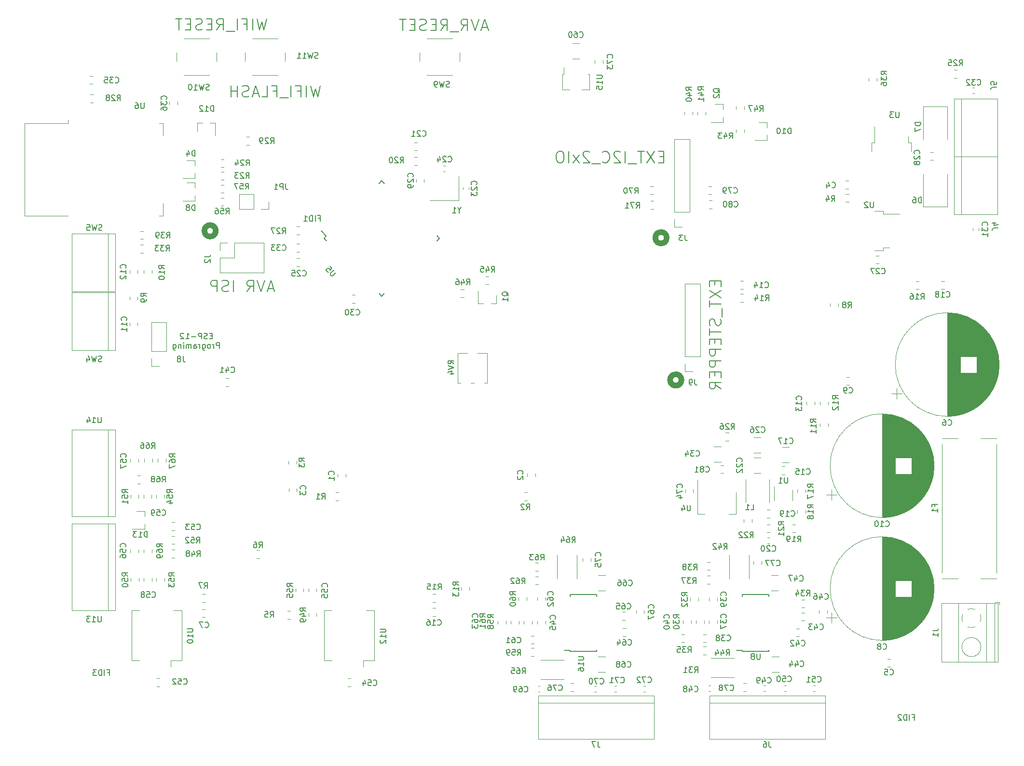
<source format=gbo>
G04 #@! TF.GenerationSoftware,KiCad,Pcbnew,(5.1.5)-3*
G04 #@! TF.CreationDate,2020-04-02T09:01:34+03:00*
G04 #@! TF.ProjectId,VentilaVitesco,56656e74-696c-4615-9669-746573636f2e,rev?*
G04 #@! TF.SameCoordinates,PX354a940PY93c3260*
G04 #@! TF.FileFunction,Legend,Bot*
G04 #@! TF.FilePolarity,Positive*
%FSLAX46Y46*%
G04 Gerber Fmt 4.6, Leading zero omitted, Abs format (unit mm)*
G04 Created by KiCad (PCBNEW (5.1.5)-3) date 2020-04-02 09:01:34*
%MOMM*%
%LPD*%
G04 APERTURE LIST*
%ADD10C,1.000000*%
%ADD11C,0.150000*%
%ADD12C,0.120000*%
G04 APERTURE END LIST*
D10*
X105648000Y89585800D02*
G75*
G03X105648000Y89585800I-1000000J0D01*
G01*
X108238800Y64592200D02*
G75*
G03X108238800Y64592200I-1000000J0D01*
G01*
D11*
X105138952Y103825658D02*
X104472285Y103825658D01*
X104186571Y102778039D02*
X105138952Y102778039D01*
X105138952Y104778039D01*
X104186571Y104778039D01*
X103519904Y104778039D02*
X102186571Y102778039D01*
X102186571Y104778039D02*
X103519904Y102778039D01*
X101710380Y104778039D02*
X100567523Y104778039D01*
X101138952Y102778039D02*
X101138952Y104778039D01*
X100377047Y102587562D02*
X98853238Y102587562D01*
X98377047Y102778039D02*
X98377047Y104778039D01*
X97519904Y104587562D02*
X97424666Y104682800D01*
X97234190Y104778039D01*
X96758000Y104778039D01*
X96567523Y104682800D01*
X96472285Y104587562D01*
X96377047Y104397086D01*
X96377047Y104206610D01*
X96472285Y103920896D01*
X97615142Y102778039D01*
X96377047Y102778039D01*
X94377047Y102968515D02*
X94472285Y102873277D01*
X94758000Y102778039D01*
X94948476Y102778039D01*
X95234190Y102873277D01*
X95424666Y103063753D01*
X95519904Y103254229D01*
X95615142Y103635181D01*
X95615142Y103920896D01*
X95519904Y104301848D01*
X95424666Y104492324D01*
X95234190Y104682800D01*
X94948476Y104778039D01*
X94758000Y104778039D01*
X94472285Y104682800D01*
X94377047Y104587562D01*
X93996095Y102587562D02*
X92472285Y102587562D01*
X92091333Y104587562D02*
X91996095Y104682800D01*
X91805619Y104778039D01*
X91329428Y104778039D01*
X91138952Y104682800D01*
X91043714Y104587562D01*
X90948476Y104397086D01*
X90948476Y104206610D01*
X91043714Y103920896D01*
X92186571Y102778039D01*
X90948476Y102778039D01*
X90281809Y102778039D02*
X89234190Y104111372D01*
X90281809Y104111372D02*
X89234190Y102778039D01*
X88472285Y102778039D02*
X88472285Y104778039D01*
X87138952Y104778039D02*
X86758000Y104778039D01*
X86567523Y104682800D01*
X86377047Y104492324D01*
X86281809Y104111372D01*
X86281809Y103444705D01*
X86377047Y103063753D01*
X86567523Y102873277D01*
X86758000Y102778039D01*
X87138952Y102778039D01*
X87329428Y102873277D01*
X87519904Y103063753D01*
X87615142Y103444705D01*
X87615142Y104111372D01*
X87519904Y104492324D01*
X87329428Y104682800D01*
X87138952Y104778039D01*
X114106342Y81970972D02*
X114106342Y81304305D01*
X115153961Y81018591D02*
X115153961Y81970972D01*
X113153961Y81970972D01*
X113153961Y81018591D01*
X113153961Y80351924D02*
X115153961Y79018591D01*
X113153961Y79018591D02*
X115153961Y80351924D01*
X113153961Y78542400D02*
X113153961Y77399543D01*
X115153961Y77970972D02*
X113153961Y77970972D01*
X115344438Y77209067D02*
X115344438Y75685258D01*
X115058723Y75304305D02*
X115153961Y75018591D01*
X115153961Y74542400D01*
X115058723Y74351924D01*
X114963485Y74256686D01*
X114773009Y74161448D01*
X114582533Y74161448D01*
X114392057Y74256686D01*
X114296819Y74351924D01*
X114201580Y74542400D01*
X114106342Y74923353D01*
X114011104Y75113829D01*
X113915866Y75209067D01*
X113725390Y75304305D01*
X113534914Y75304305D01*
X113344438Y75209067D01*
X113249200Y75113829D01*
X113153961Y74923353D01*
X113153961Y74447162D01*
X113249200Y74161448D01*
X113153961Y73590020D02*
X113153961Y72447162D01*
X115153961Y73018591D02*
X113153961Y73018591D01*
X114106342Y71780496D02*
X114106342Y71113829D01*
X115153961Y70828115D02*
X115153961Y71780496D01*
X113153961Y71780496D01*
X113153961Y70828115D01*
X115153961Y69970972D02*
X113153961Y69970972D01*
X113153961Y69209067D01*
X113249200Y69018591D01*
X113344438Y68923353D01*
X113534914Y68828115D01*
X113820628Y68828115D01*
X114011104Y68923353D01*
X114106342Y69018591D01*
X114201580Y69209067D01*
X114201580Y69970972D01*
X115153961Y67970972D02*
X113153961Y67970972D01*
X113153961Y67209067D01*
X113249200Y67018591D01*
X113344438Y66923353D01*
X113534914Y66828115D01*
X113820628Y66828115D01*
X114011104Y66923353D01*
X114106342Y67018591D01*
X114201580Y67209067D01*
X114201580Y67970972D01*
X114106342Y65970972D02*
X114106342Y65304305D01*
X115153961Y65018591D02*
X115153961Y65970972D01*
X113153961Y65970972D01*
X113153961Y65018591D01*
X115153961Y63018591D02*
X114201580Y63685258D01*
X115153961Y64161448D02*
X113153961Y64161448D01*
X113153961Y63399543D01*
X113249200Y63209067D01*
X113344438Y63113829D01*
X113534914Y63018591D01*
X113820628Y63018591D01*
X114011104Y63113829D01*
X114106342Y63209067D01*
X114201580Y63399543D01*
X114201580Y64161448D01*
X74192447Y126565067D02*
X73240066Y126565067D01*
X74382923Y125993639D02*
X73716257Y127993639D01*
X73049590Y125993639D01*
X72668638Y127993639D02*
X72001971Y125993639D01*
X71335304Y127993639D01*
X69525780Y125993639D02*
X70192447Y126946020D01*
X70668638Y125993639D02*
X70668638Y127993639D01*
X69906733Y127993639D01*
X69716257Y127898400D01*
X69621019Y127803162D01*
X69525780Y127612686D01*
X69525780Y127326972D01*
X69621019Y127136496D01*
X69716257Y127041258D01*
X69906733Y126946020D01*
X70668638Y126946020D01*
X69144828Y125803162D02*
X67621019Y125803162D01*
X66001971Y125993639D02*
X66668638Y126946020D01*
X67144828Y125993639D02*
X67144828Y127993639D01*
X66382923Y127993639D01*
X66192447Y127898400D01*
X66097209Y127803162D01*
X66001971Y127612686D01*
X66001971Y127326972D01*
X66097209Y127136496D01*
X66192447Y127041258D01*
X66382923Y126946020D01*
X67144828Y126946020D01*
X65144828Y127041258D02*
X64478161Y127041258D01*
X64192447Y125993639D02*
X65144828Y125993639D01*
X65144828Y127993639D01*
X64192447Y127993639D01*
X63430542Y126088877D02*
X63144828Y125993639D01*
X62668638Y125993639D01*
X62478161Y126088877D01*
X62382923Y126184115D01*
X62287685Y126374591D01*
X62287685Y126565067D01*
X62382923Y126755543D01*
X62478161Y126850781D01*
X62668638Y126946020D01*
X63049590Y127041258D01*
X63240066Y127136496D01*
X63335304Y127231734D01*
X63430542Y127422210D01*
X63430542Y127612686D01*
X63335304Y127803162D01*
X63240066Y127898400D01*
X63049590Y127993639D01*
X62573400Y127993639D01*
X62287685Y127898400D01*
X61430542Y127041258D02*
X60763876Y127041258D01*
X60478161Y125993639D02*
X61430542Y125993639D01*
X61430542Y127993639D01*
X60478161Y127993639D01*
X59906733Y127993639D02*
X58763876Y127993639D01*
X59335304Y125993639D02*
X59335304Y127993639D01*
X44858580Y116335039D02*
X44382390Y114335039D01*
X44001438Y115763610D01*
X43620485Y114335039D01*
X43144295Y116335039D01*
X42382390Y114335039D02*
X42382390Y116335039D01*
X40763342Y115382658D02*
X41430009Y115382658D01*
X41430009Y114335039D02*
X41430009Y116335039D01*
X40477628Y116335039D01*
X39715723Y114335039D02*
X39715723Y116335039D01*
X39239533Y114144562D02*
X37715723Y114144562D01*
X36572866Y115382658D02*
X37239533Y115382658D01*
X37239533Y114335039D02*
X37239533Y116335039D01*
X36287152Y116335039D01*
X34572866Y114335039D02*
X35525247Y114335039D01*
X35525247Y116335039D01*
X34001438Y114906467D02*
X33049057Y114906467D01*
X34191914Y114335039D02*
X33525247Y116335039D01*
X32858580Y114335039D01*
X32287152Y114430277D02*
X32001438Y114335039D01*
X31525247Y114335039D01*
X31334771Y114430277D01*
X31239533Y114525515D01*
X31144295Y114715991D01*
X31144295Y114906467D01*
X31239533Y115096943D01*
X31334771Y115192181D01*
X31525247Y115287420D01*
X31906200Y115382658D01*
X32096676Y115477896D01*
X32191914Y115573134D01*
X32287152Y115763610D01*
X32287152Y115954086D01*
X32191914Y116144562D01*
X32096676Y116239800D01*
X31906200Y116335039D01*
X31430009Y116335039D01*
X31144295Y116239800D01*
X30287152Y114335039D02*
X30287152Y116335039D01*
X30287152Y115382658D02*
X29144295Y115382658D01*
X29144295Y114335039D02*
X29144295Y116335039D01*
X35435180Y128095239D02*
X34958990Y126095239D01*
X34578038Y127523810D01*
X34197085Y126095239D01*
X33720895Y128095239D01*
X32958990Y126095239D02*
X32958990Y128095239D01*
X31339942Y127142858D02*
X32006609Y127142858D01*
X32006609Y126095239D02*
X32006609Y128095239D01*
X31054228Y128095239D01*
X30292323Y126095239D02*
X30292323Y128095239D01*
X29816133Y125904762D02*
X28292323Y125904762D01*
X26673276Y126095239D02*
X27339942Y127047620D01*
X27816133Y126095239D02*
X27816133Y128095239D01*
X27054228Y128095239D01*
X26863752Y128000000D01*
X26768514Y127904762D01*
X26673276Y127714286D01*
X26673276Y127428572D01*
X26768514Y127238096D01*
X26863752Y127142858D01*
X27054228Y127047620D01*
X27816133Y127047620D01*
X25816133Y127142858D02*
X25149466Y127142858D01*
X24863752Y126095239D02*
X25816133Y126095239D01*
X25816133Y128095239D01*
X24863752Y128095239D01*
X24101847Y126190477D02*
X23816133Y126095239D01*
X23339942Y126095239D01*
X23149466Y126190477D01*
X23054228Y126285715D01*
X22958990Y126476191D01*
X22958990Y126666667D01*
X23054228Y126857143D01*
X23149466Y126952381D01*
X23339942Y127047620D01*
X23720895Y127142858D01*
X23911371Y127238096D01*
X24006609Y127333334D01*
X24101847Y127523810D01*
X24101847Y127714286D01*
X24006609Y127904762D01*
X23911371Y128000000D01*
X23720895Y128095239D01*
X23244704Y128095239D01*
X22958990Y128000000D01*
X22101847Y127142858D02*
X21435180Y127142858D01*
X21149466Y126095239D02*
X22101847Y126095239D01*
X22101847Y128095239D01*
X21149466Y128095239D01*
X20578038Y128095239D02*
X19435180Y128095239D01*
X20006609Y126095239D02*
X20006609Y128095239D01*
D10*
X26501600Y90805000D02*
G75*
G03X26501600Y90805000I-1000000J0D01*
G01*
D11*
X36638809Y80692667D02*
X35686428Y80692667D01*
X36829285Y80121239D02*
X36162619Y82121239D01*
X35495952Y80121239D01*
X35115000Y82121239D02*
X34448333Y80121239D01*
X33781666Y82121239D01*
X31972142Y80121239D02*
X32638809Y81073620D01*
X33115000Y80121239D02*
X33115000Y82121239D01*
X32353095Y82121239D01*
X32162619Y82026000D01*
X32067380Y81930762D01*
X31972142Y81740286D01*
X31972142Y81454572D01*
X32067380Y81264096D01*
X32162619Y81168858D01*
X32353095Y81073620D01*
X33115000Y81073620D01*
X29591190Y80121239D02*
X29591190Y82121239D01*
X28734047Y80216477D02*
X28448333Y80121239D01*
X27972142Y80121239D01*
X27781666Y80216477D01*
X27686428Y80311715D01*
X27591190Y80502191D01*
X27591190Y80692667D01*
X27686428Y80883143D01*
X27781666Y80978381D01*
X27972142Y81073620D01*
X28353095Y81168858D01*
X28543571Y81264096D01*
X28638809Y81359334D01*
X28734047Y81549810D01*
X28734047Y81740286D01*
X28638809Y81930762D01*
X28543571Y82026000D01*
X28353095Y82121239D01*
X27876904Y82121239D01*
X27591190Y82026000D01*
X26734047Y80121239D02*
X26734047Y82121239D01*
X25972142Y82121239D01*
X25781666Y82026000D01*
X25686428Y81930762D01*
X25591190Y81740286D01*
X25591190Y81454572D01*
X25686428Y81264096D01*
X25781666Y81168858D01*
X25972142Y81073620D01*
X26734047Y81073620D01*
X25850504Y72346629D02*
X25517171Y72346629D01*
X25374314Y71822820D02*
X25850504Y71822820D01*
X25850504Y72822820D01*
X25374314Y72822820D01*
X24993361Y71870439D02*
X24850504Y71822820D01*
X24612409Y71822820D01*
X24517171Y71870439D01*
X24469552Y71918058D01*
X24421933Y72013296D01*
X24421933Y72108534D01*
X24469552Y72203772D01*
X24517171Y72251391D01*
X24612409Y72299010D01*
X24802885Y72346629D01*
X24898123Y72394248D01*
X24945742Y72441867D01*
X24993361Y72537105D01*
X24993361Y72632343D01*
X24945742Y72727581D01*
X24898123Y72775200D01*
X24802885Y72822820D01*
X24564790Y72822820D01*
X24421933Y72775200D01*
X23993361Y71822820D02*
X23993361Y72822820D01*
X23612409Y72822820D01*
X23517171Y72775200D01*
X23469552Y72727581D01*
X23421933Y72632343D01*
X23421933Y72489486D01*
X23469552Y72394248D01*
X23517171Y72346629D01*
X23612409Y72299010D01*
X23993361Y72299010D01*
X22993361Y72203772D02*
X22231457Y72203772D01*
X21231457Y71822820D02*
X21802885Y71822820D01*
X21517171Y71822820D02*
X21517171Y72822820D01*
X21612409Y72679962D01*
X21707647Y72584724D01*
X21802885Y72537105D01*
X20850504Y72727581D02*
X20802885Y72775200D01*
X20707647Y72822820D01*
X20469552Y72822820D01*
X20374314Y72775200D01*
X20326695Y72727581D01*
X20279076Y72632343D01*
X20279076Y72537105D01*
X20326695Y72394248D01*
X20898123Y71822820D01*
X20279076Y71822820D01*
X27136219Y70172820D02*
X27136219Y71172820D01*
X26755266Y71172820D01*
X26660028Y71125200D01*
X26612409Y71077581D01*
X26564790Y70982343D01*
X26564790Y70839486D01*
X26612409Y70744248D01*
X26660028Y70696629D01*
X26755266Y70649010D01*
X27136219Y70649010D01*
X26136219Y70172820D02*
X26136219Y70839486D01*
X26136219Y70649010D02*
X26088600Y70744248D01*
X26040980Y70791867D01*
X25945742Y70839486D01*
X25850504Y70839486D01*
X25374314Y70172820D02*
X25469552Y70220439D01*
X25517171Y70268058D01*
X25564790Y70363296D01*
X25564790Y70649010D01*
X25517171Y70744248D01*
X25469552Y70791867D01*
X25374314Y70839486D01*
X25231457Y70839486D01*
X25136219Y70791867D01*
X25088600Y70744248D01*
X25040980Y70649010D01*
X25040980Y70363296D01*
X25088600Y70268058D01*
X25136219Y70220439D01*
X25231457Y70172820D01*
X25374314Y70172820D01*
X24183838Y70839486D02*
X24183838Y70029962D01*
X24231457Y69934724D01*
X24279076Y69887105D01*
X24374314Y69839486D01*
X24517171Y69839486D01*
X24612409Y69887105D01*
X24183838Y70220439D02*
X24279076Y70172820D01*
X24469552Y70172820D01*
X24564790Y70220439D01*
X24612409Y70268058D01*
X24660028Y70363296D01*
X24660028Y70649010D01*
X24612409Y70744248D01*
X24564790Y70791867D01*
X24469552Y70839486D01*
X24279076Y70839486D01*
X24183838Y70791867D01*
X23707647Y70172820D02*
X23707647Y70839486D01*
X23707647Y70649010D02*
X23660028Y70744248D01*
X23612409Y70791867D01*
X23517171Y70839486D01*
X23421933Y70839486D01*
X22660028Y70172820D02*
X22660028Y70696629D01*
X22707647Y70791867D01*
X22802885Y70839486D01*
X22993361Y70839486D01*
X23088600Y70791867D01*
X22660028Y70220439D02*
X22755266Y70172820D01*
X22993361Y70172820D01*
X23088600Y70220439D01*
X23136219Y70315677D01*
X23136219Y70410915D01*
X23088600Y70506153D01*
X22993361Y70553772D01*
X22755266Y70553772D01*
X22660028Y70601391D01*
X22183838Y70172820D02*
X22183838Y70839486D01*
X22183838Y70744248D02*
X22136219Y70791867D01*
X22040980Y70839486D01*
X21898123Y70839486D01*
X21802885Y70791867D01*
X21755266Y70696629D01*
X21755266Y70172820D01*
X21755266Y70696629D02*
X21707647Y70791867D01*
X21612409Y70839486D01*
X21469552Y70839486D01*
X21374314Y70791867D01*
X21326695Y70696629D01*
X21326695Y70172820D01*
X20850504Y70172820D02*
X20850504Y70839486D01*
X20850504Y71172820D02*
X20898123Y71125200D01*
X20850504Y71077581D01*
X20802885Y71125200D01*
X20850504Y71172820D01*
X20850504Y71077581D01*
X20374314Y70839486D02*
X20374314Y70172820D01*
X20374314Y70744248D02*
X20326695Y70791867D01*
X20231457Y70839486D01*
X20088600Y70839486D01*
X19993361Y70791867D01*
X19945742Y70696629D01*
X19945742Y70172820D01*
X19040980Y70839486D02*
X19040980Y70029962D01*
X19088600Y69934724D01*
X19136219Y69887105D01*
X19231457Y69839486D01*
X19374314Y69839486D01*
X19469552Y69887105D01*
X19040980Y70220439D02*
X19136219Y70172820D01*
X19326695Y70172820D01*
X19421933Y70220439D01*
X19469552Y70268058D01*
X19517171Y70363296D01*
X19517171Y70649010D01*
X19469552Y70744248D01*
X19421933Y70791867D01*
X19326695Y70839486D01*
X19136219Y70839486D01*
X19040980Y70791867D01*
D12*
X73591800Y64029600D02*
X74171800Y64029600D01*
X71291800Y64029600D02*
X71811800Y64029600D01*
X68931800Y64029600D02*
X69512800Y64029600D01*
X72441800Y69269600D02*
X74171800Y69269600D01*
X68931800Y69269600D02*
X70661800Y69269600D01*
X74171800Y69269600D02*
X74171800Y64029600D01*
X68931800Y69269600D02*
X68931800Y64029600D01*
X111017000Y47051000D02*
X111017000Y41041000D01*
X117837000Y44801000D02*
X117837000Y41041000D01*
X111017000Y41041000D02*
X112277000Y41041000D01*
X117837000Y41041000D02*
X116577000Y41041000D01*
X115623078Y48185000D02*
X115105922Y48185000D01*
X115623078Y49605000D02*
X115105922Y49605000D01*
X103319078Y94603500D02*
X102801922Y94603500D01*
X103319078Y96023500D02*
X102801922Y96023500D01*
X103306378Y97207000D02*
X102789222Y97207000D01*
X103306378Y98627000D02*
X102789222Y98627000D01*
X13844200Y34802578D02*
X13844200Y34285422D01*
X15264200Y34802578D02*
X15264200Y34285422D01*
X13261078Y46343500D02*
X12743922Y46343500D01*
X13261078Y47763500D02*
X12743922Y47763500D01*
X17728000Y50728378D02*
X17728000Y50211222D01*
X16308000Y50728378D02*
X16308000Y50211222D01*
X15391200Y50728378D02*
X15391200Y50211222D01*
X13971200Y50728378D02*
X13971200Y50211222D01*
X14015500Y41524000D02*
X12555500Y41524000D01*
X14015500Y38364000D02*
X11855500Y38364000D01*
X14015500Y38364000D02*
X14015500Y39294000D01*
X14015500Y41524000D02*
X14015500Y40594000D01*
X113050822Y96112400D02*
X113567978Y96112400D01*
X113050822Y94692400D02*
X113567978Y94692400D01*
X113025422Y98627000D02*
X113542578Y98627000D01*
X113025422Y97207000D02*
X113542578Y97207000D01*
X107001000Y91507000D02*
X108331000Y91507000D01*
X107001000Y92837000D02*
X107001000Y91507000D01*
X107001000Y94107000D02*
X109661000Y94107000D01*
X109661000Y94107000D02*
X109661000Y106867000D01*
X107001000Y94107000D02*
X107001000Y106867000D01*
X107001000Y106867000D02*
X109661000Y106867000D01*
X8890000Y55880000D02*
X1270000Y55880000D01*
X8890000Y40640000D02*
X1270000Y40640000D01*
X7620000Y55880000D02*
X7620000Y40640000D01*
X1270000Y55880000D02*
X1270000Y40640000D01*
X8890000Y55880000D02*
X8890000Y40640000D01*
X8890000Y39370000D02*
X1270000Y39370000D01*
X8890000Y24130000D02*
X1270000Y24130000D01*
X7620000Y39370000D02*
X7620000Y24130000D01*
X1270000Y39370000D02*
X1270000Y24130000D01*
X8890000Y39370000D02*
X8890000Y24130000D01*
X7620000Y80137000D02*
X7620000Y90297000D01*
X8890000Y80137000D02*
X1270000Y80137000D01*
X1270000Y80137000D02*
X1270000Y90297000D01*
X1270000Y90297000D02*
X8890000Y90297000D01*
X8890000Y90297000D02*
X8890000Y80137000D01*
X7620000Y69850000D02*
X7620000Y80010000D01*
X8890000Y69850000D02*
X1270000Y69850000D01*
X1270000Y69850000D02*
X1270000Y80010000D01*
X1270000Y80010000D02*
X8890000Y80010000D01*
X8890000Y80010000D02*
X8890000Y69850000D01*
X83108800Y1473200D02*
X83108800Y9093200D01*
X103428800Y9093200D02*
X103428800Y1473200D01*
X103428800Y7823200D02*
X83108800Y7823200D01*
X83108800Y1473200D02*
X103428800Y1473200D01*
X83108800Y9093200D02*
X103428800Y9093200D01*
X113131600Y1473200D02*
X113131600Y9093200D01*
X133451600Y9093200D02*
X133451600Y1473200D01*
X133451600Y7823200D02*
X113131600Y7823200D01*
X113131600Y1473200D02*
X133451600Y1473200D01*
X113131600Y9093200D02*
X133451600Y9093200D01*
X157353000Y114046000D02*
X157353000Y103886000D01*
X156083000Y114046000D02*
X163703000Y114046000D01*
X163703000Y114046000D02*
X163703000Y103886000D01*
X163703000Y103886000D02*
X156083000Y103886000D01*
X156083000Y103886000D02*
X156083000Y114046000D01*
X157353000Y103886000D02*
X157353000Y93726000D01*
X156083000Y103886000D02*
X163703000Y103886000D01*
X163703000Y103886000D02*
X163703000Y93726000D01*
X163703000Y93726000D02*
X156083000Y93726000D01*
X156083000Y93726000D02*
X156083000Y103886000D01*
X108880600Y66132400D02*
X110210600Y66132400D01*
X108880600Y67462400D02*
X108880600Y66132400D01*
X108880600Y68732400D02*
X111540600Y68732400D01*
X111540600Y68732400D02*
X111540600Y81492400D01*
X108880600Y68732400D02*
X108880600Y81492400D01*
X108880600Y81492400D02*
X111540600Y81492400D01*
X120962336Y50966200D02*
X122166464Y50966200D01*
X120962336Y48246200D02*
X122166464Y48246200D01*
X119057922Y11314500D02*
X119575078Y11314500D01*
X119057922Y9894500D02*
X119575078Y9894500D01*
X120905200Y32202622D02*
X120905200Y32719778D01*
X122325200Y32202622D02*
X122325200Y32719778D01*
X88768422Y11314500D02*
X89285578Y11314500D01*
X88768422Y9894500D02*
X89285578Y9894500D01*
X90920500Y32761422D02*
X90920500Y33278578D01*
X92340500Y32761422D02*
X92340500Y33278578D01*
X119489800Y43088000D02*
X119489800Y47088000D01*
X123689800Y43088000D02*
X123689800Y47088000D01*
X15205400Y67021400D02*
X16535400Y67021400D01*
X15205400Y68351400D02*
X15205400Y67021400D01*
X15205400Y69621400D02*
X17865400Y69621400D01*
X17865400Y69621400D02*
X17865400Y74761400D01*
X15205400Y69621400D02*
X15205400Y74761400D01*
X15205400Y74761400D02*
X17865400Y74761400D01*
X110311000Y45318178D02*
X110311000Y44801022D01*
X108891000Y45318178D02*
X108891000Y44801022D01*
X93016000Y120264422D02*
X93016000Y120781578D01*
X94436000Y120264422D02*
X94436000Y120781578D01*
X113951936Y52922000D02*
X115156064Y52922000D01*
X113951936Y50202000D02*
X115156064Y50202000D01*
D11*
X88734000Y17094000D02*
X87659000Y17094000D01*
X88734000Y26869800D02*
X93384000Y26869800D01*
X88734000Y16869000D02*
X93384000Y16869000D01*
X88734000Y26869800D02*
X88734000Y26544800D01*
X93384000Y26869800D02*
X93384000Y26544800D01*
X93384000Y16869000D02*
X93384000Y17194000D01*
X88734000Y16869000D02*
X88734000Y17094000D01*
D12*
X87599264Y11980600D02*
X83495136Y11980600D01*
X87599264Y15400600D02*
X83495136Y15400600D01*
X86428000Y29697936D02*
X86428000Y33802064D01*
X89848000Y29697936D02*
X89848000Y33802064D01*
X83126078Y31040000D02*
X82608922Y31040000D01*
X83126078Y32460000D02*
X82608922Y32460000D01*
X83126078Y28627000D02*
X82608922Y28627000D01*
X83126078Y30047000D02*
X82608922Y30047000D01*
X75998000Y21712422D02*
X75998000Y22229578D01*
X77418000Y21712422D02*
X77418000Y22229578D01*
X81037500Y26420578D02*
X81037500Y25903422D01*
X79617500Y26420578D02*
X79617500Y25903422D01*
X81861922Y17474000D02*
X82379078Y17474000D01*
X81861922Y16054000D02*
X82379078Y16054000D01*
X81990000Y22229578D02*
X81990000Y21712422D01*
X80570000Y22229578D02*
X80570000Y21712422D01*
X101564221Y10797000D02*
X101889779Y10797000D01*
X101564221Y9777000D02*
X101889779Y9777000D01*
X96484221Y10797000D02*
X96809779Y10797000D01*
X96484221Y9777000D02*
X96809779Y9777000D01*
X92966221Y10797000D02*
X93291779Y10797000D01*
X92966221Y9777000D02*
X93291779Y9777000D01*
X83398579Y9777000D02*
X83073021Y9777000D01*
X83398579Y10797000D02*
X83073021Y10797000D01*
X93631936Y15965000D02*
X94836064Y15965000D01*
X93631936Y13245000D02*
X94836064Y13245000D01*
X101675000Y24119578D02*
X101675000Y23602422D01*
X100255000Y24119578D02*
X100255000Y23602422D01*
X93631936Y30316000D02*
X94836064Y30316000D01*
X93631936Y27596000D02*
X94836064Y27596000D01*
X98366078Y22404000D02*
X97848922Y22404000D01*
X98366078Y23824000D02*
X97848922Y23824000D01*
X97960922Y20966500D02*
X98478078Y20966500D01*
X97960922Y19546500D02*
X98478078Y19546500D01*
X79704000Y22229578D02*
X79704000Y21712422D01*
X78284000Y22229578D02*
X78284000Y21712422D01*
X82919500Y25888422D02*
X82919500Y26405578D01*
X84339500Y25888422D02*
X84339500Y26405578D01*
X82379078Y18213000D02*
X81861922Y18213000D01*
X82379078Y19633000D02*
X81861922Y19633000D01*
X84339500Y22229578D02*
X84339500Y21712422D01*
X82919500Y22229578D02*
X82919500Y21712422D01*
D11*
X118960000Y17094000D02*
X117885000Y17094000D01*
X118960000Y26869800D02*
X123610000Y26869800D01*
X118960000Y16869000D02*
X123610000Y16869000D01*
X118960000Y26869800D02*
X118960000Y26544800D01*
X123610000Y26869800D02*
X123610000Y26544800D01*
X123610000Y16869000D02*
X123610000Y17194000D01*
X118960000Y16869000D02*
X118960000Y17094000D01*
D12*
X152570000Y49530000D02*
G75*
G03X152570000Y49530000I-9120000J0D01*
G01*
X143450000Y40449000D02*
X143450000Y58611000D01*
X143490000Y40450000D02*
X143490000Y58610000D01*
X143530000Y40450000D02*
X143530000Y58610000D01*
X143570000Y40450000D02*
X143570000Y58610000D01*
X143610000Y40451000D02*
X143610000Y58609000D01*
X143650000Y40452000D02*
X143650000Y58608000D01*
X143690000Y40453000D02*
X143690000Y58607000D01*
X143730000Y40454000D02*
X143730000Y58606000D01*
X143770000Y40455000D02*
X143770000Y58605000D01*
X143810000Y40457000D02*
X143810000Y58603000D01*
X143850000Y40458000D02*
X143850000Y58602000D01*
X143890000Y40460000D02*
X143890000Y58600000D01*
X143930000Y40462000D02*
X143930000Y58598000D01*
X143970000Y40464000D02*
X143970000Y58596000D01*
X144010000Y40467000D02*
X144010000Y58593000D01*
X144050000Y40469000D02*
X144050000Y58591000D01*
X144090000Y40472000D02*
X144090000Y58588000D01*
X144130000Y40475000D02*
X144130000Y58585000D01*
X144171000Y40478000D02*
X144171000Y58582000D01*
X144211000Y40481000D02*
X144211000Y58579000D01*
X144251000Y40485000D02*
X144251000Y58575000D01*
X144291000Y40488000D02*
X144291000Y58572000D01*
X144331000Y40492000D02*
X144331000Y58568000D01*
X144371000Y40496000D02*
X144371000Y58564000D01*
X144411000Y40500000D02*
X144411000Y58560000D01*
X144451000Y40504000D02*
X144451000Y58556000D01*
X144491000Y40509000D02*
X144491000Y58551000D01*
X144531000Y40514000D02*
X144531000Y58546000D01*
X144571000Y40519000D02*
X144571000Y58541000D01*
X144611000Y40524000D02*
X144611000Y58536000D01*
X144651000Y40529000D02*
X144651000Y58531000D01*
X144691000Y40534000D02*
X144691000Y58526000D01*
X144731000Y40540000D02*
X144731000Y58520000D01*
X144771000Y40546000D02*
X144771000Y58514000D01*
X144811000Y40551000D02*
X144811000Y58509000D01*
X144851000Y40558000D02*
X144851000Y58502000D01*
X144891000Y40564000D02*
X144891000Y58496000D01*
X144931000Y40570000D02*
X144931000Y58490000D01*
X144971000Y40577000D02*
X144971000Y58483000D01*
X145011000Y40584000D02*
X145011000Y58476000D01*
X145051000Y40591000D02*
X145051000Y58469000D01*
X145091000Y40598000D02*
X145091000Y58462000D01*
X145131000Y40606000D02*
X145131000Y58454000D01*
X145171000Y40613000D02*
X145171000Y58447000D01*
X145211000Y40621000D02*
X145211000Y58439000D01*
X145251000Y40629000D02*
X145251000Y58431000D01*
X145291000Y40637000D02*
X145291000Y58423000D01*
X145331000Y40645000D02*
X145331000Y58415000D01*
X145371000Y40654000D02*
X145371000Y58406000D01*
X145411000Y40663000D02*
X145411000Y58397000D01*
X145451000Y40672000D02*
X145451000Y58388000D01*
X145491000Y40681000D02*
X145491000Y58379000D01*
X145531000Y40690000D02*
X145531000Y58370000D01*
X145571000Y40699000D02*
X145571000Y58361000D01*
X145611000Y40709000D02*
X145611000Y58351000D01*
X145651000Y40719000D02*
X145651000Y58341000D01*
X145691000Y40729000D02*
X145691000Y58331000D01*
X145731000Y40739000D02*
X145731000Y58321000D01*
X145771000Y40750000D02*
X145771000Y48090000D01*
X145771000Y50970000D02*
X145771000Y58310000D01*
X145811000Y40760000D02*
X145811000Y48090000D01*
X145811000Y50970000D02*
X145811000Y58300000D01*
X145851000Y40771000D02*
X145851000Y48090000D01*
X145851000Y50970000D02*
X145851000Y58289000D01*
X145891000Y40782000D02*
X145891000Y48090000D01*
X145891000Y50970000D02*
X145891000Y58278000D01*
X145931000Y40793000D02*
X145931000Y48090000D01*
X145931000Y50970000D02*
X145931000Y58267000D01*
X145971000Y40805000D02*
X145971000Y48090000D01*
X145971000Y50970000D02*
X145971000Y58255000D01*
X146011000Y40816000D02*
X146011000Y48090000D01*
X146011000Y50970000D02*
X146011000Y58244000D01*
X146051000Y40828000D02*
X146051000Y48090000D01*
X146051000Y50970000D02*
X146051000Y58232000D01*
X146091000Y40840000D02*
X146091000Y48090000D01*
X146091000Y50970000D02*
X146091000Y58220000D01*
X146131000Y40852000D02*
X146131000Y48090000D01*
X146131000Y50970000D02*
X146131000Y58208000D01*
X146171000Y40865000D02*
X146171000Y48090000D01*
X146171000Y50970000D02*
X146171000Y58195000D01*
X146211000Y40877000D02*
X146211000Y48090000D01*
X146211000Y50970000D02*
X146211000Y58183000D01*
X146251000Y40890000D02*
X146251000Y48090000D01*
X146251000Y50970000D02*
X146251000Y58170000D01*
X146291000Y40903000D02*
X146291000Y48090000D01*
X146291000Y50970000D02*
X146291000Y58157000D01*
X146331000Y40916000D02*
X146331000Y48090000D01*
X146331000Y50970000D02*
X146331000Y58144000D01*
X146371000Y40930000D02*
X146371000Y48090000D01*
X146371000Y50970000D02*
X146371000Y58130000D01*
X146411000Y40943000D02*
X146411000Y48090000D01*
X146411000Y50970000D02*
X146411000Y58117000D01*
X146451000Y40957000D02*
X146451000Y48090000D01*
X146451000Y50970000D02*
X146451000Y58103000D01*
X146491000Y40971000D02*
X146491000Y48090000D01*
X146491000Y50970000D02*
X146491000Y58089000D01*
X146531000Y40985000D02*
X146531000Y48090000D01*
X146531000Y50970000D02*
X146531000Y58075000D01*
X146571000Y41000000D02*
X146571000Y48090000D01*
X146571000Y50970000D02*
X146571000Y58060000D01*
X146611000Y41014000D02*
X146611000Y48090000D01*
X146611000Y50970000D02*
X146611000Y58046000D01*
X146651000Y41029000D02*
X146651000Y48090000D01*
X146651000Y50970000D02*
X146651000Y58031000D01*
X146691000Y41044000D02*
X146691000Y48090000D01*
X146691000Y50970000D02*
X146691000Y58016000D01*
X146731000Y41060000D02*
X146731000Y48090000D01*
X146731000Y50970000D02*
X146731000Y58000000D01*
X146771000Y41075000D02*
X146771000Y48090000D01*
X146771000Y50970000D02*
X146771000Y57985000D01*
X146811000Y41091000D02*
X146811000Y48090000D01*
X146811000Y50970000D02*
X146811000Y57969000D01*
X146851000Y41107000D02*
X146851000Y48090000D01*
X146851000Y50970000D02*
X146851000Y57953000D01*
X146891000Y41123000D02*
X146891000Y48090000D01*
X146891000Y50970000D02*
X146891000Y57937000D01*
X146931000Y41140000D02*
X146931000Y48090000D01*
X146931000Y50970000D02*
X146931000Y57920000D01*
X146971000Y41156000D02*
X146971000Y48090000D01*
X146971000Y50970000D02*
X146971000Y57904000D01*
X147011000Y41173000D02*
X147011000Y48090000D01*
X147011000Y50970000D02*
X147011000Y57887000D01*
X147051000Y41190000D02*
X147051000Y48090000D01*
X147051000Y50970000D02*
X147051000Y57870000D01*
X147091000Y41207000D02*
X147091000Y48090000D01*
X147091000Y50970000D02*
X147091000Y57853000D01*
X147131000Y41225000D02*
X147131000Y48090000D01*
X147131000Y50970000D02*
X147131000Y57835000D01*
X147171000Y41243000D02*
X147171000Y48090000D01*
X147171000Y50970000D02*
X147171000Y57817000D01*
X147211000Y41261000D02*
X147211000Y48090000D01*
X147211000Y50970000D02*
X147211000Y57799000D01*
X147251000Y41279000D02*
X147251000Y48090000D01*
X147251000Y50970000D02*
X147251000Y57781000D01*
X147291000Y41297000D02*
X147291000Y48090000D01*
X147291000Y50970000D02*
X147291000Y57763000D01*
X147331000Y41316000D02*
X147331000Y48090000D01*
X147331000Y50970000D02*
X147331000Y57744000D01*
X147371000Y41335000D02*
X147371000Y48090000D01*
X147371000Y50970000D02*
X147371000Y57725000D01*
X147411000Y41354000D02*
X147411000Y48090000D01*
X147411000Y50970000D02*
X147411000Y57706000D01*
X147451000Y41374000D02*
X147451000Y48090000D01*
X147451000Y50970000D02*
X147451000Y57686000D01*
X147491000Y41393000D02*
X147491000Y48090000D01*
X147491000Y50970000D02*
X147491000Y57667000D01*
X147531000Y41413000D02*
X147531000Y48090000D01*
X147531000Y50970000D02*
X147531000Y57647000D01*
X147571000Y41433000D02*
X147571000Y48090000D01*
X147571000Y50970000D02*
X147571000Y57627000D01*
X147611000Y41454000D02*
X147611000Y48090000D01*
X147611000Y50970000D02*
X147611000Y57606000D01*
X147651000Y41474000D02*
X147651000Y48090000D01*
X147651000Y50970000D02*
X147651000Y57586000D01*
X147691000Y41495000D02*
X147691000Y48090000D01*
X147691000Y50970000D02*
X147691000Y57565000D01*
X147731000Y41516000D02*
X147731000Y48090000D01*
X147731000Y50970000D02*
X147731000Y57544000D01*
X147771000Y41538000D02*
X147771000Y48090000D01*
X147771000Y50970000D02*
X147771000Y57522000D01*
X147811000Y41559000D02*
X147811000Y48090000D01*
X147811000Y50970000D02*
X147811000Y57501000D01*
X147851000Y41581000D02*
X147851000Y48090000D01*
X147851000Y50970000D02*
X147851000Y57479000D01*
X147891000Y41603000D02*
X147891000Y48090000D01*
X147891000Y50970000D02*
X147891000Y57457000D01*
X147931000Y41626000D02*
X147931000Y48090000D01*
X147931000Y50970000D02*
X147931000Y57434000D01*
X147971000Y41648000D02*
X147971000Y48090000D01*
X147971000Y50970000D02*
X147971000Y57412000D01*
X148011000Y41671000D02*
X148011000Y48090000D01*
X148011000Y50970000D02*
X148011000Y57389000D01*
X148051000Y41695000D02*
X148051000Y48090000D01*
X148051000Y50970000D02*
X148051000Y57365000D01*
X148091000Y41718000D02*
X148091000Y48090000D01*
X148091000Y50970000D02*
X148091000Y57342000D01*
X148131000Y41742000D02*
X148131000Y48090000D01*
X148131000Y50970000D02*
X148131000Y57318000D01*
X148171000Y41766000D02*
X148171000Y48090000D01*
X148171000Y50970000D02*
X148171000Y57294000D01*
X148211000Y41790000D02*
X148211000Y48090000D01*
X148211000Y50970000D02*
X148211000Y57270000D01*
X148251000Y41815000D02*
X148251000Y48090000D01*
X148251000Y50970000D02*
X148251000Y57245000D01*
X148291000Y41840000D02*
X148291000Y48090000D01*
X148291000Y50970000D02*
X148291000Y57220000D01*
X148331000Y41865000D02*
X148331000Y48090000D01*
X148331000Y50970000D02*
X148331000Y57195000D01*
X148371000Y41890000D02*
X148371000Y48090000D01*
X148371000Y50970000D02*
X148371000Y57170000D01*
X148411000Y41916000D02*
X148411000Y48090000D01*
X148411000Y50970000D02*
X148411000Y57144000D01*
X148451000Y41942000D02*
X148451000Y48090000D01*
X148451000Y50970000D02*
X148451000Y57118000D01*
X148491000Y41969000D02*
X148491000Y48090000D01*
X148491000Y50970000D02*
X148491000Y57091000D01*
X148531000Y41995000D02*
X148531000Y48090000D01*
X148531000Y50970000D02*
X148531000Y57065000D01*
X148571000Y42022000D02*
X148571000Y48090000D01*
X148571000Y50970000D02*
X148571000Y57038000D01*
X148611000Y42050000D02*
X148611000Y48090000D01*
X148611000Y50970000D02*
X148611000Y57010000D01*
X148651000Y42077000D02*
X148651000Y56983000D01*
X148691000Y42105000D02*
X148691000Y56955000D01*
X148731000Y42133000D02*
X148731000Y56927000D01*
X148771000Y42162000D02*
X148771000Y56898000D01*
X148811000Y42191000D02*
X148811000Y56869000D01*
X148851000Y42220000D02*
X148851000Y56840000D01*
X148891000Y42250000D02*
X148891000Y56810000D01*
X148931000Y42280000D02*
X148931000Y56780000D01*
X148971000Y42310000D02*
X148971000Y56750000D01*
X149011000Y42340000D02*
X149011000Y56720000D01*
X149051000Y42371000D02*
X149051000Y56689000D01*
X149091000Y42403000D02*
X149091000Y56657000D01*
X149131000Y42434000D02*
X149131000Y56626000D01*
X149171000Y42466000D02*
X149171000Y56594000D01*
X149211000Y42499000D02*
X149211000Y56561000D01*
X149251000Y42531000D02*
X149251000Y56529000D01*
X149291000Y42565000D02*
X149291000Y56495000D01*
X149331000Y42598000D02*
X149331000Y56462000D01*
X149371000Y42632000D02*
X149371000Y56428000D01*
X149411000Y42666000D02*
X149411000Y56394000D01*
X149451000Y42701000D02*
X149451000Y56359000D01*
X149491000Y42736000D02*
X149491000Y56324000D01*
X149531000Y42772000D02*
X149531000Y56288000D01*
X149571000Y42808000D02*
X149571000Y56252000D01*
X149611000Y42844000D02*
X149611000Y56216000D01*
X149651000Y42881000D02*
X149651000Y56179000D01*
X149691000Y42918000D02*
X149691000Y56142000D01*
X149731000Y42956000D02*
X149731000Y56104000D01*
X149771000Y42994000D02*
X149771000Y56066000D01*
X149811000Y43033000D02*
X149811000Y56027000D01*
X149851000Y43072000D02*
X149851000Y55988000D01*
X149891000Y43112000D02*
X149891000Y55948000D01*
X149931000Y43152000D02*
X149931000Y55908000D01*
X149971000Y43193000D02*
X149971000Y55867000D01*
X150011000Y43234000D02*
X150011000Y55826000D01*
X150051000Y43276000D02*
X150051000Y55784000D01*
X150091000Y43318000D02*
X150091000Y55742000D01*
X150131000Y43360000D02*
X150131000Y55700000D01*
X150171000Y43404000D02*
X150171000Y55656000D01*
X150211000Y43448000D02*
X150211000Y55612000D01*
X150251000Y43492000D02*
X150251000Y55568000D01*
X150291000Y43537000D02*
X150291000Y55523000D01*
X150331000Y43583000D02*
X150331000Y55477000D01*
X150371000Y43629000D02*
X150371000Y55431000D01*
X150411000Y43676000D02*
X150411000Y55384000D01*
X150451000Y43724000D02*
X150451000Y55336000D01*
X150491000Y43772000D02*
X150491000Y55288000D01*
X150531000Y43821000D02*
X150531000Y55239000D01*
X150571000Y43870000D02*
X150571000Y55190000D01*
X150611000Y43921000D02*
X150611000Y55139000D01*
X150651000Y43972000D02*
X150651000Y55088000D01*
X150691000Y44024000D02*
X150691000Y55036000D01*
X150731000Y44076000D02*
X150731000Y54984000D01*
X150771000Y44130000D02*
X150771000Y54930000D01*
X150811000Y44184000D02*
X150811000Y54876000D01*
X150851000Y44239000D02*
X150851000Y54821000D01*
X150891000Y44295000D02*
X150891000Y54765000D01*
X150931000Y44352000D02*
X150931000Y54708000D01*
X150971000Y44410000D02*
X150971000Y54650000D01*
X151011000Y44468000D02*
X151011000Y54592000D01*
X151051000Y44528000D02*
X151051000Y54532000D01*
X151091000Y44589000D02*
X151091000Y54471000D01*
X151131000Y44651000D02*
X151131000Y54409000D01*
X151171000Y44714000D02*
X151171000Y54346000D01*
X151211000Y44778000D02*
X151211000Y54282000D01*
X151251000Y44844000D02*
X151251000Y54216000D01*
X151291000Y44910000D02*
X151291000Y54150000D01*
X151331000Y44978000D02*
X151331000Y54082000D01*
X151371000Y45048000D02*
X151371000Y54012000D01*
X151411000Y45118000D02*
X151411000Y53942000D01*
X151451000Y45191000D02*
X151451000Y53869000D01*
X151491000Y45265000D02*
X151491000Y53795000D01*
X151531000Y45340000D02*
X151531000Y53720000D01*
X151571000Y45417000D02*
X151571000Y53643000D01*
X151611000Y45497000D02*
X151611000Y53563000D01*
X151650000Y45578000D02*
X151650000Y53482000D01*
X151690000Y45661000D02*
X151690000Y53399000D01*
X151730000Y45746000D02*
X151730000Y53314000D01*
X151770000Y45834000D02*
X151770000Y53226000D01*
X151810000Y45925000D02*
X151810000Y53135000D01*
X151850000Y46018000D02*
X151850000Y53042000D01*
X151890000Y46114000D02*
X151890000Y52946000D01*
X151930000Y46213000D02*
X151930000Y52847000D01*
X151970000Y46316000D02*
X151970000Y52744000D01*
X152010000Y46423000D02*
X152010000Y52637000D01*
X152050000Y46534000D02*
X152050000Y52526000D01*
X152090000Y46650000D02*
X152090000Y52410000D01*
X152130000Y46771000D02*
X152130000Y52289000D01*
X152170000Y46898000D02*
X152170000Y52162000D01*
X152210000Y47032000D02*
X152210000Y52028000D01*
X152250000Y47175000D02*
X152250000Y51885000D01*
X152290000Y47327000D02*
X152290000Y51733000D01*
X152330000Y47491000D02*
X152330000Y51569000D01*
X152370000Y47670000D02*
X152370000Y51390000D01*
X152410000Y47869000D02*
X152410000Y51191000D01*
X152450000Y48095000D02*
X152450000Y50965000D01*
X152490000Y48364000D02*
X152490000Y50696000D01*
X152530000Y48716000D02*
X152530000Y50344000D01*
X152570000Y49490000D02*
X152570000Y49570000D01*
X133690560Y44415000D02*
X135490560Y44415000D01*
X134590560Y43515000D02*
X134590560Y45315000D01*
X152570000Y27940000D02*
G75*
G03X152570000Y27940000I-9120000J0D01*
G01*
X143450000Y18859000D02*
X143450000Y37021000D01*
X143490000Y18860000D02*
X143490000Y37020000D01*
X143530000Y18860000D02*
X143530000Y37020000D01*
X143570000Y18860000D02*
X143570000Y37020000D01*
X143610000Y18861000D02*
X143610000Y37019000D01*
X143650000Y18862000D02*
X143650000Y37018000D01*
X143690000Y18863000D02*
X143690000Y37017000D01*
X143730000Y18864000D02*
X143730000Y37016000D01*
X143770000Y18865000D02*
X143770000Y37015000D01*
X143810000Y18867000D02*
X143810000Y37013000D01*
X143850000Y18868000D02*
X143850000Y37012000D01*
X143890000Y18870000D02*
X143890000Y37010000D01*
X143930000Y18872000D02*
X143930000Y37008000D01*
X143970000Y18874000D02*
X143970000Y37006000D01*
X144010000Y18877000D02*
X144010000Y37003000D01*
X144050000Y18879000D02*
X144050000Y37001000D01*
X144090000Y18882000D02*
X144090000Y36998000D01*
X144130000Y18885000D02*
X144130000Y36995000D01*
X144171000Y18888000D02*
X144171000Y36992000D01*
X144211000Y18891000D02*
X144211000Y36989000D01*
X144251000Y18895000D02*
X144251000Y36985000D01*
X144291000Y18898000D02*
X144291000Y36982000D01*
X144331000Y18902000D02*
X144331000Y36978000D01*
X144371000Y18906000D02*
X144371000Y36974000D01*
X144411000Y18910000D02*
X144411000Y36970000D01*
X144451000Y18914000D02*
X144451000Y36966000D01*
X144491000Y18919000D02*
X144491000Y36961000D01*
X144531000Y18924000D02*
X144531000Y36956000D01*
X144571000Y18929000D02*
X144571000Y36951000D01*
X144611000Y18934000D02*
X144611000Y36946000D01*
X144651000Y18939000D02*
X144651000Y36941000D01*
X144691000Y18944000D02*
X144691000Y36936000D01*
X144731000Y18950000D02*
X144731000Y36930000D01*
X144771000Y18956000D02*
X144771000Y36924000D01*
X144811000Y18961000D02*
X144811000Y36919000D01*
X144851000Y18968000D02*
X144851000Y36912000D01*
X144891000Y18974000D02*
X144891000Y36906000D01*
X144931000Y18980000D02*
X144931000Y36900000D01*
X144971000Y18987000D02*
X144971000Y36893000D01*
X145011000Y18994000D02*
X145011000Y36886000D01*
X145051000Y19001000D02*
X145051000Y36879000D01*
X145091000Y19008000D02*
X145091000Y36872000D01*
X145131000Y19016000D02*
X145131000Y36864000D01*
X145171000Y19023000D02*
X145171000Y36857000D01*
X145211000Y19031000D02*
X145211000Y36849000D01*
X145251000Y19039000D02*
X145251000Y36841000D01*
X145291000Y19047000D02*
X145291000Y36833000D01*
X145331000Y19055000D02*
X145331000Y36825000D01*
X145371000Y19064000D02*
X145371000Y36816000D01*
X145411000Y19073000D02*
X145411000Y36807000D01*
X145451000Y19082000D02*
X145451000Y36798000D01*
X145491000Y19091000D02*
X145491000Y36789000D01*
X145531000Y19100000D02*
X145531000Y36780000D01*
X145571000Y19109000D02*
X145571000Y36771000D01*
X145611000Y19119000D02*
X145611000Y36761000D01*
X145651000Y19129000D02*
X145651000Y36751000D01*
X145691000Y19139000D02*
X145691000Y36741000D01*
X145731000Y19149000D02*
X145731000Y36731000D01*
X145771000Y19160000D02*
X145771000Y26500000D01*
X145771000Y29380000D02*
X145771000Y36720000D01*
X145811000Y19170000D02*
X145811000Y26500000D01*
X145811000Y29380000D02*
X145811000Y36710000D01*
X145851000Y19181000D02*
X145851000Y26500000D01*
X145851000Y29380000D02*
X145851000Y36699000D01*
X145891000Y19192000D02*
X145891000Y26500000D01*
X145891000Y29380000D02*
X145891000Y36688000D01*
X145931000Y19203000D02*
X145931000Y26500000D01*
X145931000Y29380000D02*
X145931000Y36677000D01*
X145971000Y19215000D02*
X145971000Y26500000D01*
X145971000Y29380000D02*
X145971000Y36665000D01*
X146011000Y19226000D02*
X146011000Y26500000D01*
X146011000Y29380000D02*
X146011000Y36654000D01*
X146051000Y19238000D02*
X146051000Y26500000D01*
X146051000Y29380000D02*
X146051000Y36642000D01*
X146091000Y19250000D02*
X146091000Y26500000D01*
X146091000Y29380000D02*
X146091000Y36630000D01*
X146131000Y19262000D02*
X146131000Y26500000D01*
X146131000Y29380000D02*
X146131000Y36618000D01*
X146171000Y19275000D02*
X146171000Y26500000D01*
X146171000Y29380000D02*
X146171000Y36605000D01*
X146211000Y19287000D02*
X146211000Y26500000D01*
X146211000Y29380000D02*
X146211000Y36593000D01*
X146251000Y19300000D02*
X146251000Y26500000D01*
X146251000Y29380000D02*
X146251000Y36580000D01*
X146291000Y19313000D02*
X146291000Y26500000D01*
X146291000Y29380000D02*
X146291000Y36567000D01*
X146331000Y19326000D02*
X146331000Y26500000D01*
X146331000Y29380000D02*
X146331000Y36554000D01*
X146371000Y19340000D02*
X146371000Y26500000D01*
X146371000Y29380000D02*
X146371000Y36540000D01*
X146411000Y19353000D02*
X146411000Y26500000D01*
X146411000Y29380000D02*
X146411000Y36527000D01*
X146451000Y19367000D02*
X146451000Y26500000D01*
X146451000Y29380000D02*
X146451000Y36513000D01*
X146491000Y19381000D02*
X146491000Y26500000D01*
X146491000Y29380000D02*
X146491000Y36499000D01*
X146531000Y19395000D02*
X146531000Y26500000D01*
X146531000Y29380000D02*
X146531000Y36485000D01*
X146571000Y19410000D02*
X146571000Y26500000D01*
X146571000Y29380000D02*
X146571000Y36470000D01*
X146611000Y19424000D02*
X146611000Y26500000D01*
X146611000Y29380000D02*
X146611000Y36456000D01*
X146651000Y19439000D02*
X146651000Y26500000D01*
X146651000Y29380000D02*
X146651000Y36441000D01*
X146691000Y19454000D02*
X146691000Y26500000D01*
X146691000Y29380000D02*
X146691000Y36426000D01*
X146731000Y19470000D02*
X146731000Y26500000D01*
X146731000Y29380000D02*
X146731000Y36410000D01*
X146771000Y19485000D02*
X146771000Y26500000D01*
X146771000Y29380000D02*
X146771000Y36395000D01*
X146811000Y19501000D02*
X146811000Y26500000D01*
X146811000Y29380000D02*
X146811000Y36379000D01*
X146851000Y19517000D02*
X146851000Y26500000D01*
X146851000Y29380000D02*
X146851000Y36363000D01*
X146891000Y19533000D02*
X146891000Y26500000D01*
X146891000Y29380000D02*
X146891000Y36347000D01*
X146931000Y19550000D02*
X146931000Y26500000D01*
X146931000Y29380000D02*
X146931000Y36330000D01*
X146971000Y19566000D02*
X146971000Y26500000D01*
X146971000Y29380000D02*
X146971000Y36314000D01*
X147011000Y19583000D02*
X147011000Y26500000D01*
X147011000Y29380000D02*
X147011000Y36297000D01*
X147051000Y19600000D02*
X147051000Y26500000D01*
X147051000Y29380000D02*
X147051000Y36280000D01*
X147091000Y19617000D02*
X147091000Y26500000D01*
X147091000Y29380000D02*
X147091000Y36263000D01*
X147131000Y19635000D02*
X147131000Y26500000D01*
X147131000Y29380000D02*
X147131000Y36245000D01*
X147171000Y19653000D02*
X147171000Y26500000D01*
X147171000Y29380000D02*
X147171000Y36227000D01*
X147211000Y19671000D02*
X147211000Y26500000D01*
X147211000Y29380000D02*
X147211000Y36209000D01*
X147251000Y19689000D02*
X147251000Y26500000D01*
X147251000Y29380000D02*
X147251000Y36191000D01*
X147291000Y19707000D02*
X147291000Y26500000D01*
X147291000Y29380000D02*
X147291000Y36173000D01*
X147331000Y19726000D02*
X147331000Y26500000D01*
X147331000Y29380000D02*
X147331000Y36154000D01*
X147371000Y19745000D02*
X147371000Y26500000D01*
X147371000Y29380000D02*
X147371000Y36135000D01*
X147411000Y19764000D02*
X147411000Y26500000D01*
X147411000Y29380000D02*
X147411000Y36116000D01*
X147451000Y19784000D02*
X147451000Y26500000D01*
X147451000Y29380000D02*
X147451000Y36096000D01*
X147491000Y19803000D02*
X147491000Y26500000D01*
X147491000Y29380000D02*
X147491000Y36077000D01*
X147531000Y19823000D02*
X147531000Y26500000D01*
X147531000Y29380000D02*
X147531000Y36057000D01*
X147571000Y19843000D02*
X147571000Y26500000D01*
X147571000Y29380000D02*
X147571000Y36037000D01*
X147611000Y19864000D02*
X147611000Y26500000D01*
X147611000Y29380000D02*
X147611000Y36016000D01*
X147651000Y19884000D02*
X147651000Y26500000D01*
X147651000Y29380000D02*
X147651000Y35996000D01*
X147691000Y19905000D02*
X147691000Y26500000D01*
X147691000Y29380000D02*
X147691000Y35975000D01*
X147731000Y19926000D02*
X147731000Y26500000D01*
X147731000Y29380000D02*
X147731000Y35954000D01*
X147771000Y19948000D02*
X147771000Y26500000D01*
X147771000Y29380000D02*
X147771000Y35932000D01*
X147811000Y19969000D02*
X147811000Y26500000D01*
X147811000Y29380000D02*
X147811000Y35911000D01*
X147851000Y19991000D02*
X147851000Y26500000D01*
X147851000Y29380000D02*
X147851000Y35889000D01*
X147891000Y20013000D02*
X147891000Y26500000D01*
X147891000Y29380000D02*
X147891000Y35867000D01*
X147931000Y20036000D02*
X147931000Y26500000D01*
X147931000Y29380000D02*
X147931000Y35844000D01*
X147971000Y20058000D02*
X147971000Y26500000D01*
X147971000Y29380000D02*
X147971000Y35822000D01*
X148011000Y20081000D02*
X148011000Y26500000D01*
X148011000Y29380000D02*
X148011000Y35799000D01*
X148051000Y20105000D02*
X148051000Y26500000D01*
X148051000Y29380000D02*
X148051000Y35775000D01*
X148091000Y20128000D02*
X148091000Y26500000D01*
X148091000Y29380000D02*
X148091000Y35752000D01*
X148131000Y20152000D02*
X148131000Y26500000D01*
X148131000Y29380000D02*
X148131000Y35728000D01*
X148171000Y20176000D02*
X148171000Y26500000D01*
X148171000Y29380000D02*
X148171000Y35704000D01*
X148211000Y20200000D02*
X148211000Y26500000D01*
X148211000Y29380000D02*
X148211000Y35680000D01*
X148251000Y20225000D02*
X148251000Y26500000D01*
X148251000Y29380000D02*
X148251000Y35655000D01*
X148291000Y20250000D02*
X148291000Y26500000D01*
X148291000Y29380000D02*
X148291000Y35630000D01*
X148331000Y20275000D02*
X148331000Y26500000D01*
X148331000Y29380000D02*
X148331000Y35605000D01*
X148371000Y20300000D02*
X148371000Y26500000D01*
X148371000Y29380000D02*
X148371000Y35580000D01*
X148411000Y20326000D02*
X148411000Y26500000D01*
X148411000Y29380000D02*
X148411000Y35554000D01*
X148451000Y20352000D02*
X148451000Y26500000D01*
X148451000Y29380000D02*
X148451000Y35528000D01*
X148491000Y20379000D02*
X148491000Y26500000D01*
X148491000Y29380000D02*
X148491000Y35501000D01*
X148531000Y20405000D02*
X148531000Y26500000D01*
X148531000Y29380000D02*
X148531000Y35475000D01*
X148571000Y20432000D02*
X148571000Y26500000D01*
X148571000Y29380000D02*
X148571000Y35448000D01*
X148611000Y20460000D02*
X148611000Y26500000D01*
X148611000Y29380000D02*
X148611000Y35420000D01*
X148651000Y20487000D02*
X148651000Y35393000D01*
X148691000Y20515000D02*
X148691000Y35365000D01*
X148731000Y20543000D02*
X148731000Y35337000D01*
X148771000Y20572000D02*
X148771000Y35308000D01*
X148811000Y20601000D02*
X148811000Y35279000D01*
X148851000Y20630000D02*
X148851000Y35250000D01*
X148891000Y20660000D02*
X148891000Y35220000D01*
X148931000Y20690000D02*
X148931000Y35190000D01*
X148971000Y20720000D02*
X148971000Y35160000D01*
X149011000Y20750000D02*
X149011000Y35130000D01*
X149051000Y20781000D02*
X149051000Y35099000D01*
X149091000Y20813000D02*
X149091000Y35067000D01*
X149131000Y20844000D02*
X149131000Y35036000D01*
X149171000Y20876000D02*
X149171000Y35004000D01*
X149211000Y20909000D02*
X149211000Y34971000D01*
X149251000Y20941000D02*
X149251000Y34939000D01*
X149291000Y20975000D02*
X149291000Y34905000D01*
X149331000Y21008000D02*
X149331000Y34872000D01*
X149371000Y21042000D02*
X149371000Y34838000D01*
X149411000Y21076000D02*
X149411000Y34804000D01*
X149451000Y21111000D02*
X149451000Y34769000D01*
X149491000Y21146000D02*
X149491000Y34734000D01*
X149531000Y21182000D02*
X149531000Y34698000D01*
X149571000Y21218000D02*
X149571000Y34662000D01*
X149611000Y21254000D02*
X149611000Y34626000D01*
X149651000Y21291000D02*
X149651000Y34589000D01*
X149691000Y21328000D02*
X149691000Y34552000D01*
X149731000Y21366000D02*
X149731000Y34514000D01*
X149771000Y21404000D02*
X149771000Y34476000D01*
X149811000Y21443000D02*
X149811000Y34437000D01*
X149851000Y21482000D02*
X149851000Y34398000D01*
X149891000Y21522000D02*
X149891000Y34358000D01*
X149931000Y21562000D02*
X149931000Y34318000D01*
X149971000Y21603000D02*
X149971000Y34277000D01*
X150011000Y21644000D02*
X150011000Y34236000D01*
X150051000Y21686000D02*
X150051000Y34194000D01*
X150091000Y21728000D02*
X150091000Y34152000D01*
X150131000Y21770000D02*
X150131000Y34110000D01*
X150171000Y21814000D02*
X150171000Y34066000D01*
X150211000Y21858000D02*
X150211000Y34022000D01*
X150251000Y21902000D02*
X150251000Y33978000D01*
X150291000Y21947000D02*
X150291000Y33933000D01*
X150331000Y21993000D02*
X150331000Y33887000D01*
X150371000Y22039000D02*
X150371000Y33841000D01*
X150411000Y22086000D02*
X150411000Y33794000D01*
X150451000Y22134000D02*
X150451000Y33746000D01*
X150491000Y22182000D02*
X150491000Y33698000D01*
X150531000Y22231000D02*
X150531000Y33649000D01*
X150571000Y22280000D02*
X150571000Y33600000D01*
X150611000Y22331000D02*
X150611000Y33549000D01*
X150651000Y22382000D02*
X150651000Y33498000D01*
X150691000Y22434000D02*
X150691000Y33446000D01*
X150731000Y22486000D02*
X150731000Y33394000D01*
X150771000Y22540000D02*
X150771000Y33340000D01*
X150811000Y22594000D02*
X150811000Y33286000D01*
X150851000Y22649000D02*
X150851000Y33231000D01*
X150891000Y22705000D02*
X150891000Y33175000D01*
X150931000Y22762000D02*
X150931000Y33118000D01*
X150971000Y22820000D02*
X150971000Y33060000D01*
X151011000Y22878000D02*
X151011000Y33002000D01*
X151051000Y22938000D02*
X151051000Y32942000D01*
X151091000Y22999000D02*
X151091000Y32881000D01*
X151131000Y23061000D02*
X151131000Y32819000D01*
X151171000Y23124000D02*
X151171000Y32756000D01*
X151211000Y23188000D02*
X151211000Y32692000D01*
X151251000Y23254000D02*
X151251000Y32626000D01*
X151291000Y23320000D02*
X151291000Y32560000D01*
X151331000Y23388000D02*
X151331000Y32492000D01*
X151371000Y23458000D02*
X151371000Y32422000D01*
X151411000Y23528000D02*
X151411000Y32352000D01*
X151451000Y23601000D02*
X151451000Y32279000D01*
X151491000Y23675000D02*
X151491000Y32205000D01*
X151531000Y23750000D02*
X151531000Y32130000D01*
X151571000Y23827000D02*
X151571000Y32053000D01*
X151611000Y23907000D02*
X151611000Y31973000D01*
X151650000Y23988000D02*
X151650000Y31892000D01*
X151690000Y24071000D02*
X151690000Y31809000D01*
X151730000Y24156000D02*
X151730000Y31724000D01*
X151770000Y24244000D02*
X151770000Y31636000D01*
X151810000Y24335000D02*
X151810000Y31545000D01*
X151850000Y24428000D02*
X151850000Y31452000D01*
X151890000Y24524000D02*
X151890000Y31356000D01*
X151930000Y24623000D02*
X151930000Y31257000D01*
X151970000Y24726000D02*
X151970000Y31154000D01*
X152010000Y24833000D02*
X152010000Y31047000D01*
X152050000Y24944000D02*
X152050000Y30936000D01*
X152090000Y25060000D02*
X152090000Y30820000D01*
X152130000Y25181000D02*
X152130000Y30699000D01*
X152170000Y25308000D02*
X152170000Y30572000D01*
X152210000Y25442000D02*
X152210000Y30438000D01*
X152250000Y25585000D02*
X152250000Y30295000D01*
X152290000Y25737000D02*
X152290000Y30143000D01*
X152330000Y25901000D02*
X152330000Y29979000D01*
X152370000Y26080000D02*
X152370000Y29800000D01*
X152410000Y26279000D02*
X152410000Y29601000D01*
X152450000Y26505000D02*
X152450000Y29375000D01*
X152490000Y26774000D02*
X152490000Y29106000D01*
X152530000Y27126000D02*
X152530000Y28754000D01*
X152570000Y27900000D02*
X152570000Y27980000D01*
X133690560Y22825000D02*
X135490560Y22825000D01*
X134590560Y21925000D02*
X134590560Y23725000D01*
X164000000Y67310000D02*
G75*
G03X164000000Y67310000I-9120000J0D01*
G01*
X154880000Y58229000D02*
X154880000Y76391000D01*
X154920000Y58230000D02*
X154920000Y76390000D01*
X154960000Y58230000D02*
X154960000Y76390000D01*
X155000000Y58230000D02*
X155000000Y76390000D01*
X155040000Y58231000D02*
X155040000Y76389000D01*
X155080000Y58232000D02*
X155080000Y76388000D01*
X155120000Y58233000D02*
X155120000Y76387000D01*
X155160000Y58234000D02*
X155160000Y76386000D01*
X155200000Y58235000D02*
X155200000Y76385000D01*
X155240000Y58237000D02*
X155240000Y76383000D01*
X155280000Y58238000D02*
X155280000Y76382000D01*
X155320000Y58240000D02*
X155320000Y76380000D01*
X155360000Y58242000D02*
X155360000Y76378000D01*
X155400000Y58244000D02*
X155400000Y76376000D01*
X155440000Y58247000D02*
X155440000Y76373000D01*
X155480000Y58249000D02*
X155480000Y76371000D01*
X155520000Y58252000D02*
X155520000Y76368000D01*
X155560000Y58255000D02*
X155560000Y76365000D01*
X155601000Y58258000D02*
X155601000Y76362000D01*
X155641000Y58261000D02*
X155641000Y76359000D01*
X155681000Y58265000D02*
X155681000Y76355000D01*
X155721000Y58268000D02*
X155721000Y76352000D01*
X155761000Y58272000D02*
X155761000Y76348000D01*
X155801000Y58276000D02*
X155801000Y76344000D01*
X155841000Y58280000D02*
X155841000Y76340000D01*
X155881000Y58284000D02*
X155881000Y76336000D01*
X155921000Y58289000D02*
X155921000Y76331000D01*
X155961000Y58294000D02*
X155961000Y76326000D01*
X156001000Y58299000D02*
X156001000Y76321000D01*
X156041000Y58304000D02*
X156041000Y76316000D01*
X156081000Y58309000D02*
X156081000Y76311000D01*
X156121000Y58314000D02*
X156121000Y76306000D01*
X156161000Y58320000D02*
X156161000Y76300000D01*
X156201000Y58326000D02*
X156201000Y76294000D01*
X156241000Y58331000D02*
X156241000Y76289000D01*
X156281000Y58338000D02*
X156281000Y76282000D01*
X156321000Y58344000D02*
X156321000Y76276000D01*
X156361000Y58350000D02*
X156361000Y76270000D01*
X156401000Y58357000D02*
X156401000Y76263000D01*
X156441000Y58364000D02*
X156441000Y76256000D01*
X156481000Y58371000D02*
X156481000Y76249000D01*
X156521000Y58378000D02*
X156521000Y76242000D01*
X156561000Y58386000D02*
X156561000Y76234000D01*
X156601000Y58393000D02*
X156601000Y76227000D01*
X156641000Y58401000D02*
X156641000Y76219000D01*
X156681000Y58409000D02*
X156681000Y76211000D01*
X156721000Y58417000D02*
X156721000Y76203000D01*
X156761000Y58425000D02*
X156761000Y76195000D01*
X156801000Y58434000D02*
X156801000Y76186000D01*
X156841000Y58443000D02*
X156841000Y76177000D01*
X156881000Y58452000D02*
X156881000Y76168000D01*
X156921000Y58461000D02*
X156921000Y76159000D01*
X156961000Y58470000D02*
X156961000Y76150000D01*
X157001000Y58479000D02*
X157001000Y76141000D01*
X157041000Y58489000D02*
X157041000Y76131000D01*
X157081000Y58499000D02*
X157081000Y76121000D01*
X157121000Y58509000D02*
X157121000Y76111000D01*
X157161000Y58519000D02*
X157161000Y76101000D01*
X157201000Y58530000D02*
X157201000Y65870000D01*
X157201000Y68750000D02*
X157201000Y76090000D01*
X157241000Y58540000D02*
X157241000Y65870000D01*
X157241000Y68750000D02*
X157241000Y76080000D01*
X157281000Y58551000D02*
X157281000Y65870000D01*
X157281000Y68750000D02*
X157281000Y76069000D01*
X157321000Y58562000D02*
X157321000Y65870000D01*
X157321000Y68750000D02*
X157321000Y76058000D01*
X157361000Y58573000D02*
X157361000Y65870000D01*
X157361000Y68750000D02*
X157361000Y76047000D01*
X157401000Y58585000D02*
X157401000Y65870000D01*
X157401000Y68750000D02*
X157401000Y76035000D01*
X157441000Y58596000D02*
X157441000Y65870000D01*
X157441000Y68750000D02*
X157441000Y76024000D01*
X157481000Y58608000D02*
X157481000Y65870000D01*
X157481000Y68750000D02*
X157481000Y76012000D01*
X157521000Y58620000D02*
X157521000Y65870000D01*
X157521000Y68750000D02*
X157521000Y76000000D01*
X157561000Y58632000D02*
X157561000Y65870000D01*
X157561000Y68750000D02*
X157561000Y75988000D01*
X157601000Y58645000D02*
X157601000Y65870000D01*
X157601000Y68750000D02*
X157601000Y75975000D01*
X157641000Y58657000D02*
X157641000Y65870000D01*
X157641000Y68750000D02*
X157641000Y75963000D01*
X157681000Y58670000D02*
X157681000Y65870000D01*
X157681000Y68750000D02*
X157681000Y75950000D01*
X157721000Y58683000D02*
X157721000Y65870000D01*
X157721000Y68750000D02*
X157721000Y75937000D01*
X157761000Y58696000D02*
X157761000Y65870000D01*
X157761000Y68750000D02*
X157761000Y75924000D01*
X157801000Y58710000D02*
X157801000Y65870000D01*
X157801000Y68750000D02*
X157801000Y75910000D01*
X157841000Y58723000D02*
X157841000Y65870000D01*
X157841000Y68750000D02*
X157841000Y75897000D01*
X157881000Y58737000D02*
X157881000Y65870000D01*
X157881000Y68750000D02*
X157881000Y75883000D01*
X157921000Y58751000D02*
X157921000Y65870000D01*
X157921000Y68750000D02*
X157921000Y75869000D01*
X157961000Y58765000D02*
X157961000Y65870000D01*
X157961000Y68750000D02*
X157961000Y75855000D01*
X158001000Y58780000D02*
X158001000Y65870000D01*
X158001000Y68750000D02*
X158001000Y75840000D01*
X158041000Y58794000D02*
X158041000Y65870000D01*
X158041000Y68750000D02*
X158041000Y75826000D01*
X158081000Y58809000D02*
X158081000Y65870000D01*
X158081000Y68750000D02*
X158081000Y75811000D01*
X158121000Y58824000D02*
X158121000Y65870000D01*
X158121000Y68750000D02*
X158121000Y75796000D01*
X158161000Y58840000D02*
X158161000Y65870000D01*
X158161000Y68750000D02*
X158161000Y75780000D01*
X158201000Y58855000D02*
X158201000Y65870000D01*
X158201000Y68750000D02*
X158201000Y75765000D01*
X158241000Y58871000D02*
X158241000Y65870000D01*
X158241000Y68750000D02*
X158241000Y75749000D01*
X158281000Y58887000D02*
X158281000Y65870000D01*
X158281000Y68750000D02*
X158281000Y75733000D01*
X158321000Y58903000D02*
X158321000Y65870000D01*
X158321000Y68750000D02*
X158321000Y75717000D01*
X158361000Y58920000D02*
X158361000Y65870000D01*
X158361000Y68750000D02*
X158361000Y75700000D01*
X158401000Y58936000D02*
X158401000Y65870000D01*
X158401000Y68750000D02*
X158401000Y75684000D01*
X158441000Y58953000D02*
X158441000Y65870000D01*
X158441000Y68750000D02*
X158441000Y75667000D01*
X158481000Y58970000D02*
X158481000Y65870000D01*
X158481000Y68750000D02*
X158481000Y75650000D01*
X158521000Y58987000D02*
X158521000Y65870000D01*
X158521000Y68750000D02*
X158521000Y75633000D01*
X158561000Y59005000D02*
X158561000Y65870000D01*
X158561000Y68750000D02*
X158561000Y75615000D01*
X158601000Y59023000D02*
X158601000Y65870000D01*
X158601000Y68750000D02*
X158601000Y75597000D01*
X158641000Y59041000D02*
X158641000Y65870000D01*
X158641000Y68750000D02*
X158641000Y75579000D01*
X158681000Y59059000D02*
X158681000Y65870000D01*
X158681000Y68750000D02*
X158681000Y75561000D01*
X158721000Y59077000D02*
X158721000Y65870000D01*
X158721000Y68750000D02*
X158721000Y75543000D01*
X158761000Y59096000D02*
X158761000Y65870000D01*
X158761000Y68750000D02*
X158761000Y75524000D01*
X158801000Y59115000D02*
X158801000Y65870000D01*
X158801000Y68750000D02*
X158801000Y75505000D01*
X158841000Y59134000D02*
X158841000Y65870000D01*
X158841000Y68750000D02*
X158841000Y75486000D01*
X158881000Y59154000D02*
X158881000Y65870000D01*
X158881000Y68750000D02*
X158881000Y75466000D01*
X158921000Y59173000D02*
X158921000Y65870000D01*
X158921000Y68750000D02*
X158921000Y75447000D01*
X158961000Y59193000D02*
X158961000Y65870000D01*
X158961000Y68750000D02*
X158961000Y75427000D01*
X159001000Y59213000D02*
X159001000Y65870000D01*
X159001000Y68750000D02*
X159001000Y75407000D01*
X159041000Y59234000D02*
X159041000Y65870000D01*
X159041000Y68750000D02*
X159041000Y75386000D01*
X159081000Y59254000D02*
X159081000Y65870000D01*
X159081000Y68750000D02*
X159081000Y75366000D01*
X159121000Y59275000D02*
X159121000Y65870000D01*
X159121000Y68750000D02*
X159121000Y75345000D01*
X159161000Y59296000D02*
X159161000Y65870000D01*
X159161000Y68750000D02*
X159161000Y75324000D01*
X159201000Y59318000D02*
X159201000Y65870000D01*
X159201000Y68750000D02*
X159201000Y75302000D01*
X159241000Y59339000D02*
X159241000Y65870000D01*
X159241000Y68750000D02*
X159241000Y75281000D01*
X159281000Y59361000D02*
X159281000Y65870000D01*
X159281000Y68750000D02*
X159281000Y75259000D01*
X159321000Y59383000D02*
X159321000Y65870000D01*
X159321000Y68750000D02*
X159321000Y75237000D01*
X159361000Y59406000D02*
X159361000Y65870000D01*
X159361000Y68750000D02*
X159361000Y75214000D01*
X159401000Y59428000D02*
X159401000Y65870000D01*
X159401000Y68750000D02*
X159401000Y75192000D01*
X159441000Y59451000D02*
X159441000Y65870000D01*
X159441000Y68750000D02*
X159441000Y75169000D01*
X159481000Y59475000D02*
X159481000Y65870000D01*
X159481000Y68750000D02*
X159481000Y75145000D01*
X159521000Y59498000D02*
X159521000Y65870000D01*
X159521000Y68750000D02*
X159521000Y75122000D01*
X159561000Y59522000D02*
X159561000Y65870000D01*
X159561000Y68750000D02*
X159561000Y75098000D01*
X159601000Y59546000D02*
X159601000Y65870000D01*
X159601000Y68750000D02*
X159601000Y75074000D01*
X159641000Y59570000D02*
X159641000Y65870000D01*
X159641000Y68750000D02*
X159641000Y75050000D01*
X159681000Y59595000D02*
X159681000Y65870000D01*
X159681000Y68750000D02*
X159681000Y75025000D01*
X159721000Y59620000D02*
X159721000Y65870000D01*
X159721000Y68750000D02*
X159721000Y75000000D01*
X159761000Y59645000D02*
X159761000Y65870000D01*
X159761000Y68750000D02*
X159761000Y74975000D01*
X159801000Y59670000D02*
X159801000Y65870000D01*
X159801000Y68750000D02*
X159801000Y74950000D01*
X159841000Y59696000D02*
X159841000Y65870000D01*
X159841000Y68750000D02*
X159841000Y74924000D01*
X159881000Y59722000D02*
X159881000Y65870000D01*
X159881000Y68750000D02*
X159881000Y74898000D01*
X159921000Y59749000D02*
X159921000Y65870000D01*
X159921000Y68750000D02*
X159921000Y74871000D01*
X159961000Y59775000D02*
X159961000Y65870000D01*
X159961000Y68750000D02*
X159961000Y74845000D01*
X160001000Y59802000D02*
X160001000Y65870000D01*
X160001000Y68750000D02*
X160001000Y74818000D01*
X160041000Y59830000D02*
X160041000Y65870000D01*
X160041000Y68750000D02*
X160041000Y74790000D01*
X160081000Y59857000D02*
X160081000Y74763000D01*
X160121000Y59885000D02*
X160121000Y74735000D01*
X160161000Y59913000D02*
X160161000Y74707000D01*
X160201000Y59942000D02*
X160201000Y74678000D01*
X160241000Y59971000D02*
X160241000Y74649000D01*
X160281000Y60000000D02*
X160281000Y74620000D01*
X160321000Y60030000D02*
X160321000Y74590000D01*
X160361000Y60060000D02*
X160361000Y74560000D01*
X160401000Y60090000D02*
X160401000Y74530000D01*
X160441000Y60120000D02*
X160441000Y74500000D01*
X160481000Y60151000D02*
X160481000Y74469000D01*
X160521000Y60183000D02*
X160521000Y74437000D01*
X160561000Y60214000D02*
X160561000Y74406000D01*
X160601000Y60246000D02*
X160601000Y74374000D01*
X160641000Y60279000D02*
X160641000Y74341000D01*
X160681000Y60311000D02*
X160681000Y74309000D01*
X160721000Y60345000D02*
X160721000Y74275000D01*
X160761000Y60378000D02*
X160761000Y74242000D01*
X160801000Y60412000D02*
X160801000Y74208000D01*
X160841000Y60446000D02*
X160841000Y74174000D01*
X160881000Y60481000D02*
X160881000Y74139000D01*
X160921000Y60516000D02*
X160921000Y74104000D01*
X160961000Y60552000D02*
X160961000Y74068000D01*
X161001000Y60588000D02*
X161001000Y74032000D01*
X161041000Y60624000D02*
X161041000Y73996000D01*
X161081000Y60661000D02*
X161081000Y73959000D01*
X161121000Y60698000D02*
X161121000Y73922000D01*
X161161000Y60736000D02*
X161161000Y73884000D01*
X161201000Y60774000D02*
X161201000Y73846000D01*
X161241000Y60813000D02*
X161241000Y73807000D01*
X161281000Y60852000D02*
X161281000Y73768000D01*
X161321000Y60892000D02*
X161321000Y73728000D01*
X161361000Y60932000D02*
X161361000Y73688000D01*
X161401000Y60973000D02*
X161401000Y73647000D01*
X161441000Y61014000D02*
X161441000Y73606000D01*
X161481000Y61056000D02*
X161481000Y73564000D01*
X161521000Y61098000D02*
X161521000Y73522000D01*
X161561000Y61140000D02*
X161561000Y73480000D01*
X161601000Y61184000D02*
X161601000Y73436000D01*
X161641000Y61228000D02*
X161641000Y73392000D01*
X161681000Y61272000D02*
X161681000Y73348000D01*
X161721000Y61317000D02*
X161721000Y73303000D01*
X161761000Y61363000D02*
X161761000Y73257000D01*
X161801000Y61409000D02*
X161801000Y73211000D01*
X161841000Y61456000D02*
X161841000Y73164000D01*
X161881000Y61504000D02*
X161881000Y73116000D01*
X161921000Y61552000D02*
X161921000Y73068000D01*
X161961000Y61601000D02*
X161961000Y73019000D01*
X162001000Y61650000D02*
X162001000Y72970000D01*
X162041000Y61701000D02*
X162041000Y72919000D01*
X162081000Y61752000D02*
X162081000Y72868000D01*
X162121000Y61804000D02*
X162121000Y72816000D01*
X162161000Y61856000D02*
X162161000Y72764000D01*
X162201000Y61910000D02*
X162201000Y72710000D01*
X162241000Y61964000D02*
X162241000Y72656000D01*
X162281000Y62019000D02*
X162281000Y72601000D01*
X162321000Y62075000D02*
X162321000Y72545000D01*
X162361000Y62132000D02*
X162361000Y72488000D01*
X162401000Y62190000D02*
X162401000Y72430000D01*
X162441000Y62248000D02*
X162441000Y72372000D01*
X162481000Y62308000D02*
X162481000Y72312000D01*
X162521000Y62369000D02*
X162521000Y72251000D01*
X162561000Y62431000D02*
X162561000Y72189000D01*
X162601000Y62494000D02*
X162601000Y72126000D01*
X162641000Y62558000D02*
X162641000Y72062000D01*
X162681000Y62624000D02*
X162681000Y71996000D01*
X162721000Y62690000D02*
X162721000Y71930000D01*
X162761000Y62758000D02*
X162761000Y71862000D01*
X162801000Y62828000D02*
X162801000Y71792000D01*
X162841000Y62898000D02*
X162841000Y71722000D01*
X162881000Y62971000D02*
X162881000Y71649000D01*
X162921000Y63045000D02*
X162921000Y71575000D01*
X162961000Y63120000D02*
X162961000Y71500000D01*
X163001000Y63197000D02*
X163001000Y71423000D01*
X163041000Y63277000D02*
X163041000Y71343000D01*
X163080000Y63358000D02*
X163080000Y71262000D01*
X163120000Y63441000D02*
X163120000Y71179000D01*
X163160000Y63526000D02*
X163160000Y71094000D01*
X163200000Y63614000D02*
X163200000Y71006000D01*
X163240000Y63705000D02*
X163240000Y70915000D01*
X163280000Y63798000D02*
X163280000Y70822000D01*
X163320000Y63894000D02*
X163320000Y70726000D01*
X163360000Y63993000D02*
X163360000Y70627000D01*
X163400000Y64096000D02*
X163400000Y70524000D01*
X163440000Y64203000D02*
X163440000Y70417000D01*
X163480000Y64314000D02*
X163480000Y70306000D01*
X163520000Y64430000D02*
X163520000Y70190000D01*
X163560000Y64551000D02*
X163560000Y70069000D01*
X163600000Y64678000D02*
X163600000Y69942000D01*
X163640000Y64812000D02*
X163640000Y69808000D01*
X163680000Y64955000D02*
X163680000Y69665000D01*
X163720000Y65107000D02*
X163720000Y69513000D01*
X163760000Y65271000D02*
X163760000Y69349000D01*
X163800000Y65450000D02*
X163800000Y69170000D01*
X163840000Y65649000D02*
X163840000Y68971000D01*
X163880000Y65875000D02*
X163880000Y68745000D01*
X163920000Y66144000D02*
X163920000Y68476000D01*
X163960000Y66496000D02*
X163960000Y68124000D01*
X164000000Y67270000D02*
X164000000Y67350000D01*
X145120560Y62195000D02*
X146920560Y62195000D01*
X146020560Y61295000D02*
X146020560Y63095000D01*
X164031000Y25573000D02*
X164031000Y25073000D01*
X163291000Y25573000D02*
X164031000Y25573000D01*
X160154000Y18880000D02*
X160200000Y18927000D01*
X157856000Y16583000D02*
X157892000Y16618000D01*
X160370000Y18687000D02*
X160405000Y18722000D01*
X158062000Y16378000D02*
X158108000Y16425000D01*
X153870000Y15053000D02*
X163791000Y15053000D01*
X153870000Y25333000D02*
X163791000Y25333000D01*
X163791000Y25333000D02*
X163791000Y15053000D01*
X153870000Y25333000D02*
X153870000Y15053000D01*
X156830000Y25333000D02*
X156830000Y15053000D01*
X161731000Y25333000D02*
X161731000Y15053000D01*
X163231000Y25333000D02*
X163231000Y15053000D01*
X160811000Y17653000D02*
G75*
G03X160811000Y17653000I-1680000J0D01*
G01*
X160811253Y22704195D02*
G75*
G03X160666000Y23417000I-1680253J28805D01*
G01*
X159814042Y24268426D02*
G75*
G03X158447000Y24268000I-683042J-1535426D01*
G01*
X157595574Y23416042D02*
G75*
G03X157596000Y22049000I1535426J-683042D01*
G01*
X158447958Y21197574D02*
G75*
G03X159815000Y21198000I683042J1535426D01*
G01*
X160665756Y22049682D02*
G75*
G03X160811000Y22733000I-1534756J683318D01*
G01*
X163550000Y54356000D02*
X160750000Y54356000D01*
X163550000Y53340000D02*
X163550000Y30740000D01*
X153950000Y53340000D02*
X153950000Y30740000D01*
X156750000Y54356000D02*
X153950000Y54356000D01*
X156750000Y29724000D02*
X153950000Y29724000D01*
X163550000Y29724000D02*
X160750000Y29724000D01*
X27378922Y98881000D02*
X27896078Y98881000D01*
X27378922Y97461000D02*
X27896078Y97461000D01*
X27378922Y96595000D02*
X27896078Y96595000D01*
X27378922Y95175000D02*
X27896078Y95175000D01*
X31847022Y107313800D02*
X32364178Y107313800D01*
X31847022Y105893800D02*
X32364178Y105893800D01*
X23235800Y109751400D02*
X23235800Y108291400D01*
X26395800Y109751400D02*
X26395800Y107591400D01*
X26395800Y109751400D02*
X25465800Y109751400D01*
X23235800Y109751400D02*
X24165800Y109751400D01*
X41908800Y27893778D02*
X41908800Y27376622D01*
X40488800Y27893778D02*
X40488800Y27376622D01*
X16079400Y43858922D02*
X16079400Y44376078D01*
X17499400Y43858922D02*
X17499400Y44376078D01*
X16079400Y29228522D02*
X16079400Y29745678D01*
X17499400Y29228522D02*
X17499400Y29745678D01*
X18791422Y37159000D02*
X19308578Y37159000D01*
X18791422Y35739000D02*
X19308578Y35739000D01*
X35772400Y94605800D02*
X35772400Y95935800D01*
X34442400Y94605800D02*
X35772400Y94605800D01*
X33172400Y94605800D02*
X33172400Y97265800D01*
X33172400Y97265800D02*
X30572400Y97265800D01*
X33172400Y94605800D02*
X30572400Y94605800D01*
X30572400Y94605800D02*
X30572400Y97265800D01*
X124114936Y13245000D02*
X125319064Y13245000D01*
X124114936Y15965000D02*
X125319064Y15965000D01*
X92060100Y118369900D02*
X91830100Y118369900D01*
X87340100Y118369900D02*
X87570100Y118369900D01*
X87340100Y118369900D02*
X87340100Y115649900D01*
X87340100Y115649900D02*
X88650100Y115649900D01*
X87570100Y119509900D02*
X87570100Y118369900D01*
X92060100Y115649900D02*
X92060100Y118369900D01*
X90750100Y115649900D02*
X92060100Y115649900D01*
X12952800Y44378378D02*
X12952800Y43861222D01*
X11532800Y44378378D02*
X11532800Y43861222D01*
X12978200Y29747377D02*
X12978200Y29230221D01*
X11558200Y29747377D02*
X11558200Y29230221D01*
X89098036Y123749900D02*
X90302164Y123749900D01*
X89098036Y121029900D02*
X90302164Y121029900D01*
X15238800Y44378378D02*
X15238800Y43861222D01*
X13818800Y44378378D02*
X13818800Y43861222D01*
X15264200Y29747377D02*
X15264200Y29230221D01*
X13844200Y29747377D02*
X13844200Y29230221D01*
X11482000Y50160422D02*
X11482000Y50677578D01*
X12902000Y50160422D02*
X12902000Y50677578D01*
X11482000Y34285422D02*
X11482000Y34802578D01*
X12902000Y34285422D02*
X12902000Y34802578D01*
X45511000Y15285000D02*
X46911000Y15285000D01*
X45511000Y24085000D02*
X45511000Y15285000D01*
X46911000Y24085000D02*
X45511000Y24085000D01*
X52411000Y14185000D02*
X52411000Y14185000D01*
X52411000Y15285000D02*
X52411000Y14185000D01*
X54311000Y15285000D02*
X52411000Y15285000D01*
X54311000Y24085000D02*
X54311000Y15285000D01*
X52911000Y24085000D02*
X54311000Y24085000D01*
X11729000Y15285000D02*
X13129000Y15285000D01*
X11729000Y24085000D02*
X11729000Y15285000D01*
X13129000Y24085000D02*
X11729000Y24085000D01*
X18629000Y14185000D02*
X18629000Y14185000D01*
X18629000Y15285000D02*
X18629000Y14185000D01*
X20529000Y15285000D02*
X18629000Y15285000D01*
X20529000Y24085000D02*
X20529000Y15285000D01*
X19129000Y24085000D02*
X20529000Y24085000D01*
X44194800Y23575778D02*
X44194800Y23058622D01*
X42774800Y23575778D02*
X42774800Y23058622D01*
X19308578Y33326000D02*
X18791422Y33326000D01*
X19308578Y34746000D02*
X18791422Y34746000D01*
X117495064Y12323500D02*
X113390936Y12323500D01*
X117495064Y15743500D02*
X113390936Y15743500D01*
X116654000Y29697936D02*
X116654000Y33802064D01*
X120074000Y29697936D02*
X120074000Y33802064D01*
X44194800Y27893778D02*
X44194800Y27376622D01*
X42774800Y27893778D02*
X42774800Y27376622D01*
X50169578Y10720000D02*
X49652422Y10720000D01*
X50169578Y12140000D02*
X49652422Y12140000D01*
X18791422Y39572000D02*
X19308578Y39572000D01*
X18791422Y38152000D02*
X19308578Y38152000D01*
X16666978Y10745400D02*
X16149822Y10745400D01*
X16666978Y12165400D02*
X16149822Y12165400D01*
X49300200Y47569622D02*
X49300200Y48086778D01*
X47880200Y47569622D02*
X47880200Y48086778D01*
X82574200Y47618122D02*
X82574200Y48135278D01*
X81154200Y47618122D02*
X81154200Y48135278D01*
X40715000Y45495978D02*
X40715000Y44978822D01*
X39295000Y45495978D02*
X39295000Y44978822D01*
X137573278Y99592200D02*
X137056122Y99592200D01*
X137573278Y98172200D02*
X137056122Y98172200D01*
X144394422Y14149000D02*
X144911578Y14149000D01*
X144394422Y15569000D02*
X144911578Y15569000D01*
X24123122Y22886600D02*
X24640278Y22886600D01*
X24123122Y24306600D02*
X24640278Y24306600D01*
X137233922Y63679000D02*
X137751078Y63679000D01*
X137233922Y65099000D02*
X137751078Y65099000D01*
X11355000Y74680578D02*
X11355000Y74163422D01*
X12775000Y74680578D02*
X12775000Y74163422D01*
X11355000Y83873078D02*
X11355000Y83355922D01*
X12775000Y83873078D02*
X12775000Y83355922D01*
X131596200Y60218822D02*
X131596200Y60735978D01*
X130176200Y60218822D02*
X130176200Y60735978D01*
X119130578Y80570000D02*
X118613422Y80570000D01*
X119130578Y81990000D02*
X118613422Y81990000D01*
X126394978Y49376400D02*
X125877822Y49376400D01*
X126394978Y47956400D02*
X125877822Y47956400D01*
X65102478Y23115200D02*
X64585322Y23115200D01*
X65102478Y24535200D02*
X64585322Y24535200D01*
X127170264Y52795000D02*
X125966136Y52795000D01*
X127170264Y50075000D02*
X125966136Y50075000D01*
X153840922Y81964600D02*
X154358078Y81964600D01*
X153840922Y80544600D02*
X154358078Y80544600D01*
X123236222Y40387200D02*
X123753378Y40387200D01*
X123236222Y41807200D02*
X123753378Y41807200D01*
X123344721Y36882800D02*
X123670279Y36882800D01*
X123344721Y35862800D02*
X123670279Y35862800D01*
X61364122Y106348600D02*
X61881278Y106348600D01*
X61364122Y104928600D02*
X61881278Y104928600D01*
X70944200Y98109821D02*
X70944200Y98435379D01*
X69924200Y98109821D02*
X69924200Y98435379D01*
X66436021Y102262400D02*
X66761579Y102262400D01*
X66436021Y101242400D02*
X66761579Y101242400D01*
X41205678Y84583200D02*
X40688522Y84583200D01*
X41205678Y86003200D02*
X40688522Y86003200D01*
X120936936Y51751400D02*
X122141064Y51751400D01*
X120936936Y54471400D02*
X122141064Y54471400D01*
X142879578Y86435000D02*
X142362422Y86435000D01*
X142879578Y85015000D02*
X142362422Y85015000D01*
X151912822Y104646800D02*
X152429978Y104646800D01*
X151912822Y103226800D02*
X152429978Y103226800D01*
X61647000Y99902778D02*
X61647000Y99385622D01*
X63067000Y99902778D02*
X63067000Y99385622D01*
X50931578Y78106200D02*
X50414422Y78106200D01*
X50931578Y79526200D02*
X50414422Y79526200D01*
X160403000Y91221779D02*
X160403000Y90896221D01*
X159383000Y91221779D02*
X159383000Y90896221D01*
X159674779Y114933000D02*
X159349221Y114933000D01*
X159674779Y115953000D02*
X159349221Y115953000D01*
X40686222Y88543200D02*
X41203378Y88543200D01*
X40686222Y87123200D02*
X41203378Y87123200D01*
X4391922Y116612600D02*
X4909078Y116612600D01*
X4391922Y118032600D02*
X4909078Y118032600D01*
X19785400Y113517178D02*
X19785400Y113000022D01*
X18365400Y113517178D02*
X18365400Y113000022D01*
X113082000Y22356578D02*
X113082000Y21839422D01*
X114502000Y22356578D02*
X114502000Y21839422D01*
X112605078Y18467000D02*
X112087922Y18467000D01*
X112605078Y19887000D02*
X112087922Y19887000D01*
X114502000Y25776422D02*
X114502000Y26293578D01*
X113082000Y25776422D02*
X113082000Y26293578D01*
X109930000Y22356578D02*
X109930000Y21839422D01*
X108510000Y22356578D02*
X108510000Y21839422D01*
X28214822Y64895800D02*
X28731978Y64895800D01*
X28214822Y63475800D02*
X28731978Y63475800D01*
X128392422Y20903000D02*
X128909578Y20903000D01*
X128392422Y19483000D02*
X128909578Y19483000D01*
X129877078Y22277000D02*
X129359922Y22277000D01*
X129877078Y23697000D02*
X129359922Y23697000D01*
X133806000Y24134578D02*
X133806000Y23617422D01*
X132386000Y24134578D02*
X132386000Y23617422D01*
X123984936Y30316000D02*
X125189064Y30316000D01*
X123984936Y27596000D02*
X125189064Y27596000D01*
X113319779Y10924000D02*
X112994221Y10924000D01*
X113319779Y9904000D02*
X112994221Y9904000D01*
X122620721Y10924000D02*
X122946279Y10924000D01*
X122620721Y9904000D02*
X122946279Y9904000D01*
X126329221Y9904000D02*
X126654779Y9904000D01*
X126329221Y10924000D02*
X126654779Y10924000D01*
X131409221Y10924000D02*
X131734779Y10924000D01*
X131409221Y9904000D02*
X131734779Y9904000D01*
X22858000Y103180000D02*
X21398000Y103180000D01*
X22858000Y100020000D02*
X20698000Y100020000D01*
X22858000Y100020000D02*
X22858000Y100950000D01*
X22858000Y103180000D02*
X22858000Y102250000D01*
X154931000Y95011000D02*
X154931000Y100711000D01*
X150631000Y95011000D02*
X150631000Y100711000D01*
X154931000Y95011000D02*
X150631000Y95011000D01*
X150631000Y112643000D02*
X154931000Y112643000D01*
X154931000Y112643000D02*
X154931000Y106943000D01*
X150631000Y112643000D02*
X150631000Y106943000D01*
X22858000Y99243000D02*
X22858000Y98313000D01*
X22858000Y96083000D02*
X22858000Y97013000D01*
X22858000Y96083000D02*
X20698000Y96083000D01*
X22858000Y99243000D02*
X21398000Y99243000D01*
X123264200Y109885600D02*
X123264200Y108955600D01*
X123264200Y106725600D02*
X123264200Y107655600D01*
X123264200Y106725600D02*
X121104200Y106725600D01*
X123264200Y109885600D02*
X121804200Y109885600D01*
X34934200Y88680600D02*
X34934200Y83480600D01*
X29794200Y88680600D02*
X34934200Y88680600D01*
X27194200Y83480600D02*
X34934200Y83480600D01*
X29794200Y88680600D02*
X29794200Y86080600D01*
X29794200Y86080600D02*
X27194200Y86080600D01*
X27194200Y86080600D02*
X27194200Y83480600D01*
X28524200Y88680600D02*
X27194200Y88680600D01*
X27194200Y88680600D02*
X27194200Y87350600D01*
X75722600Y78030800D02*
X75722600Y79490800D01*
X72562600Y78030800D02*
X72562600Y80190800D01*
X72562600Y78030800D02*
X73492600Y78030800D01*
X75722600Y78030800D02*
X74792600Y78030800D01*
X115542600Y113060600D02*
X115542600Y112130600D01*
X115542600Y109900600D02*
X115542600Y110830600D01*
X115542600Y109900600D02*
X113382600Y109900600D01*
X115542600Y113060600D02*
X114082600Y113060600D01*
X48089078Y43435200D02*
X47571922Y43435200D01*
X48089078Y44855200D02*
X47571922Y44855200D01*
X81159878Y44829800D02*
X80642722Y44829800D01*
X81159878Y43409800D02*
X80642722Y43409800D01*
X40689600Y49830222D02*
X40689600Y50347378D01*
X39269600Y49830222D02*
X39269600Y50347378D01*
X137598678Y95860800D02*
X137081522Y95860800D01*
X137598678Y97280800D02*
X137081522Y97280800D01*
X39577778Y24027200D02*
X39060622Y24027200D01*
X39577778Y22607200D02*
X39060622Y22607200D01*
X34167578Y33224400D02*
X33650422Y33224400D01*
X34167578Y34644400D02*
X33650422Y34644400D01*
X24125422Y26973600D02*
X24642578Y26973600D01*
X24125422Y25553600D02*
X24642578Y25553600D01*
X135736400Y77490822D02*
X135736400Y78007978D01*
X134316400Y77490822D02*
X134316400Y78007978D01*
X12775000Y78735422D02*
X12775000Y79252578D01*
X11355000Y78735422D02*
X11355000Y79252578D01*
X13869600Y83873078D02*
X13869600Y83355922D01*
X15289600Y83873078D02*
X15289600Y83355922D01*
X134009200Y56925978D02*
X134009200Y56408822D01*
X132589200Y56925978D02*
X132589200Y56408822D01*
X132589200Y60735978D02*
X132589200Y60218822D01*
X134009200Y60735978D02*
X134009200Y60218822D01*
X71017200Y28147778D02*
X71017200Y27630622D01*
X69597200Y28147778D02*
X69597200Y27630622D01*
X119130578Y79704000D02*
X118613422Y79704000D01*
X119130578Y78284000D02*
X118613422Y78284000D01*
X65102478Y26973600D02*
X64585322Y26973600D01*
X65102478Y25553600D02*
X64585322Y25553600D01*
X149943078Y81964600D02*
X149425922Y81964600D01*
X149943078Y80544600D02*
X149425922Y80544600D01*
X128576000Y44826422D02*
X128576000Y45343578D01*
X129996000Y44826422D02*
X129996000Y45343578D01*
X128576000Y41191922D02*
X128576000Y41709078D01*
X129996000Y41191922D02*
X129996000Y41709078D01*
X127757422Y39191000D02*
X128274578Y39191000D01*
X127757422Y37771000D02*
X128274578Y37771000D01*
X61364122Y103757800D02*
X61881278Y103757800D01*
X61364122Y102337800D02*
X61881278Y102337800D01*
X123233922Y37771000D02*
X123751078Y37771000D01*
X123233922Y39191000D02*
X123751078Y39191000D01*
X120598000Y39619422D02*
X120598000Y40136578D01*
X119178000Y39619422D02*
X119178000Y40136578D01*
X27896078Y99747000D02*
X27378922Y99747000D01*
X27896078Y101167000D02*
X27378922Y101167000D01*
X27896078Y103376800D02*
X27378922Y103376800D01*
X27896078Y101956800D02*
X27378922Y101956800D01*
X156620978Y117654000D02*
X156103822Y117654000D01*
X156620978Y119074000D02*
X156103822Y119074000D01*
X115994922Y53900000D02*
X116512078Y53900000D01*
X115994922Y55320000D02*
X116512078Y55320000D01*
X41203378Y91565800D02*
X40686222Y91565800D01*
X41203378Y90145800D02*
X40686222Y90145800D01*
X4932178Y114756000D02*
X4415022Y114756000D01*
X4932178Y113336000D02*
X4415022Y113336000D01*
X112216000Y22356578D02*
X112216000Y21839422D01*
X110796000Y22356578D02*
X110796000Y21839422D01*
X112087922Y16308000D02*
X112605078Y16308000D01*
X112087922Y17728000D02*
X112605078Y17728000D01*
X109780000Y26293578D02*
X109780000Y25776422D01*
X111200000Y26293578D02*
X111200000Y25776422D01*
X13281922Y86920000D02*
X13799078Y86920000D01*
X13281922Y88340000D02*
X13799078Y88340000D01*
X129877078Y24563000D02*
X129359922Y24563000D01*
X129877078Y25983000D02*
X129359922Y25983000D01*
X108795078Y19887000D02*
X108277922Y19887000D01*
X108795078Y18467000D02*
X108277922Y18467000D01*
X141098200Y117165622D02*
X141098200Y117682778D01*
X142518200Y117165622D02*
X142518200Y117682778D01*
X113288578Y28754000D02*
X112771422Y28754000D01*
X113288578Y30174000D02*
X112771422Y30174000D01*
X113288578Y31167000D02*
X112771422Y31167000D01*
X113288578Y32587000D02*
X112771422Y32587000D01*
X13279622Y90753000D02*
X13796778Y90753000D01*
X13279622Y89333000D02*
X13796778Y89333000D01*
X108738600Y111222022D02*
X108738600Y111739178D01*
X110158600Y111222022D02*
X110158600Y111739178D01*
X111024600Y111739178D02*
X111024600Y111222022D01*
X112444600Y111739178D02*
X112444600Y111222022D01*
X117857200Y108049322D02*
X117857200Y108566478D01*
X119277200Y108049322D02*
X119277200Y108566478D01*
X74401178Y81382800D02*
X73884022Y81382800D01*
X74401178Y82802800D02*
X73884022Y82802800D01*
X69512922Y79096800D02*
X70030078Y79096800D01*
X69512922Y80516800D02*
X70030078Y80516800D01*
X117857200Y112676678D02*
X117857200Y112159522D01*
X119277200Y112676678D02*
X119277200Y112159522D01*
X63560200Y124626000D02*
X68060200Y124626000D01*
X62310200Y120626000D02*
X62310200Y122126000D01*
X68060200Y118126000D02*
X63560200Y118126000D01*
X69310200Y122126000D02*
X69310200Y120626000D01*
X26638200Y122126000D02*
X26638200Y120626000D01*
X25388200Y118126000D02*
X20888200Y118126000D01*
X19638200Y120626000D02*
X19638200Y122126000D01*
X20888200Y124626000D02*
X25388200Y124626000D01*
X37379400Y118126000D02*
X32879400Y118126000D01*
X38629400Y122126000D02*
X38629400Y120626000D01*
X32879400Y124626000D02*
X37379400Y124626000D01*
X31629400Y120626000D02*
X31629400Y122126000D01*
X127721000Y45223000D02*
X127721000Y43423000D01*
X124501000Y43423000D02*
X124501000Y45873000D01*
X143660400Y87850400D02*
X144760400Y87850400D01*
X143660400Y87380400D02*
X143660400Y87850400D01*
X142160400Y87380400D02*
X143660400Y87380400D01*
X143660400Y93810400D02*
X146490400Y93810400D01*
X143660400Y94280400D02*
X143660400Y93810400D01*
X142160400Y94280400D02*
X143660400Y94280400D01*
X148063800Y106273000D02*
X148063800Y107373000D01*
X148533800Y106273000D02*
X148063800Y106273000D01*
X148533800Y104773000D02*
X148533800Y106273000D01*
X142103800Y106273000D02*
X142103800Y109103000D01*
X141633800Y106273000D02*
X142103800Y106273000D01*
X141633800Y104773000D02*
X141633800Y106273000D01*
D11*
X45479018Y89484200D02*
X45885604Y89890786D01*
X55626000Y79337218D02*
X56103297Y79814515D01*
X65772982Y89484200D02*
X65295685Y89006903D01*
X55626000Y99631182D02*
X55148703Y99153885D01*
X45479018Y89484200D02*
X45956315Y89006903D01*
X55626000Y99631182D02*
X56103297Y99153885D01*
X65772982Y89484200D02*
X65295685Y89961497D01*
X55626000Y79337218D02*
X55148703Y79814515D01*
X45885604Y89890786D02*
X44984043Y90792348D01*
D12*
X-7040000Y109720000D02*
X-7040000Y93480000D01*
X-7040000Y93480000D02*
X580000Y93480000D01*
X16580000Y93480000D02*
X17200000Y93480000D01*
X17200000Y93480000D02*
X17200000Y95600000D01*
X17200000Y107600000D02*
X17200000Y109720000D01*
X17200000Y109720000D02*
X16580000Y109720000D01*
X580000Y109720000D02*
X-7040000Y109720000D01*
X580000Y109720000D02*
X580000Y110330000D01*
X69174200Y100397600D02*
X69174200Y96147600D01*
X69174200Y96147600D02*
X64074200Y96147600D01*
D11*
X68254180Y67419839D02*
X67777990Y67753172D01*
X68254180Y67991267D02*
X67254180Y67991267D01*
X67254180Y67610315D01*
X67301800Y67515077D01*
X67349419Y67467458D01*
X67444657Y67419839D01*
X67587514Y67419839D01*
X67682752Y67467458D01*
X67730371Y67515077D01*
X67777990Y67610315D01*
X67777990Y67991267D01*
X67254180Y67134124D02*
X68254180Y66800791D01*
X67254180Y66467458D01*
X67587514Y65705553D02*
X68254180Y65705553D01*
X67206561Y65943648D02*
X67920847Y66181743D01*
X67920847Y65562696D01*
X109804104Y42584620D02*
X109804104Y41775096D01*
X109756485Y41679858D01*
X109708866Y41632239D01*
X109613628Y41584620D01*
X109423152Y41584620D01*
X109327914Y41632239D01*
X109280295Y41679858D01*
X109232676Y41775096D01*
X109232676Y42584620D01*
X108327914Y42251286D02*
X108327914Y41584620D01*
X108566009Y42632239D02*
X108804104Y41917953D01*
X108185057Y41917953D01*
X112504457Y48512458D02*
X112552076Y48464839D01*
X112694933Y48417220D01*
X112790171Y48417220D01*
X112933028Y48464839D01*
X113028266Y48560077D01*
X113075885Y48655315D01*
X113123504Y48845791D01*
X113123504Y48988648D01*
X113075885Y49179124D01*
X113028266Y49274362D01*
X112933028Y49369600D01*
X112790171Y49417220D01*
X112694933Y49417220D01*
X112552076Y49369600D01*
X112504457Y49321981D01*
X111933028Y48988648D02*
X112028266Y49036267D01*
X112075885Y49083886D01*
X112123504Y49179124D01*
X112123504Y49226743D01*
X112075885Y49321981D01*
X112028266Y49369600D01*
X111933028Y49417220D01*
X111742552Y49417220D01*
X111647314Y49369600D01*
X111599695Y49321981D01*
X111552076Y49226743D01*
X111552076Y49179124D01*
X111599695Y49083886D01*
X111647314Y49036267D01*
X111742552Y48988648D01*
X111933028Y48988648D01*
X112028266Y48941029D01*
X112075885Y48893410D01*
X112123504Y48798172D01*
X112123504Y48607696D01*
X112075885Y48512458D01*
X112028266Y48464839D01*
X111933028Y48417220D01*
X111742552Y48417220D01*
X111647314Y48464839D01*
X111599695Y48512458D01*
X111552076Y48607696D01*
X111552076Y48798172D01*
X111599695Y48893410D01*
X111647314Y48941029D01*
X111742552Y48988648D01*
X110599695Y48417220D02*
X111171123Y48417220D01*
X110885409Y48417220D02*
X110885409Y49417220D01*
X110980647Y49274362D01*
X111075885Y49179124D01*
X111171123Y49131505D01*
X100287057Y94823020D02*
X100620390Y95299210D01*
X100858485Y94823020D02*
X100858485Y95823020D01*
X100477533Y95823020D01*
X100382295Y95775400D01*
X100334676Y95727781D01*
X100287057Y95632543D01*
X100287057Y95489686D01*
X100334676Y95394448D01*
X100382295Y95346829D01*
X100477533Y95299210D01*
X100858485Y95299210D01*
X99953723Y95823020D02*
X99287057Y95823020D01*
X99715628Y94823020D01*
X98382295Y94823020D02*
X98953723Y94823020D01*
X98668009Y94823020D02*
X98668009Y95823020D01*
X98763247Y95680162D01*
X98858485Y95584924D01*
X98953723Y95537305D01*
X100033057Y97388420D02*
X100366390Y97864610D01*
X100604485Y97388420D02*
X100604485Y98388420D01*
X100223533Y98388420D01*
X100128295Y98340800D01*
X100080676Y98293181D01*
X100033057Y98197943D01*
X100033057Y98055086D01*
X100080676Y97959848D01*
X100128295Y97912229D01*
X100223533Y97864610D01*
X100604485Y97864610D01*
X99699723Y98388420D02*
X99033057Y98388420D01*
X99461628Y97388420D01*
X98461628Y98388420D02*
X98366390Y98388420D01*
X98271152Y98340800D01*
X98223533Y98293181D01*
X98175914Y98197943D01*
X98128295Y98007467D01*
X98128295Y97769372D01*
X98175914Y97578896D01*
X98223533Y97483658D01*
X98271152Y97436039D01*
X98366390Y97388420D01*
X98461628Y97388420D01*
X98556866Y97436039D01*
X98604485Y97483658D01*
X98652104Y97578896D01*
X98699723Y97769372D01*
X98699723Y98007467D01*
X98652104Y98197943D01*
X98604485Y98293181D01*
X98556866Y98340800D01*
X98461628Y98388420D01*
X17114780Y35237658D02*
X16638590Y35570991D01*
X17114780Y35809086D02*
X16114780Y35809086D01*
X16114780Y35428134D01*
X16162400Y35332896D01*
X16210019Y35285277D01*
X16305257Y35237658D01*
X16448114Y35237658D01*
X16543352Y35285277D01*
X16590971Y35332896D01*
X16638590Y35428134D01*
X16638590Y35809086D01*
X16114780Y34380515D02*
X16114780Y34570991D01*
X16162400Y34666229D01*
X16210019Y34713848D01*
X16352876Y34809086D01*
X16543352Y34856705D01*
X16924304Y34856705D01*
X17019542Y34809086D01*
X17067161Y34761467D01*
X17114780Y34666229D01*
X17114780Y34475753D01*
X17067161Y34380515D01*
X17019542Y34332896D01*
X16924304Y34285277D01*
X16686209Y34285277D01*
X16590971Y34332896D01*
X16543352Y34380515D01*
X16495733Y34475753D01*
X16495733Y34666229D01*
X16543352Y34761467D01*
X16590971Y34809086D01*
X16686209Y34856705D01*
X17114780Y33809086D02*
X17114780Y33618610D01*
X17067161Y33523372D01*
X17019542Y33475753D01*
X16876685Y33380515D01*
X16686209Y33332896D01*
X16305257Y33332896D01*
X16210019Y33380515D01*
X16162400Y33428134D01*
X16114780Y33523372D01*
X16114780Y33713848D01*
X16162400Y33809086D01*
X16210019Y33856705D01*
X16305257Y33904324D01*
X16543352Y33904324D01*
X16638590Y33856705D01*
X16686209Y33809086D01*
X16733828Y33713848D01*
X16733828Y33523372D01*
X16686209Y33428134D01*
X16638590Y33380515D01*
X16543352Y33332896D01*
X17076657Y46664620D02*
X17409990Y47140810D01*
X17648085Y46664620D02*
X17648085Y47664620D01*
X17267133Y47664620D01*
X17171895Y47617000D01*
X17124276Y47569381D01*
X17076657Y47474143D01*
X17076657Y47331286D01*
X17124276Y47236048D01*
X17171895Y47188429D01*
X17267133Y47140810D01*
X17648085Y47140810D01*
X16219514Y47664620D02*
X16409990Y47664620D01*
X16505228Y47617000D01*
X16552847Y47569381D01*
X16648085Y47426524D01*
X16695704Y47236048D01*
X16695704Y46855096D01*
X16648085Y46759858D01*
X16600466Y46712239D01*
X16505228Y46664620D01*
X16314752Y46664620D01*
X16219514Y46712239D01*
X16171895Y46759858D01*
X16124276Y46855096D01*
X16124276Y47093191D01*
X16171895Y47188429D01*
X16219514Y47236048D01*
X16314752Y47283667D01*
X16505228Y47283667D01*
X16600466Y47236048D01*
X16648085Y47188429D01*
X16695704Y47093191D01*
X15552847Y47236048D02*
X15648085Y47283667D01*
X15695704Y47331286D01*
X15743323Y47426524D01*
X15743323Y47474143D01*
X15695704Y47569381D01*
X15648085Y47617000D01*
X15552847Y47664620D01*
X15362371Y47664620D01*
X15267133Y47617000D01*
X15219514Y47569381D01*
X15171895Y47474143D01*
X15171895Y47426524D01*
X15219514Y47331286D01*
X15267133Y47283667D01*
X15362371Y47236048D01*
X15552847Y47236048D01*
X15648085Y47188429D01*
X15695704Y47140810D01*
X15743323Y47045572D01*
X15743323Y46855096D01*
X15695704Y46759858D01*
X15648085Y46712239D01*
X15552847Y46664620D01*
X15362371Y46664620D01*
X15267133Y46712239D01*
X15219514Y46759858D01*
X15171895Y46855096D01*
X15171895Y47045572D01*
X15219514Y47140810D01*
X15267133Y47188429D01*
X15362371Y47236048D01*
X19375380Y51036458D02*
X18899190Y51369791D01*
X19375380Y51607886D02*
X18375380Y51607886D01*
X18375380Y51226934D01*
X18423000Y51131696D01*
X18470619Y51084077D01*
X18565857Y51036458D01*
X18708714Y51036458D01*
X18803952Y51084077D01*
X18851571Y51131696D01*
X18899190Y51226934D01*
X18899190Y51607886D01*
X18375380Y50179315D02*
X18375380Y50369791D01*
X18423000Y50465029D01*
X18470619Y50512648D01*
X18613476Y50607886D01*
X18803952Y50655505D01*
X19184904Y50655505D01*
X19280142Y50607886D01*
X19327761Y50560267D01*
X19375380Y50465029D01*
X19375380Y50274553D01*
X19327761Y50179315D01*
X19280142Y50131696D01*
X19184904Y50084077D01*
X18946809Y50084077D01*
X18851571Y50131696D01*
X18803952Y50179315D01*
X18756333Y50274553D01*
X18756333Y50465029D01*
X18803952Y50560267D01*
X18851571Y50607886D01*
X18946809Y50655505D01*
X18375380Y49750743D02*
X18375380Y49084077D01*
X19375380Y49512648D01*
X15222457Y52582820D02*
X15555790Y53059010D01*
X15793885Y52582820D02*
X15793885Y53582820D01*
X15412933Y53582820D01*
X15317695Y53535200D01*
X15270076Y53487581D01*
X15222457Y53392343D01*
X15222457Y53249486D01*
X15270076Y53154248D01*
X15317695Y53106629D01*
X15412933Y53059010D01*
X15793885Y53059010D01*
X14365314Y53582820D02*
X14555790Y53582820D01*
X14651028Y53535200D01*
X14698647Y53487581D01*
X14793885Y53344724D01*
X14841504Y53154248D01*
X14841504Y52773296D01*
X14793885Y52678058D01*
X14746266Y52630439D01*
X14651028Y52582820D01*
X14460552Y52582820D01*
X14365314Y52630439D01*
X14317695Y52678058D01*
X14270076Y52773296D01*
X14270076Y53011391D01*
X14317695Y53106629D01*
X14365314Y53154248D01*
X14460552Y53201867D01*
X14651028Y53201867D01*
X14746266Y53154248D01*
X14793885Y53106629D01*
X14841504Y53011391D01*
X13412933Y53582820D02*
X13603409Y53582820D01*
X13698647Y53535200D01*
X13746266Y53487581D01*
X13841504Y53344724D01*
X13889123Y53154248D01*
X13889123Y52773296D01*
X13841504Y52678058D01*
X13793885Y52630439D01*
X13698647Y52582820D01*
X13508171Y52582820D01*
X13412933Y52630439D01*
X13365314Y52678058D01*
X13317695Y52773296D01*
X13317695Y53011391D01*
X13365314Y53106629D01*
X13412933Y53154248D01*
X13508171Y53201867D01*
X13698647Y53201867D01*
X13793885Y53154248D01*
X13841504Y53106629D01*
X13889123Y53011391D01*
X14469785Y36991620D02*
X14469785Y37991620D01*
X14231690Y37991620D01*
X14088833Y37944000D01*
X13993595Y37848762D01*
X13945976Y37753524D01*
X13898357Y37563048D01*
X13898357Y37420191D01*
X13945976Y37229715D01*
X13993595Y37134477D01*
X14088833Y37039239D01*
X14231690Y36991620D01*
X14469785Y36991620D01*
X12945976Y36991620D02*
X13517404Y36991620D01*
X13231690Y36991620D02*
X13231690Y37991620D01*
X13326928Y37848762D01*
X13422166Y37753524D01*
X13517404Y37705905D01*
X12612642Y37991620D02*
X11993595Y37991620D01*
X12326928Y37610667D01*
X12184071Y37610667D01*
X12088833Y37563048D01*
X12041214Y37515429D01*
X11993595Y37420191D01*
X11993595Y37182096D01*
X12041214Y37086858D01*
X12088833Y37039239D01*
X12184071Y36991620D01*
X12469785Y36991620D01*
X12565023Y37039239D01*
X12612642Y37086858D01*
X117508257Y95096058D02*
X117555876Y95048439D01*
X117698733Y95000820D01*
X117793971Y95000820D01*
X117936828Y95048439D01*
X118032066Y95143677D01*
X118079685Y95238915D01*
X118127304Y95429391D01*
X118127304Y95572248D01*
X118079685Y95762724D01*
X118032066Y95857962D01*
X117936828Y95953200D01*
X117793971Y96000820D01*
X117698733Y96000820D01*
X117555876Y95953200D01*
X117508257Y95905581D01*
X116936828Y95572248D02*
X117032066Y95619867D01*
X117079685Y95667486D01*
X117127304Y95762724D01*
X117127304Y95810343D01*
X117079685Y95905581D01*
X117032066Y95953200D01*
X116936828Y96000820D01*
X116746352Y96000820D01*
X116651114Y95953200D01*
X116603495Y95905581D01*
X116555876Y95810343D01*
X116555876Y95762724D01*
X116603495Y95667486D01*
X116651114Y95619867D01*
X116746352Y95572248D01*
X116936828Y95572248D01*
X117032066Y95524629D01*
X117079685Y95477010D01*
X117127304Y95381772D01*
X117127304Y95191296D01*
X117079685Y95096058D01*
X117032066Y95048439D01*
X116936828Y95000820D01*
X116746352Y95000820D01*
X116651114Y95048439D01*
X116603495Y95096058D01*
X116555876Y95191296D01*
X116555876Y95381772D01*
X116603495Y95477010D01*
X116651114Y95524629D01*
X116746352Y95572248D01*
X115936828Y96000820D02*
X115841590Y96000820D01*
X115746352Y95953200D01*
X115698733Y95905581D01*
X115651114Y95810343D01*
X115603495Y95619867D01*
X115603495Y95381772D01*
X115651114Y95191296D01*
X115698733Y95096058D01*
X115746352Y95048439D01*
X115841590Y95000820D01*
X115936828Y95000820D01*
X116032066Y95048439D01*
X116079685Y95096058D01*
X116127304Y95191296D01*
X116174923Y95381772D01*
X116174923Y95619867D01*
X116127304Y95810343D01*
X116079685Y95905581D01*
X116032066Y95953200D01*
X115936828Y96000820D01*
X117432057Y97509058D02*
X117479676Y97461439D01*
X117622533Y97413820D01*
X117717771Y97413820D01*
X117860628Y97461439D01*
X117955866Y97556677D01*
X118003485Y97651915D01*
X118051104Y97842391D01*
X118051104Y97985248D01*
X118003485Y98175724D01*
X117955866Y98270962D01*
X117860628Y98366200D01*
X117717771Y98413820D01*
X117622533Y98413820D01*
X117479676Y98366200D01*
X117432057Y98318581D01*
X117098723Y98413820D02*
X116432057Y98413820D01*
X116860628Y97413820D01*
X116003485Y97413820D02*
X115813009Y97413820D01*
X115717771Y97461439D01*
X115670152Y97509058D01*
X115574914Y97651915D01*
X115527295Y97842391D01*
X115527295Y98223343D01*
X115574914Y98318581D01*
X115622533Y98366200D01*
X115717771Y98413820D01*
X115908247Y98413820D01*
X116003485Y98366200D01*
X116051104Y98318581D01*
X116098723Y98223343D01*
X116098723Y97985248D01*
X116051104Y97890010D01*
X116003485Y97842391D01*
X115908247Y97794772D01*
X115717771Y97794772D01*
X115622533Y97842391D01*
X115574914Y97890010D01*
X115527295Y97985248D01*
X108867533Y90082620D02*
X108867533Y89368334D01*
X108915152Y89225477D01*
X109010390Y89130239D01*
X109153247Y89082620D01*
X109248485Y89082620D01*
X108486580Y90082620D02*
X107867533Y90082620D01*
X108200866Y89701667D01*
X108058009Y89701667D01*
X107962771Y89654048D01*
X107915152Y89606429D01*
X107867533Y89511191D01*
X107867533Y89273096D01*
X107915152Y89177858D01*
X107962771Y89130239D01*
X108058009Y89082620D01*
X108343723Y89082620D01*
X108438961Y89130239D01*
X108486580Y89177858D01*
X6368895Y58078620D02*
X6368895Y57269096D01*
X6321276Y57173858D01*
X6273657Y57126239D01*
X6178419Y57078620D01*
X5987942Y57078620D01*
X5892704Y57126239D01*
X5845085Y57173858D01*
X5797466Y57269096D01*
X5797466Y58078620D01*
X4797466Y57078620D02*
X5368895Y57078620D01*
X5083180Y57078620D02*
X5083180Y58078620D01*
X5178419Y57935762D01*
X5273657Y57840524D01*
X5368895Y57792905D01*
X3940323Y57745286D02*
X3940323Y57078620D01*
X4178419Y58126239D02*
X4416514Y57411953D01*
X3797466Y57411953D01*
X6368895Y23077420D02*
X6368895Y22267896D01*
X6321276Y22172658D01*
X6273657Y22125039D01*
X6178419Y22077420D01*
X5987942Y22077420D01*
X5892704Y22125039D01*
X5845085Y22172658D01*
X5797466Y22267896D01*
X5797466Y23077420D01*
X4797466Y22077420D02*
X5368895Y22077420D01*
X5083180Y22077420D02*
X5083180Y23077420D01*
X5178419Y22934562D01*
X5273657Y22839324D01*
X5368895Y22791705D01*
X4464133Y23077420D02*
X3845085Y23077420D01*
X4178419Y22696467D01*
X4035561Y22696467D01*
X3940323Y22648848D01*
X3892704Y22601229D01*
X3845085Y22505991D01*
X3845085Y22267896D01*
X3892704Y22172658D01*
X3940323Y22125039D01*
X4035561Y22077420D01*
X4321276Y22077420D01*
X4416514Y22125039D01*
X4464133Y22172658D01*
X6514933Y90933639D02*
X6372076Y90886020D01*
X6133980Y90886020D01*
X6038742Y90933639D01*
X5991123Y90981258D01*
X5943504Y91076496D01*
X5943504Y91171734D01*
X5991123Y91266972D01*
X6038742Y91314591D01*
X6133980Y91362210D01*
X6324457Y91409829D01*
X6419695Y91457448D01*
X6467314Y91505067D01*
X6514933Y91600305D01*
X6514933Y91695543D01*
X6467314Y91790781D01*
X6419695Y91838400D01*
X6324457Y91886020D01*
X6086361Y91886020D01*
X5943504Y91838400D01*
X5610171Y91886020D02*
X5372076Y90886020D01*
X5181600Y91600305D01*
X4991123Y90886020D01*
X4753028Y91886020D01*
X3895885Y91886020D02*
X4372076Y91886020D01*
X4419695Y91409829D01*
X4372076Y91457448D01*
X4276838Y91505067D01*
X4038742Y91505067D01*
X3943504Y91457448D01*
X3895885Y91409829D01*
X3848266Y91314591D01*
X3848266Y91076496D01*
X3895885Y90981258D01*
X3943504Y90933639D01*
X4038742Y90886020D01*
X4276838Y90886020D01*
X4372076Y90933639D01*
X4419695Y90981258D01*
X6464133Y67845039D02*
X6321276Y67797420D01*
X6083180Y67797420D01*
X5987942Y67845039D01*
X5940323Y67892658D01*
X5892704Y67987896D01*
X5892704Y68083134D01*
X5940323Y68178372D01*
X5987942Y68225991D01*
X6083180Y68273610D01*
X6273657Y68321229D01*
X6368895Y68368848D01*
X6416514Y68416467D01*
X6464133Y68511705D01*
X6464133Y68606943D01*
X6416514Y68702181D01*
X6368895Y68749800D01*
X6273657Y68797420D01*
X6035561Y68797420D01*
X5892704Y68749800D01*
X5559371Y68797420D02*
X5321276Y67797420D01*
X5130800Y68511705D01*
X4940323Y67797420D01*
X4702228Y68797420D01*
X3892704Y68464086D02*
X3892704Y67797420D01*
X4130800Y68845039D02*
X4368895Y68130753D01*
X3749847Y68130753D01*
X93582133Y1030820D02*
X93582133Y316534D01*
X93629752Y173677D01*
X93724990Y78439D01*
X93867847Y30820D01*
X93963085Y30820D01*
X93201180Y1030820D02*
X92534514Y1030820D01*
X92963085Y30820D01*
X123604933Y1030820D02*
X123604933Y316534D01*
X123652552Y173677D01*
X123747790Y78439D01*
X123890647Y30820D01*
X123985885Y30820D01*
X122700171Y1030820D02*
X122890647Y1030820D01*
X122985885Y983200D01*
X123033504Y935581D01*
X123128742Y792724D01*
X123176361Y602248D01*
X123176361Y221296D01*
X123128742Y126058D01*
X123081123Y78439D01*
X122985885Y30820D01*
X122795409Y30820D01*
X122700171Y78439D01*
X122652552Y126058D01*
X122604933Y221296D01*
X122604933Y459391D01*
X122652552Y554629D01*
X122700171Y602248D01*
X122795409Y649867D01*
X122985885Y649867D01*
X123081123Y602248D01*
X123128742Y554629D01*
X123176361Y459391D01*
X163539419Y116049467D02*
X162825133Y116049467D01*
X162682276Y116001848D01*
X162587038Y115906610D01*
X162539419Y115763753D01*
X162539419Y115668515D01*
X163539419Y117001848D02*
X163539419Y116525658D01*
X163063228Y116478039D01*
X163110847Y116525658D01*
X163158466Y116620896D01*
X163158466Y116858991D01*
X163110847Y116954229D01*
X163063228Y117001848D01*
X162967990Y117049467D01*
X162729895Y117049467D01*
X162634657Y117001848D01*
X162587038Y116954229D01*
X162539419Y116858991D01*
X162539419Y116620896D01*
X162587038Y116525658D01*
X162634657Y116478039D01*
X163818819Y91284467D02*
X163104533Y91284467D01*
X162961676Y91236848D01*
X162866438Y91141610D01*
X162818819Y90998753D01*
X162818819Y90903515D01*
X163485485Y92189229D02*
X162818819Y92189229D01*
X163866438Y91951134D02*
X163152152Y91713039D01*
X163152152Y92332086D01*
X110569333Y64708020D02*
X110569333Y63993734D01*
X110616952Y63850877D01*
X110712190Y63755639D01*
X110855047Y63708020D01*
X110950285Y63708020D01*
X110045523Y63708020D02*
X109855047Y63708020D01*
X109759809Y63755639D01*
X109712190Y63803258D01*
X109616952Y63946115D01*
X109569333Y64136591D01*
X109569333Y64517543D01*
X109616952Y64612781D01*
X109664571Y64660400D01*
X109759809Y64708020D01*
X109950285Y64708020D01*
X110045523Y64660400D01*
X110093142Y64612781D01*
X110140761Y64517543D01*
X110140761Y64279448D01*
X110093142Y64184210D01*
X110045523Y64136591D01*
X109950285Y64088972D01*
X109759809Y64088972D01*
X109664571Y64136591D01*
X109616952Y64184210D01*
X109569333Y64279448D01*
X118797342Y50249058D02*
X118844961Y50296677D01*
X118892580Y50439534D01*
X118892580Y50534772D01*
X118844961Y50677629D01*
X118749723Y50772867D01*
X118654485Y50820486D01*
X118464009Y50868105D01*
X118321152Y50868105D01*
X118130676Y50820486D01*
X118035438Y50772867D01*
X117940200Y50677629D01*
X117892580Y50534772D01*
X117892580Y50439534D01*
X117940200Y50296677D01*
X117987819Y50249058D01*
X117987819Y49868105D02*
X117940200Y49820486D01*
X117892580Y49725248D01*
X117892580Y49487153D01*
X117940200Y49391915D01*
X117987819Y49344296D01*
X118083057Y49296677D01*
X118178295Y49296677D01*
X118321152Y49344296D01*
X118892580Y49915724D01*
X118892580Y49296677D01*
X117987819Y48915724D02*
X117940200Y48868105D01*
X117892580Y48772867D01*
X117892580Y48534772D01*
X117940200Y48439534D01*
X117987819Y48391915D01*
X118083057Y48344296D01*
X118178295Y48344296D01*
X118321152Y48391915D01*
X118892580Y48963343D01*
X118892580Y48344296D01*
X116771657Y10107658D02*
X116819276Y10060039D01*
X116962133Y10012420D01*
X117057371Y10012420D01*
X117200228Y10060039D01*
X117295466Y10155277D01*
X117343085Y10250515D01*
X117390704Y10440991D01*
X117390704Y10583848D01*
X117343085Y10774324D01*
X117295466Y10869562D01*
X117200228Y10964800D01*
X117057371Y11012420D01*
X116962133Y11012420D01*
X116819276Y10964800D01*
X116771657Y10917181D01*
X116438323Y11012420D02*
X115771657Y11012420D01*
X116200228Y10012420D01*
X115247847Y10583848D02*
X115343085Y10631467D01*
X115390704Y10679086D01*
X115438323Y10774324D01*
X115438323Y10821943D01*
X115390704Y10917181D01*
X115343085Y10964800D01*
X115247847Y11012420D01*
X115057371Y11012420D01*
X114962133Y10964800D01*
X114914514Y10917181D01*
X114866895Y10821943D01*
X114866895Y10774324D01*
X114914514Y10679086D01*
X114962133Y10631467D01*
X115057371Y10583848D01*
X115247847Y10583848D01*
X115343085Y10536229D01*
X115390704Y10488610D01*
X115438323Y10393372D01*
X115438323Y10202896D01*
X115390704Y10107658D01*
X115343085Y10060039D01*
X115247847Y10012420D01*
X115057371Y10012420D01*
X114962133Y10060039D01*
X114914514Y10107658D01*
X114866895Y10202896D01*
X114866895Y10393372D01*
X114914514Y10488610D01*
X114962133Y10536229D01*
X115057371Y10583848D01*
X124925057Y32027858D02*
X124972676Y31980239D01*
X125115533Y31932620D01*
X125210771Y31932620D01*
X125353628Y31980239D01*
X125448866Y32075477D01*
X125496485Y32170715D01*
X125544104Y32361191D01*
X125544104Y32504048D01*
X125496485Y32694524D01*
X125448866Y32789762D01*
X125353628Y32885000D01*
X125210771Y32932620D01*
X125115533Y32932620D01*
X124972676Y32885000D01*
X124925057Y32837381D01*
X124591723Y32932620D02*
X123925057Y32932620D01*
X124353628Y31932620D01*
X123639342Y32932620D02*
X122972676Y32932620D01*
X123401247Y31932620D01*
X86698057Y10107658D02*
X86745676Y10060039D01*
X86888533Y10012420D01*
X86983771Y10012420D01*
X87126628Y10060039D01*
X87221866Y10155277D01*
X87269485Y10250515D01*
X87317104Y10440991D01*
X87317104Y10583848D01*
X87269485Y10774324D01*
X87221866Y10869562D01*
X87126628Y10964800D01*
X86983771Y11012420D01*
X86888533Y11012420D01*
X86745676Y10964800D01*
X86698057Y10917181D01*
X86364723Y11012420D02*
X85698057Y11012420D01*
X86126628Y10012420D01*
X84888533Y11012420D02*
X85079009Y11012420D01*
X85174247Y10964800D01*
X85221866Y10917181D01*
X85317104Y10774324D01*
X85364723Y10583848D01*
X85364723Y10202896D01*
X85317104Y10107658D01*
X85269485Y10060039D01*
X85174247Y10012420D01*
X84983771Y10012420D01*
X84888533Y10060039D01*
X84840914Y10107658D01*
X84793295Y10202896D01*
X84793295Y10440991D01*
X84840914Y10536229D01*
X84888533Y10583848D01*
X84983771Y10631467D01*
X85174247Y10631467D01*
X85269485Y10583848D01*
X85317104Y10536229D01*
X85364723Y10440991D01*
X94006942Y33662858D02*
X94054561Y33710477D01*
X94102180Y33853334D01*
X94102180Y33948572D01*
X94054561Y34091429D01*
X93959323Y34186667D01*
X93864085Y34234286D01*
X93673609Y34281905D01*
X93530752Y34281905D01*
X93340276Y34234286D01*
X93245038Y34186667D01*
X93149800Y34091429D01*
X93102180Y33948572D01*
X93102180Y33853334D01*
X93149800Y33710477D01*
X93197419Y33662858D01*
X93102180Y33329524D02*
X93102180Y32662858D01*
X94102180Y33091429D01*
X93102180Y31805715D02*
X93102180Y32281905D01*
X93578371Y32329524D01*
X93530752Y32281905D01*
X93483133Y32186667D01*
X93483133Y31948572D01*
X93530752Y31853334D01*
X93578371Y31805715D01*
X93673609Y31758096D01*
X93911704Y31758096D01*
X94006942Y31805715D01*
X94054561Y31853334D01*
X94102180Y31948572D01*
X94102180Y32186667D01*
X94054561Y32281905D01*
X94006942Y32329524D01*
X120410266Y41762420D02*
X120886457Y41762420D01*
X120886457Y42762420D01*
X119553123Y41762420D02*
X120124552Y41762420D01*
X119838838Y41762420D02*
X119838838Y42762420D01*
X119934076Y42619562D01*
X120029314Y42524324D01*
X120124552Y42476705D01*
X20754933Y68772020D02*
X20754933Y68057734D01*
X20802552Y67914877D01*
X20897790Y67819639D01*
X21040647Y67772020D01*
X21135885Y67772020D01*
X20135885Y68343448D02*
X20231123Y68391067D01*
X20278742Y68438686D01*
X20326361Y68533924D01*
X20326361Y68581543D01*
X20278742Y68676781D01*
X20231123Y68724400D01*
X20135885Y68772020D01*
X19945409Y68772020D01*
X19850171Y68724400D01*
X19802552Y68676781D01*
X19754933Y68581543D01*
X19754933Y68533924D01*
X19802552Y68438686D01*
X19850171Y68391067D01*
X19945409Y68343448D01*
X20135885Y68343448D01*
X20231123Y68295829D01*
X20278742Y68248210D01*
X20326361Y68152972D01*
X20326361Y67962496D01*
X20278742Y67867258D01*
X20231123Y67819639D01*
X20135885Y67772020D01*
X19945409Y67772020D01*
X19850171Y67819639D01*
X19802552Y67867258D01*
X19754933Y67962496D01*
X19754933Y68152972D01*
X19802552Y68248210D01*
X19850171Y68295829D01*
X19945409Y68343448D01*
X108308142Y45702458D02*
X108355761Y45750077D01*
X108403380Y45892934D01*
X108403380Y45988172D01*
X108355761Y46131029D01*
X108260523Y46226267D01*
X108165285Y46273886D01*
X107974809Y46321505D01*
X107831952Y46321505D01*
X107641476Y46273886D01*
X107546238Y46226267D01*
X107451000Y46131029D01*
X107403380Y45988172D01*
X107403380Y45892934D01*
X107451000Y45750077D01*
X107498619Y45702458D01*
X107403380Y45369124D02*
X107403380Y44702458D01*
X108403380Y45131029D01*
X107736714Y43892934D02*
X108403380Y43892934D01*
X107355761Y44131029D02*
X108070047Y44369124D01*
X108070047Y43750077D01*
X96089742Y121191258D02*
X96137361Y121238877D01*
X96184980Y121381734D01*
X96184980Y121476972D01*
X96137361Y121619829D01*
X96042123Y121715067D01*
X95946885Y121762686D01*
X95756409Y121810305D01*
X95613552Y121810305D01*
X95423076Y121762686D01*
X95327838Y121715067D01*
X95232600Y121619829D01*
X95184980Y121476972D01*
X95184980Y121381734D01*
X95232600Y121238877D01*
X95280219Y121191258D01*
X95184980Y120857924D02*
X95184980Y120191258D01*
X96184980Y120619829D01*
X95184980Y119905543D02*
X95184980Y119286496D01*
X95565933Y119619829D01*
X95565933Y119476972D01*
X95613552Y119381734D01*
X95661171Y119334115D01*
X95756409Y119286496D01*
X95994504Y119286496D01*
X96089742Y119334115D01*
X96137361Y119381734D01*
X96184980Y119476972D01*
X96184980Y119762686D01*
X96137361Y119857924D01*
X96089742Y119905543D01*
X110802657Y51281058D02*
X110850276Y51233439D01*
X110993133Y51185820D01*
X111088371Y51185820D01*
X111231228Y51233439D01*
X111326466Y51328677D01*
X111374085Y51423915D01*
X111421704Y51614391D01*
X111421704Y51757248D01*
X111374085Y51947724D01*
X111326466Y52042962D01*
X111231228Y52138200D01*
X111088371Y52185820D01*
X110993133Y52185820D01*
X110850276Y52138200D01*
X110802657Y52090581D01*
X110469323Y52185820D02*
X109850276Y52185820D01*
X110183609Y51804867D01*
X110040752Y51804867D01*
X109945514Y51757248D01*
X109897895Y51709629D01*
X109850276Y51614391D01*
X109850276Y51376296D01*
X109897895Y51281058D01*
X109945514Y51233439D01*
X110040752Y51185820D01*
X110326466Y51185820D01*
X110421704Y51233439D01*
X110469323Y51281058D01*
X108993133Y51852486D02*
X108993133Y51185820D01*
X109231228Y52233439D02*
X109469323Y51519153D01*
X108850276Y51519153D01*
X90104980Y15970096D02*
X90914504Y15970096D01*
X91009742Y15922477D01*
X91057361Y15874858D01*
X91104980Y15779620D01*
X91104980Y15589143D01*
X91057361Y15493905D01*
X91009742Y15446286D01*
X90914504Y15398667D01*
X90104980Y15398667D01*
X91104980Y14398667D02*
X91104980Y14970096D01*
X91104980Y14684381D02*
X90104980Y14684381D01*
X90247838Y14779620D01*
X90343076Y14874858D01*
X90390695Y14970096D01*
X90104980Y13541524D02*
X90104980Y13732000D01*
X90152600Y13827239D01*
X90200219Y13874858D01*
X90343076Y13970096D01*
X90533552Y14017715D01*
X90914504Y14017715D01*
X91009742Y13970096D01*
X91057361Y13922477D01*
X91104980Y13827239D01*
X91104980Y13636762D01*
X91057361Y13541524D01*
X91009742Y13493905D01*
X90914504Y13446286D01*
X90676409Y13446286D01*
X90581171Y13493905D01*
X90533552Y13541524D01*
X90485933Y13636762D01*
X90485933Y13827239D01*
X90533552Y13922477D01*
X90581171Y13970096D01*
X90676409Y14017715D01*
X80271857Y12984220D02*
X80605190Y13460410D01*
X80843285Y12984220D02*
X80843285Y13984220D01*
X80462333Y13984220D01*
X80367095Y13936600D01*
X80319476Y13888981D01*
X80271857Y13793743D01*
X80271857Y13650886D01*
X80319476Y13555648D01*
X80367095Y13508029D01*
X80462333Y13460410D01*
X80843285Y13460410D01*
X79414714Y13984220D02*
X79605190Y13984220D01*
X79700428Y13936600D01*
X79748047Y13888981D01*
X79843285Y13746124D01*
X79890904Y13555648D01*
X79890904Y13174696D01*
X79843285Y13079458D01*
X79795666Y13031839D01*
X79700428Y12984220D01*
X79509952Y12984220D01*
X79414714Y13031839D01*
X79367095Y13079458D01*
X79319476Y13174696D01*
X79319476Y13412791D01*
X79367095Y13508029D01*
X79414714Y13555648D01*
X79509952Y13603267D01*
X79700428Y13603267D01*
X79795666Y13555648D01*
X79843285Y13508029D01*
X79890904Y13412791D01*
X78414714Y13984220D02*
X78890904Y13984220D01*
X78938523Y13508029D01*
X78890904Y13555648D01*
X78795666Y13603267D01*
X78557571Y13603267D01*
X78462333Y13555648D01*
X78414714Y13508029D01*
X78367095Y13412791D01*
X78367095Y13174696D01*
X78414714Y13079458D01*
X78462333Y13031839D01*
X78557571Y12984220D01*
X78795666Y12984220D01*
X78890904Y13031839D01*
X78938523Y13079458D01*
X89009457Y36047420D02*
X89342790Y36523610D01*
X89580885Y36047420D02*
X89580885Y37047420D01*
X89199933Y37047420D01*
X89104695Y36999800D01*
X89057076Y36952181D01*
X89009457Y36856943D01*
X89009457Y36714086D01*
X89057076Y36618848D01*
X89104695Y36571229D01*
X89199933Y36523610D01*
X89580885Y36523610D01*
X88152314Y37047420D02*
X88342790Y37047420D01*
X88438028Y36999800D01*
X88485647Y36952181D01*
X88580885Y36809324D01*
X88628504Y36618848D01*
X88628504Y36237896D01*
X88580885Y36142658D01*
X88533266Y36095039D01*
X88438028Y36047420D01*
X88247552Y36047420D01*
X88152314Y36095039D01*
X88104695Y36142658D01*
X88057076Y36237896D01*
X88057076Y36475991D01*
X88104695Y36571229D01*
X88152314Y36618848D01*
X88247552Y36666467D01*
X88438028Y36666467D01*
X88533266Y36618848D01*
X88580885Y36571229D01*
X88628504Y36475991D01*
X87199933Y36714086D02*
X87199933Y36047420D01*
X87438028Y37095039D02*
X87676123Y36380753D01*
X87057076Y36380753D01*
X83510357Y32947620D02*
X83843690Y33423810D01*
X84081785Y32947620D02*
X84081785Y33947620D01*
X83700833Y33947620D01*
X83605595Y33900000D01*
X83557976Y33852381D01*
X83510357Y33757143D01*
X83510357Y33614286D01*
X83557976Y33519048D01*
X83605595Y33471429D01*
X83700833Y33423810D01*
X84081785Y33423810D01*
X82653214Y33947620D02*
X82843690Y33947620D01*
X82938928Y33900000D01*
X82986547Y33852381D01*
X83081785Y33709524D01*
X83129404Y33519048D01*
X83129404Y33138096D01*
X83081785Y33042858D01*
X83034166Y32995239D01*
X82938928Y32947620D01*
X82748452Y32947620D01*
X82653214Y32995239D01*
X82605595Y33042858D01*
X82557976Y33138096D01*
X82557976Y33376191D01*
X82605595Y33471429D01*
X82653214Y33519048D01*
X82748452Y33566667D01*
X82938928Y33566667D01*
X83034166Y33519048D01*
X83081785Y33471429D01*
X83129404Y33376191D01*
X82224642Y33947620D02*
X81605595Y33947620D01*
X81938928Y33566667D01*
X81796071Y33566667D01*
X81700833Y33519048D01*
X81653214Y33471429D01*
X81605595Y33376191D01*
X81605595Y33138096D01*
X81653214Y33042858D01*
X81700833Y32995239D01*
X81796071Y32947620D01*
X82081785Y32947620D01*
X82177023Y32995239D01*
X82224642Y33042858D01*
X80195657Y28808420D02*
X80528990Y29284610D01*
X80767085Y28808420D02*
X80767085Y29808420D01*
X80386133Y29808420D01*
X80290895Y29760800D01*
X80243276Y29713181D01*
X80195657Y29617943D01*
X80195657Y29475086D01*
X80243276Y29379848D01*
X80290895Y29332229D01*
X80386133Y29284610D01*
X80767085Y29284610D01*
X79338514Y29808420D02*
X79528990Y29808420D01*
X79624228Y29760800D01*
X79671847Y29713181D01*
X79767085Y29570324D01*
X79814704Y29379848D01*
X79814704Y28998896D01*
X79767085Y28903658D01*
X79719466Y28856039D01*
X79624228Y28808420D01*
X79433752Y28808420D01*
X79338514Y28856039D01*
X79290895Y28903658D01*
X79243276Y28998896D01*
X79243276Y29236991D01*
X79290895Y29332229D01*
X79338514Y29379848D01*
X79433752Y29427467D01*
X79624228Y29427467D01*
X79719466Y29379848D01*
X79767085Y29332229D01*
X79814704Y29236991D01*
X78862323Y29713181D02*
X78814704Y29760800D01*
X78719466Y29808420D01*
X78481371Y29808420D01*
X78386133Y29760800D01*
X78338514Y29713181D01*
X78290895Y29617943D01*
X78290895Y29522705D01*
X78338514Y29379848D01*
X78909942Y28808420D01*
X78290895Y28808420D01*
X73832980Y22893258D02*
X73356790Y23226591D01*
X73832980Y23464686D02*
X72832980Y23464686D01*
X72832980Y23083734D01*
X72880600Y22988496D01*
X72928219Y22940877D01*
X73023457Y22893258D01*
X73166314Y22893258D01*
X73261552Y22940877D01*
X73309171Y22988496D01*
X73356790Y23083734D01*
X73356790Y23464686D01*
X72832980Y22036115D02*
X72832980Y22226591D01*
X72880600Y22321829D01*
X72928219Y22369448D01*
X73071076Y22464686D01*
X73261552Y22512305D01*
X73642504Y22512305D01*
X73737742Y22464686D01*
X73785361Y22417067D01*
X73832980Y22321829D01*
X73832980Y22131353D01*
X73785361Y22036115D01*
X73737742Y21988496D01*
X73642504Y21940877D01*
X73404409Y21940877D01*
X73309171Y21988496D01*
X73261552Y22036115D01*
X73213933Y22131353D01*
X73213933Y22321829D01*
X73261552Y22417067D01*
X73309171Y22464686D01*
X73404409Y22512305D01*
X73832980Y20988496D02*
X73832980Y21559924D01*
X73832980Y21274210D02*
X72832980Y21274210D01*
X72975838Y21369448D01*
X73071076Y21464686D01*
X73118695Y21559924D01*
X79129880Y26804858D02*
X78653690Y27138191D01*
X79129880Y27376286D02*
X78129880Y27376286D01*
X78129880Y26995334D01*
X78177500Y26900096D01*
X78225119Y26852477D01*
X78320357Y26804858D01*
X78463214Y26804858D01*
X78558452Y26852477D01*
X78606071Y26900096D01*
X78653690Y26995334D01*
X78653690Y27376286D01*
X78129880Y25947715D02*
X78129880Y26138191D01*
X78177500Y26233429D01*
X78225119Y26281048D01*
X78367976Y26376286D01*
X78558452Y26423905D01*
X78939404Y26423905D01*
X79034642Y26376286D01*
X79082261Y26328667D01*
X79129880Y26233429D01*
X79129880Y26042953D01*
X79082261Y25947715D01*
X79034642Y25900096D01*
X78939404Y25852477D01*
X78701309Y25852477D01*
X78606071Y25900096D01*
X78558452Y25947715D01*
X78510833Y26042953D01*
X78510833Y26233429D01*
X78558452Y26328667D01*
X78606071Y26376286D01*
X78701309Y26423905D01*
X78129880Y25233429D02*
X78129880Y25138191D01*
X78177500Y25042953D01*
X78225119Y24995334D01*
X78320357Y24947715D01*
X78510833Y24900096D01*
X78748928Y24900096D01*
X78939404Y24947715D01*
X79034642Y24995334D01*
X79082261Y25042953D01*
X79129880Y25138191D01*
X79129880Y25233429D01*
X79082261Y25328667D01*
X79034642Y25376286D01*
X78939404Y25423905D01*
X78748928Y25471524D01*
X78510833Y25471524D01*
X78320357Y25423905D01*
X78225119Y25376286D01*
X78177500Y25328667D01*
X78129880Y25233429D01*
X79433657Y16235420D02*
X79766990Y16711610D01*
X80005085Y16235420D02*
X80005085Y17235420D01*
X79624133Y17235420D01*
X79528895Y17187800D01*
X79481276Y17140181D01*
X79433657Y17044943D01*
X79433657Y16902086D01*
X79481276Y16806848D01*
X79528895Y16759229D01*
X79624133Y16711610D01*
X80005085Y16711610D01*
X78528895Y17235420D02*
X79005085Y17235420D01*
X79052704Y16759229D01*
X79005085Y16806848D01*
X78909847Y16854467D01*
X78671752Y16854467D01*
X78576514Y16806848D01*
X78528895Y16759229D01*
X78481276Y16663991D01*
X78481276Y16425896D01*
X78528895Y16330658D01*
X78576514Y16283039D01*
X78671752Y16235420D01*
X78909847Y16235420D01*
X79005085Y16283039D01*
X79052704Y16330658D01*
X78005085Y16235420D02*
X77814609Y16235420D01*
X77719371Y16283039D01*
X77671752Y16330658D01*
X77576514Y16473515D01*
X77528895Y16663991D01*
X77528895Y17044943D01*
X77576514Y17140181D01*
X77624133Y17187800D01*
X77719371Y17235420D01*
X77909847Y17235420D01*
X78005085Y17187800D01*
X78052704Y17140181D01*
X78100323Y17044943D01*
X78100323Y16806848D01*
X78052704Y16711610D01*
X78005085Y16663991D01*
X77909847Y16616372D01*
X77719371Y16616372D01*
X77624133Y16663991D01*
X77576514Y16711610D01*
X77528895Y16806848D01*
X75229980Y22791658D02*
X74753790Y23124991D01*
X75229980Y23363086D02*
X74229980Y23363086D01*
X74229980Y22982134D01*
X74277600Y22886896D01*
X74325219Y22839277D01*
X74420457Y22791658D01*
X74563314Y22791658D01*
X74658552Y22839277D01*
X74706171Y22886896D01*
X74753790Y22982134D01*
X74753790Y23363086D01*
X74229980Y21886896D02*
X74229980Y22363086D01*
X74706171Y22410705D01*
X74658552Y22363086D01*
X74610933Y22267848D01*
X74610933Y22029753D01*
X74658552Y21934515D01*
X74706171Y21886896D01*
X74801409Y21839277D01*
X75039504Y21839277D01*
X75134742Y21886896D01*
X75182361Y21934515D01*
X75229980Y22029753D01*
X75229980Y22267848D01*
X75182361Y22363086D01*
X75134742Y22410705D01*
X74658552Y21267848D02*
X74610933Y21363086D01*
X74563314Y21410705D01*
X74468076Y21458324D01*
X74420457Y21458324D01*
X74325219Y21410705D01*
X74277600Y21363086D01*
X74229980Y21267848D01*
X74229980Y21077372D01*
X74277600Y20982134D01*
X74325219Y20934515D01*
X74420457Y20886896D01*
X74468076Y20886896D01*
X74563314Y20934515D01*
X74610933Y20982134D01*
X74658552Y21077372D01*
X74658552Y21267848D01*
X74706171Y21363086D01*
X74753790Y21410705D01*
X74849028Y21458324D01*
X75039504Y21458324D01*
X75134742Y21410705D01*
X75182361Y21363086D01*
X75229980Y21267848D01*
X75229980Y21077372D01*
X75182361Y20982134D01*
X75134742Y20934515D01*
X75039504Y20886896D01*
X74849028Y20886896D01*
X74753790Y20934515D01*
X74706171Y20982134D01*
X74658552Y21077372D01*
X102344457Y11504658D02*
X102392076Y11457039D01*
X102534933Y11409420D01*
X102630171Y11409420D01*
X102773028Y11457039D01*
X102868266Y11552277D01*
X102915885Y11647515D01*
X102963504Y11837991D01*
X102963504Y11980848D01*
X102915885Y12171324D01*
X102868266Y12266562D01*
X102773028Y12361800D01*
X102630171Y12409420D01*
X102534933Y12409420D01*
X102392076Y12361800D01*
X102344457Y12314181D01*
X102011123Y12409420D02*
X101344457Y12409420D01*
X101773028Y11409420D01*
X101011123Y12314181D02*
X100963504Y12361800D01*
X100868266Y12409420D01*
X100630171Y12409420D01*
X100534933Y12361800D01*
X100487314Y12314181D01*
X100439695Y12218943D01*
X100439695Y12123705D01*
X100487314Y11980848D01*
X101058742Y11409420D01*
X100439695Y11409420D01*
X97569257Y11453858D02*
X97616876Y11406239D01*
X97759733Y11358620D01*
X97854971Y11358620D01*
X97997828Y11406239D01*
X98093066Y11501477D01*
X98140685Y11596715D01*
X98188304Y11787191D01*
X98188304Y11930048D01*
X98140685Y12120524D01*
X98093066Y12215762D01*
X97997828Y12311000D01*
X97854971Y12358620D01*
X97759733Y12358620D01*
X97616876Y12311000D01*
X97569257Y12263381D01*
X97235923Y12358620D02*
X96569257Y12358620D01*
X96997828Y11358620D01*
X95664495Y11358620D02*
X96235923Y11358620D01*
X95950209Y11358620D02*
X95950209Y12358620D01*
X96045447Y12215762D01*
X96140685Y12120524D01*
X96235923Y12072905D01*
X93962457Y11276058D02*
X94010076Y11228439D01*
X94152933Y11180820D01*
X94248171Y11180820D01*
X94391028Y11228439D01*
X94486266Y11323677D01*
X94533885Y11418915D01*
X94581504Y11609391D01*
X94581504Y11752248D01*
X94533885Y11942724D01*
X94486266Y12037962D01*
X94391028Y12133200D01*
X94248171Y12180820D01*
X94152933Y12180820D01*
X94010076Y12133200D01*
X93962457Y12085581D01*
X93629123Y12180820D02*
X92962457Y12180820D01*
X93391028Y11180820D01*
X92391028Y12180820D02*
X92295790Y12180820D01*
X92200552Y12133200D01*
X92152933Y12085581D01*
X92105314Y11990343D01*
X92057695Y11799867D01*
X92057695Y11561772D01*
X92105314Y11371296D01*
X92152933Y11276058D01*
X92200552Y11228439D01*
X92295790Y11180820D01*
X92391028Y11180820D01*
X92486266Y11228439D01*
X92533885Y11276058D01*
X92581504Y11371296D01*
X92629123Y11561772D01*
X92629123Y11799867D01*
X92581504Y11990343D01*
X92533885Y12085581D01*
X92486266Y12133200D01*
X92391028Y12180820D01*
X80652857Y9853658D02*
X80700476Y9806039D01*
X80843333Y9758420D01*
X80938571Y9758420D01*
X81081428Y9806039D01*
X81176666Y9901277D01*
X81224285Y9996515D01*
X81271904Y10186991D01*
X81271904Y10329848D01*
X81224285Y10520324D01*
X81176666Y10615562D01*
X81081428Y10710800D01*
X80938571Y10758420D01*
X80843333Y10758420D01*
X80700476Y10710800D01*
X80652857Y10663181D01*
X79795714Y10758420D02*
X79986190Y10758420D01*
X80081428Y10710800D01*
X80129047Y10663181D01*
X80224285Y10520324D01*
X80271904Y10329848D01*
X80271904Y9948896D01*
X80224285Y9853658D01*
X80176666Y9806039D01*
X80081428Y9758420D01*
X79890952Y9758420D01*
X79795714Y9806039D01*
X79748095Y9853658D01*
X79700476Y9948896D01*
X79700476Y10186991D01*
X79748095Y10282229D01*
X79795714Y10329848D01*
X79890952Y10377467D01*
X80081428Y10377467D01*
X80176666Y10329848D01*
X80224285Y10282229D01*
X80271904Y10186991D01*
X79224285Y9758420D02*
X79033809Y9758420D01*
X78938571Y9806039D01*
X78890952Y9853658D01*
X78795714Y9996515D01*
X78748095Y10186991D01*
X78748095Y10567943D01*
X78795714Y10663181D01*
X78843333Y10710800D01*
X78938571Y10758420D01*
X79129047Y10758420D01*
X79224285Y10710800D01*
X79271904Y10663181D01*
X79319523Y10567943D01*
X79319523Y10329848D01*
X79271904Y10234610D01*
X79224285Y10186991D01*
X79129047Y10139372D01*
X78938571Y10139372D01*
X78843333Y10186991D01*
X78795714Y10234610D01*
X78748095Y10329848D01*
X98737657Y14222458D02*
X98785276Y14174839D01*
X98928133Y14127220D01*
X99023371Y14127220D01*
X99166228Y14174839D01*
X99261466Y14270077D01*
X99309085Y14365315D01*
X99356704Y14555791D01*
X99356704Y14698648D01*
X99309085Y14889124D01*
X99261466Y14984362D01*
X99166228Y15079600D01*
X99023371Y15127220D01*
X98928133Y15127220D01*
X98785276Y15079600D01*
X98737657Y15031981D01*
X97880514Y15127220D02*
X98070990Y15127220D01*
X98166228Y15079600D01*
X98213847Y15031981D01*
X98309085Y14889124D01*
X98356704Y14698648D01*
X98356704Y14317696D01*
X98309085Y14222458D01*
X98261466Y14174839D01*
X98166228Y14127220D01*
X97975752Y14127220D01*
X97880514Y14174839D01*
X97832895Y14222458D01*
X97785276Y14317696D01*
X97785276Y14555791D01*
X97832895Y14651029D01*
X97880514Y14698648D01*
X97975752Y14746267D01*
X98166228Y14746267D01*
X98261466Y14698648D01*
X98309085Y14651029D01*
X98356704Y14555791D01*
X97213847Y14698648D02*
X97309085Y14746267D01*
X97356704Y14793886D01*
X97404323Y14889124D01*
X97404323Y14936743D01*
X97356704Y15031981D01*
X97309085Y15079600D01*
X97213847Y15127220D01*
X97023371Y15127220D01*
X96928133Y15079600D01*
X96880514Y15031981D01*
X96832895Y14936743D01*
X96832895Y14889124D01*
X96880514Y14793886D01*
X96928133Y14746267D01*
X97023371Y14698648D01*
X97213847Y14698648D01*
X97309085Y14651029D01*
X97356704Y14603410D01*
X97404323Y14508172D01*
X97404323Y14317696D01*
X97356704Y14222458D01*
X97309085Y14174839D01*
X97213847Y14127220D01*
X97023371Y14127220D01*
X96928133Y14174839D01*
X96880514Y14222458D01*
X96832895Y14317696D01*
X96832895Y14508172D01*
X96880514Y14603410D01*
X96928133Y14651029D01*
X97023371Y14698648D01*
X103328742Y24493458D02*
X103376361Y24541077D01*
X103423980Y24683934D01*
X103423980Y24779172D01*
X103376361Y24922029D01*
X103281123Y25017267D01*
X103185885Y25064886D01*
X102995409Y25112505D01*
X102852552Y25112505D01*
X102662076Y25064886D01*
X102566838Y25017267D01*
X102471600Y24922029D01*
X102423980Y24779172D01*
X102423980Y24683934D01*
X102471600Y24541077D01*
X102519219Y24493458D01*
X102423980Y23636315D02*
X102423980Y23826791D01*
X102471600Y23922029D01*
X102519219Y23969648D01*
X102662076Y24064886D01*
X102852552Y24112505D01*
X103233504Y24112505D01*
X103328742Y24064886D01*
X103376361Y24017267D01*
X103423980Y23922029D01*
X103423980Y23731553D01*
X103376361Y23636315D01*
X103328742Y23588696D01*
X103233504Y23541077D01*
X102995409Y23541077D01*
X102900171Y23588696D01*
X102852552Y23636315D01*
X102804933Y23731553D01*
X102804933Y23922029D01*
X102852552Y24017267D01*
X102900171Y24064886D01*
X102995409Y24112505D01*
X102423980Y23207743D02*
X102423980Y22541077D01*
X103423980Y22969648D01*
X98966257Y28548058D02*
X99013876Y28500439D01*
X99156733Y28452820D01*
X99251971Y28452820D01*
X99394828Y28500439D01*
X99490066Y28595677D01*
X99537685Y28690915D01*
X99585304Y28881391D01*
X99585304Y29024248D01*
X99537685Y29214724D01*
X99490066Y29309962D01*
X99394828Y29405200D01*
X99251971Y29452820D01*
X99156733Y29452820D01*
X99013876Y29405200D01*
X98966257Y29357581D01*
X98109114Y29452820D02*
X98299590Y29452820D01*
X98394828Y29405200D01*
X98442447Y29357581D01*
X98537685Y29214724D01*
X98585304Y29024248D01*
X98585304Y28643296D01*
X98537685Y28548058D01*
X98490066Y28500439D01*
X98394828Y28452820D01*
X98204352Y28452820D01*
X98109114Y28500439D01*
X98061495Y28548058D01*
X98013876Y28643296D01*
X98013876Y28881391D01*
X98061495Y28976629D01*
X98109114Y29024248D01*
X98204352Y29071867D01*
X98394828Y29071867D01*
X98490066Y29024248D01*
X98537685Y28976629D01*
X98585304Y28881391D01*
X97156733Y29452820D02*
X97347209Y29452820D01*
X97442447Y29405200D01*
X97490066Y29357581D01*
X97585304Y29214724D01*
X97632923Y29024248D01*
X97632923Y28643296D01*
X97585304Y28548058D01*
X97537685Y28500439D01*
X97442447Y28452820D01*
X97251971Y28452820D01*
X97156733Y28500439D01*
X97109114Y28548058D01*
X97061495Y28643296D01*
X97061495Y28881391D01*
X97109114Y28976629D01*
X97156733Y29024248D01*
X97251971Y29071867D01*
X97442447Y29071867D01*
X97537685Y29024248D01*
X97585304Y28976629D01*
X97632923Y28881391D01*
X98712257Y24433258D02*
X98759876Y24385639D01*
X98902733Y24338020D01*
X98997971Y24338020D01*
X99140828Y24385639D01*
X99236066Y24480877D01*
X99283685Y24576115D01*
X99331304Y24766591D01*
X99331304Y24909448D01*
X99283685Y25099924D01*
X99236066Y25195162D01*
X99140828Y25290400D01*
X98997971Y25338020D01*
X98902733Y25338020D01*
X98759876Y25290400D01*
X98712257Y25242781D01*
X97855114Y25338020D02*
X98045590Y25338020D01*
X98140828Y25290400D01*
X98188447Y25242781D01*
X98283685Y25099924D01*
X98331304Y24909448D01*
X98331304Y24528496D01*
X98283685Y24433258D01*
X98236066Y24385639D01*
X98140828Y24338020D01*
X97950352Y24338020D01*
X97855114Y24385639D01*
X97807495Y24433258D01*
X97759876Y24528496D01*
X97759876Y24766591D01*
X97807495Y24861829D01*
X97855114Y24909448D01*
X97950352Y24957067D01*
X98140828Y24957067D01*
X98236066Y24909448D01*
X98283685Y24861829D01*
X98331304Y24766591D01*
X96855114Y25338020D02*
X97331304Y25338020D01*
X97378923Y24861829D01*
X97331304Y24909448D01*
X97236066Y24957067D01*
X96997971Y24957067D01*
X96902733Y24909448D01*
X96855114Y24861829D01*
X96807495Y24766591D01*
X96807495Y24528496D01*
X96855114Y24433258D01*
X96902733Y24385639D01*
X96997971Y24338020D01*
X97236066Y24338020D01*
X97331304Y24385639D01*
X97378923Y24433258D01*
X98862357Y18083258D02*
X98909976Y18035639D01*
X99052833Y17988020D01*
X99148071Y17988020D01*
X99290928Y18035639D01*
X99386166Y18130877D01*
X99433785Y18226115D01*
X99481404Y18416591D01*
X99481404Y18559448D01*
X99433785Y18749924D01*
X99386166Y18845162D01*
X99290928Y18940400D01*
X99148071Y18988020D01*
X99052833Y18988020D01*
X98909976Y18940400D01*
X98862357Y18892781D01*
X98005214Y18988020D02*
X98195690Y18988020D01*
X98290928Y18940400D01*
X98338547Y18892781D01*
X98433785Y18749924D01*
X98481404Y18559448D01*
X98481404Y18178496D01*
X98433785Y18083258D01*
X98386166Y18035639D01*
X98290928Y17988020D01*
X98100452Y17988020D01*
X98005214Y18035639D01*
X97957595Y18083258D01*
X97909976Y18178496D01*
X97909976Y18416591D01*
X97957595Y18511829D01*
X98005214Y18559448D01*
X98100452Y18607067D01*
X98290928Y18607067D01*
X98386166Y18559448D01*
X98433785Y18511829D01*
X98481404Y18416591D01*
X97052833Y18654686D02*
X97052833Y17988020D01*
X97290928Y19035639D02*
X97529023Y18321353D01*
X96909976Y18321353D01*
X72416942Y22893258D02*
X72464561Y22940877D01*
X72512180Y23083734D01*
X72512180Y23178972D01*
X72464561Y23321829D01*
X72369323Y23417067D01*
X72274085Y23464686D01*
X72083609Y23512305D01*
X71940752Y23512305D01*
X71750276Y23464686D01*
X71655038Y23417067D01*
X71559800Y23321829D01*
X71512180Y23178972D01*
X71512180Y23083734D01*
X71559800Y22940877D01*
X71607419Y22893258D01*
X71512180Y22036115D02*
X71512180Y22226591D01*
X71559800Y22321829D01*
X71607419Y22369448D01*
X71750276Y22464686D01*
X71940752Y22512305D01*
X72321704Y22512305D01*
X72416942Y22464686D01*
X72464561Y22417067D01*
X72512180Y22321829D01*
X72512180Y22131353D01*
X72464561Y22036115D01*
X72416942Y21988496D01*
X72321704Y21940877D01*
X72083609Y21940877D01*
X71988371Y21988496D01*
X71940752Y22036115D01*
X71893133Y22131353D01*
X71893133Y22321829D01*
X71940752Y22417067D01*
X71988371Y22464686D01*
X72083609Y22512305D01*
X71512180Y21607543D02*
X71512180Y20988496D01*
X71893133Y21321829D01*
X71893133Y21178972D01*
X71940752Y21083734D01*
X71988371Y21036115D01*
X72083609Y20988496D01*
X72321704Y20988496D01*
X72416942Y21036115D01*
X72464561Y21083734D01*
X72512180Y21178972D01*
X72512180Y21464686D01*
X72464561Y21559924D01*
X72416942Y21607543D01*
X85636642Y26789858D02*
X85684261Y26837477D01*
X85731880Y26980334D01*
X85731880Y27075572D01*
X85684261Y27218429D01*
X85589023Y27313667D01*
X85493785Y27361286D01*
X85303309Y27408905D01*
X85160452Y27408905D01*
X84969976Y27361286D01*
X84874738Y27313667D01*
X84779500Y27218429D01*
X84731880Y27075572D01*
X84731880Y26980334D01*
X84779500Y26837477D01*
X84827119Y26789858D01*
X84731880Y25932715D02*
X84731880Y26123191D01*
X84779500Y26218429D01*
X84827119Y26266048D01*
X84969976Y26361286D01*
X85160452Y26408905D01*
X85541404Y26408905D01*
X85636642Y26361286D01*
X85684261Y26313667D01*
X85731880Y26218429D01*
X85731880Y26027953D01*
X85684261Y25932715D01*
X85636642Y25885096D01*
X85541404Y25837477D01*
X85303309Y25837477D01*
X85208071Y25885096D01*
X85160452Y25932715D01*
X85112833Y26027953D01*
X85112833Y26218429D01*
X85160452Y26313667D01*
X85208071Y26361286D01*
X85303309Y26408905D01*
X84827119Y25456524D02*
X84779500Y25408905D01*
X84731880Y25313667D01*
X84731880Y25075572D01*
X84779500Y24980334D01*
X84827119Y24932715D01*
X84922357Y24885096D01*
X85017595Y24885096D01*
X85160452Y24932715D01*
X85731880Y25504143D01*
X85731880Y24885096D01*
X79408257Y18489658D02*
X79455876Y18442039D01*
X79598733Y18394420D01*
X79693971Y18394420D01*
X79836828Y18442039D01*
X79932066Y18537277D01*
X79979685Y18632515D01*
X80027304Y18822991D01*
X80027304Y18965848D01*
X79979685Y19156324D01*
X79932066Y19251562D01*
X79836828Y19346800D01*
X79693971Y19394420D01*
X79598733Y19394420D01*
X79455876Y19346800D01*
X79408257Y19299181D01*
X78551114Y19394420D02*
X78741590Y19394420D01*
X78836828Y19346800D01*
X78884447Y19299181D01*
X78979685Y19156324D01*
X79027304Y18965848D01*
X79027304Y18584896D01*
X78979685Y18489658D01*
X78932066Y18442039D01*
X78836828Y18394420D01*
X78646352Y18394420D01*
X78551114Y18442039D01*
X78503495Y18489658D01*
X78455876Y18584896D01*
X78455876Y18822991D01*
X78503495Y18918229D01*
X78551114Y18965848D01*
X78646352Y19013467D01*
X78836828Y19013467D01*
X78932066Y18965848D01*
X78979685Y18918229D01*
X79027304Y18822991D01*
X77503495Y18394420D02*
X78074923Y18394420D01*
X77789209Y18394420D02*
X77789209Y19394420D01*
X77884447Y19251562D01*
X77979685Y19156324D01*
X78074923Y19108705D01*
X86056742Y22613858D02*
X86104361Y22661477D01*
X86151980Y22804334D01*
X86151980Y22899572D01*
X86104361Y23042429D01*
X86009123Y23137667D01*
X85913885Y23185286D01*
X85723409Y23232905D01*
X85580552Y23232905D01*
X85390076Y23185286D01*
X85294838Y23137667D01*
X85199600Y23042429D01*
X85151980Y22899572D01*
X85151980Y22804334D01*
X85199600Y22661477D01*
X85247219Y22613858D01*
X85485314Y21756715D02*
X86151980Y21756715D01*
X85104361Y21994810D02*
X85818647Y22232905D01*
X85818647Y21613858D01*
X85151980Y20756715D02*
X85151980Y21232905D01*
X85628171Y21280524D01*
X85580552Y21232905D01*
X85532933Y21137667D01*
X85532933Y20899572D01*
X85580552Y20804334D01*
X85628171Y20756715D01*
X85723409Y20709096D01*
X85961504Y20709096D01*
X86056742Y20756715D01*
X86104361Y20804334D01*
X86151980Y20899572D01*
X86151980Y21137667D01*
X86104361Y21232905D01*
X86056742Y21280524D01*
X122046904Y16491620D02*
X122046904Y15682096D01*
X121999285Y15586858D01*
X121951666Y15539239D01*
X121856428Y15491620D01*
X121665952Y15491620D01*
X121570714Y15539239D01*
X121523095Y15586858D01*
X121475476Y15682096D01*
X121475476Y16491620D01*
X120856428Y16063048D02*
X120951666Y16110667D01*
X120999285Y16158286D01*
X121046904Y16253524D01*
X121046904Y16301143D01*
X120999285Y16396381D01*
X120951666Y16444000D01*
X120856428Y16491620D01*
X120665952Y16491620D01*
X120570714Y16444000D01*
X120523095Y16396381D01*
X120475476Y16301143D01*
X120475476Y16253524D01*
X120523095Y16158286D01*
X120570714Y16110667D01*
X120665952Y16063048D01*
X120856428Y16063048D01*
X120951666Y16015429D01*
X120999285Y15967810D01*
X121046904Y15872572D01*
X121046904Y15682096D01*
X120999285Y15586858D01*
X120951666Y15539239D01*
X120856428Y15491620D01*
X120665952Y15491620D01*
X120570714Y15539239D01*
X120523095Y15586858D01*
X120475476Y15682096D01*
X120475476Y15872572D01*
X120523095Y15967810D01*
X120570714Y16015429D01*
X120665952Y16063048D01*
X144092857Y38922858D02*
X144140476Y38875239D01*
X144283333Y38827620D01*
X144378571Y38827620D01*
X144521428Y38875239D01*
X144616666Y38970477D01*
X144664285Y39065715D01*
X144711904Y39256191D01*
X144711904Y39399048D01*
X144664285Y39589524D01*
X144616666Y39684762D01*
X144521428Y39780000D01*
X144378571Y39827620D01*
X144283333Y39827620D01*
X144140476Y39780000D01*
X144092857Y39732381D01*
X143140476Y38827620D02*
X143711904Y38827620D01*
X143426190Y38827620D02*
X143426190Y39827620D01*
X143521428Y39684762D01*
X143616666Y39589524D01*
X143711904Y39541905D01*
X142521428Y39827620D02*
X142426190Y39827620D01*
X142330952Y39780000D01*
X142283333Y39732381D01*
X142235714Y39637143D01*
X142188095Y39446667D01*
X142188095Y39208572D01*
X142235714Y39018096D01*
X142283333Y38922858D01*
X142330952Y38875239D01*
X142426190Y38827620D01*
X142521428Y38827620D01*
X142616666Y38875239D01*
X142664285Y38922858D01*
X142711904Y39018096D01*
X142759523Y39208572D01*
X142759523Y39446667D01*
X142711904Y39637143D01*
X142664285Y39732381D01*
X142616666Y39780000D01*
X142521428Y39827620D01*
X143616666Y17332858D02*
X143664285Y17285239D01*
X143807142Y17237620D01*
X143902380Y17237620D01*
X144045238Y17285239D01*
X144140476Y17380477D01*
X144188095Y17475715D01*
X144235714Y17666191D01*
X144235714Y17809048D01*
X144188095Y17999524D01*
X144140476Y18094762D01*
X144045238Y18190000D01*
X143902380Y18237620D01*
X143807142Y18237620D01*
X143664285Y18190000D01*
X143616666Y18142381D01*
X143045238Y17809048D02*
X143140476Y17856667D01*
X143188095Y17904286D01*
X143235714Y17999524D01*
X143235714Y18047143D01*
X143188095Y18142381D01*
X143140476Y18190000D01*
X143045238Y18237620D01*
X142854761Y18237620D01*
X142759523Y18190000D01*
X142711904Y18142381D01*
X142664285Y18047143D01*
X142664285Y17999524D01*
X142711904Y17904286D01*
X142759523Y17856667D01*
X142854761Y17809048D01*
X143045238Y17809048D01*
X143140476Y17761429D01*
X143188095Y17713810D01*
X143235714Y17618572D01*
X143235714Y17428096D01*
X143188095Y17332858D01*
X143140476Y17285239D01*
X143045238Y17237620D01*
X142854761Y17237620D01*
X142759523Y17285239D01*
X142711904Y17332858D01*
X142664285Y17428096D01*
X142664285Y17618572D01*
X142711904Y17713810D01*
X142759523Y17761429D01*
X142854761Y17809048D01*
X155046666Y56702858D02*
X155094285Y56655239D01*
X155237142Y56607620D01*
X155332380Y56607620D01*
X155475238Y56655239D01*
X155570476Y56750477D01*
X155618095Y56845715D01*
X155665714Y57036191D01*
X155665714Y57179048D01*
X155618095Y57369524D01*
X155570476Y57464762D01*
X155475238Y57560000D01*
X155332380Y57607620D01*
X155237142Y57607620D01*
X155094285Y57560000D01*
X155046666Y57512381D01*
X154189523Y57607620D02*
X154380000Y57607620D01*
X154475238Y57560000D01*
X154522857Y57512381D01*
X154618095Y57369524D01*
X154665714Y57179048D01*
X154665714Y56798096D01*
X154618095Y56702858D01*
X154570476Y56655239D01*
X154475238Y56607620D01*
X154284761Y56607620D01*
X154189523Y56655239D01*
X154141904Y56702858D01*
X154094285Y56798096D01*
X154094285Y57036191D01*
X154141904Y57131429D01*
X154189523Y57179048D01*
X154284761Y57226667D01*
X154475238Y57226667D01*
X154570476Y57179048D01*
X154618095Y57131429D01*
X154665714Y57036191D01*
X152323380Y20526334D02*
X153037666Y20526334D01*
X153180523Y20573953D01*
X153275761Y20669191D01*
X153323380Y20812048D01*
X153323380Y20907286D01*
X153323380Y19526334D02*
X153323380Y20097762D01*
X153323380Y19812048D02*
X152323380Y19812048D01*
X152466238Y19907286D01*
X152561476Y20002524D01*
X152609095Y20097762D01*
X152678571Y42423334D02*
X152678571Y42756667D01*
X153202380Y42756667D02*
X152202380Y42756667D01*
X152202380Y42280477D01*
X153202380Y41375715D02*
X153202380Y41947143D01*
X153202380Y41661429D02*
X152202380Y41661429D01*
X152345238Y41756667D01*
X152440476Y41851905D01*
X152488095Y41947143D01*
X31681657Y98150420D02*
X32014990Y98626610D01*
X32253085Y98150420D02*
X32253085Y99150420D01*
X31872133Y99150420D01*
X31776895Y99102800D01*
X31729276Y99055181D01*
X31681657Y98959943D01*
X31681657Y98817086D01*
X31729276Y98721848D01*
X31776895Y98674229D01*
X31872133Y98626610D01*
X32253085Y98626610D01*
X30776895Y99150420D02*
X31253085Y99150420D01*
X31300704Y98674229D01*
X31253085Y98721848D01*
X31157847Y98769467D01*
X30919752Y98769467D01*
X30824514Y98721848D01*
X30776895Y98674229D01*
X30729276Y98578991D01*
X30729276Y98340896D01*
X30776895Y98245658D01*
X30824514Y98198039D01*
X30919752Y98150420D01*
X31157847Y98150420D01*
X31253085Y98198039D01*
X31300704Y98245658D01*
X30395942Y99150420D02*
X29729276Y99150420D01*
X30157847Y98150420D01*
X28280357Y93782620D02*
X28613690Y94258810D01*
X28851785Y93782620D02*
X28851785Y94782620D01*
X28470833Y94782620D01*
X28375595Y94735000D01*
X28327976Y94687381D01*
X28280357Y94592143D01*
X28280357Y94449286D01*
X28327976Y94354048D01*
X28375595Y94306429D01*
X28470833Y94258810D01*
X28851785Y94258810D01*
X27375595Y94782620D02*
X27851785Y94782620D01*
X27899404Y94306429D01*
X27851785Y94354048D01*
X27756547Y94401667D01*
X27518452Y94401667D01*
X27423214Y94354048D01*
X27375595Y94306429D01*
X27327976Y94211191D01*
X27327976Y93973096D01*
X27375595Y93877858D01*
X27423214Y93830239D01*
X27518452Y93782620D01*
X27756547Y93782620D01*
X27851785Y93830239D01*
X27899404Y93877858D01*
X26470833Y94782620D02*
X26661309Y94782620D01*
X26756547Y94735000D01*
X26804166Y94687381D01*
X26899404Y94544524D01*
X26947023Y94354048D01*
X26947023Y93973096D01*
X26899404Y93877858D01*
X26851785Y93830239D01*
X26756547Y93782620D01*
X26566071Y93782620D01*
X26470833Y93830239D01*
X26423214Y93877858D01*
X26375595Y93973096D01*
X26375595Y94211191D01*
X26423214Y94306429D01*
X26470833Y94354048D01*
X26566071Y94401667D01*
X26756547Y94401667D01*
X26851785Y94354048D01*
X26899404Y94306429D01*
X26947023Y94211191D01*
X36101257Y106176820D02*
X36434590Y106653010D01*
X36672685Y106176820D02*
X36672685Y107176820D01*
X36291733Y107176820D01*
X36196495Y107129200D01*
X36148876Y107081581D01*
X36101257Y106986343D01*
X36101257Y106843486D01*
X36148876Y106748248D01*
X36196495Y106700629D01*
X36291733Y106653010D01*
X36672685Y106653010D01*
X35720304Y107081581D02*
X35672685Y107129200D01*
X35577447Y107176820D01*
X35339352Y107176820D01*
X35244114Y107129200D01*
X35196495Y107081581D01*
X35148876Y106986343D01*
X35148876Y106891105D01*
X35196495Y106748248D01*
X35767923Y106176820D01*
X35148876Y106176820D01*
X34672685Y106176820D02*
X34482209Y106176820D01*
X34386971Y106224439D01*
X34339352Y106272058D01*
X34244114Y106414915D01*
X34196495Y106605391D01*
X34196495Y106986343D01*
X34244114Y107081581D01*
X34291733Y107129200D01*
X34386971Y107176820D01*
X34577447Y107176820D01*
X34672685Y107129200D01*
X34720304Y107081581D01*
X34767923Y106986343D01*
X34767923Y106748248D01*
X34720304Y106653010D01*
X34672685Y106605391D01*
X34577447Y106557772D01*
X34386971Y106557772D01*
X34291733Y106605391D01*
X34244114Y106653010D01*
X34196495Y106748248D01*
X26106285Y111815620D02*
X26106285Y112815620D01*
X25868190Y112815620D01*
X25725333Y112768000D01*
X25630095Y112672762D01*
X25582476Y112577524D01*
X25534857Y112387048D01*
X25534857Y112244191D01*
X25582476Y112053715D01*
X25630095Y111958477D01*
X25725333Y111863239D01*
X25868190Y111815620D01*
X26106285Y111815620D01*
X24582476Y111815620D02*
X25153904Y111815620D01*
X24868190Y111815620D02*
X24868190Y112815620D01*
X24963428Y112672762D01*
X25058666Y112577524D01*
X25153904Y112529905D01*
X24201523Y112720381D02*
X24153904Y112768000D01*
X24058666Y112815620D01*
X23820571Y112815620D01*
X23725333Y112768000D01*
X23677714Y112720381D01*
X23630095Y112625143D01*
X23630095Y112529905D01*
X23677714Y112387048D01*
X24249142Y111815620D01*
X23630095Y111815620D01*
X40001180Y28278058D02*
X39524990Y28611391D01*
X40001180Y28849486D02*
X39001180Y28849486D01*
X39001180Y28468534D01*
X39048800Y28373296D01*
X39096419Y28325677D01*
X39191657Y28278058D01*
X39334514Y28278058D01*
X39429752Y28325677D01*
X39477371Y28373296D01*
X39524990Y28468534D01*
X39524990Y28849486D01*
X39001180Y27373296D02*
X39001180Y27849486D01*
X39477371Y27897105D01*
X39429752Y27849486D01*
X39382133Y27754248D01*
X39382133Y27516153D01*
X39429752Y27420915D01*
X39477371Y27373296D01*
X39572609Y27325677D01*
X39810704Y27325677D01*
X39905942Y27373296D01*
X39953561Y27420915D01*
X40001180Y27516153D01*
X40001180Y27754248D01*
X39953561Y27849486D01*
X39905942Y27897105D01*
X39001180Y26420915D02*
X39001180Y26897105D01*
X39477371Y26944724D01*
X39429752Y26897105D01*
X39382133Y26801867D01*
X39382133Y26563772D01*
X39429752Y26468534D01*
X39477371Y26420915D01*
X39572609Y26373296D01*
X39810704Y26373296D01*
X39905942Y26420915D01*
X39953561Y26468534D01*
X40001180Y26563772D01*
X40001180Y26801867D01*
X39953561Y26897105D01*
X39905942Y26944724D01*
X18891780Y44760358D02*
X18415590Y45093691D01*
X18891780Y45331786D02*
X17891780Y45331786D01*
X17891780Y44950834D01*
X17939400Y44855596D01*
X17987019Y44807977D01*
X18082257Y44760358D01*
X18225114Y44760358D01*
X18320352Y44807977D01*
X18367971Y44855596D01*
X18415590Y44950834D01*
X18415590Y45331786D01*
X17891780Y43855596D02*
X17891780Y44331786D01*
X18367971Y44379405D01*
X18320352Y44331786D01*
X18272733Y44236548D01*
X18272733Y43998453D01*
X18320352Y43903215D01*
X18367971Y43855596D01*
X18463209Y43807977D01*
X18701304Y43807977D01*
X18796542Y43855596D01*
X18844161Y43903215D01*
X18891780Y43998453D01*
X18891780Y44236548D01*
X18844161Y44331786D01*
X18796542Y44379405D01*
X18225114Y42950834D02*
X18891780Y42950834D01*
X17844161Y43188929D02*
X18558447Y43427024D01*
X18558447Y42807977D01*
X19222980Y30129958D02*
X18746790Y30463291D01*
X19222980Y30701386D02*
X18222980Y30701386D01*
X18222980Y30320434D01*
X18270600Y30225196D01*
X18318219Y30177577D01*
X18413457Y30129958D01*
X18556314Y30129958D01*
X18651552Y30177577D01*
X18699171Y30225196D01*
X18746790Y30320434D01*
X18746790Y30701386D01*
X18222980Y29225196D02*
X18222980Y29701386D01*
X18699171Y29749005D01*
X18651552Y29701386D01*
X18603933Y29606148D01*
X18603933Y29368053D01*
X18651552Y29272815D01*
X18699171Y29225196D01*
X18794409Y29177577D01*
X19032504Y29177577D01*
X19127742Y29225196D01*
X19175361Y29272815D01*
X19222980Y29368053D01*
X19222980Y29606148D01*
X19175361Y29701386D01*
X19127742Y29749005D01*
X18222980Y28844243D02*
X18222980Y28225196D01*
X18603933Y28558529D01*
X18603933Y28415672D01*
X18651552Y28320434D01*
X18699171Y28272815D01*
X18794409Y28225196D01*
X19032504Y28225196D01*
X19127742Y28272815D01*
X19175361Y28320434D01*
X19222980Y28415672D01*
X19222980Y28701386D01*
X19175361Y28796624D01*
X19127742Y28844243D01*
X23096457Y35945820D02*
X23429790Y36422010D01*
X23667885Y35945820D02*
X23667885Y36945820D01*
X23286933Y36945820D01*
X23191695Y36898200D01*
X23144076Y36850581D01*
X23096457Y36755343D01*
X23096457Y36612486D01*
X23144076Y36517248D01*
X23191695Y36469629D01*
X23286933Y36422010D01*
X23667885Y36422010D01*
X22191695Y36945820D02*
X22667885Y36945820D01*
X22715504Y36469629D01*
X22667885Y36517248D01*
X22572647Y36564867D01*
X22334552Y36564867D01*
X22239314Y36517248D01*
X22191695Y36469629D01*
X22144076Y36374391D01*
X22144076Y36136296D01*
X22191695Y36041058D01*
X22239314Y35993439D01*
X22334552Y35945820D01*
X22572647Y35945820D01*
X22667885Y35993439D01*
X22715504Y36041058D01*
X21763123Y36850581D02*
X21715504Y36898200D01*
X21620266Y36945820D01*
X21382171Y36945820D01*
X21286933Y36898200D01*
X21239314Y36850581D01*
X21191695Y36755343D01*
X21191695Y36660105D01*
X21239314Y36517248D01*
X21810742Y35945820D01*
X21191695Y35945820D01*
X38755533Y99074220D02*
X38755533Y98359934D01*
X38803152Y98217077D01*
X38898390Y98121839D01*
X39041247Y98074220D01*
X39136485Y98074220D01*
X38279342Y98074220D02*
X38279342Y99074220D01*
X37898390Y99074220D01*
X37803152Y99026600D01*
X37755533Y98978981D01*
X37707914Y98883743D01*
X37707914Y98740886D01*
X37755533Y98645648D01*
X37803152Y98598029D01*
X37898390Y98550410D01*
X38279342Y98550410D01*
X36755533Y98074220D02*
X37326961Y98074220D01*
X37041247Y98074220D02*
X37041247Y99074220D01*
X37136485Y98931362D01*
X37231723Y98836124D01*
X37326961Y98788505D01*
X129090657Y14324058D02*
X129138276Y14276439D01*
X129281133Y14228820D01*
X129376371Y14228820D01*
X129519228Y14276439D01*
X129614466Y14371677D01*
X129662085Y14466915D01*
X129709704Y14657391D01*
X129709704Y14800248D01*
X129662085Y14990724D01*
X129614466Y15085962D01*
X129519228Y15181200D01*
X129376371Y15228820D01*
X129281133Y15228820D01*
X129138276Y15181200D01*
X129090657Y15133581D01*
X128233514Y14895486D02*
X128233514Y14228820D01*
X128471609Y15276439D02*
X128709704Y14562153D01*
X128090657Y14562153D01*
X127281133Y14895486D02*
X127281133Y14228820D01*
X127519228Y15276439D02*
X127757323Y14562153D01*
X127138276Y14562153D01*
X93330780Y118179696D02*
X94140304Y118179696D01*
X94235542Y118132077D01*
X94283161Y118084458D01*
X94330780Y117989220D01*
X94330780Y117798743D01*
X94283161Y117703505D01*
X94235542Y117655886D01*
X94140304Y117608267D01*
X93330780Y117608267D01*
X94330780Y116608267D02*
X94330780Y117179696D01*
X94330780Y116893981D02*
X93330780Y116893981D01*
X93473638Y116989220D01*
X93568876Y117084458D01*
X93616495Y117179696D01*
X93330780Y115703505D02*
X93330780Y116179696D01*
X93806971Y116227315D01*
X93759352Y116179696D01*
X93711733Y116084458D01*
X93711733Y115846362D01*
X93759352Y115751124D01*
X93806971Y115703505D01*
X93902209Y115655886D01*
X94140304Y115655886D01*
X94235542Y115703505D01*
X94283161Y115751124D01*
X94330780Y115846362D01*
X94330780Y116084458D01*
X94283161Y116179696D01*
X94235542Y116227315D01*
X11045180Y44762658D02*
X10568990Y45095991D01*
X11045180Y45334086D02*
X10045180Y45334086D01*
X10045180Y44953134D01*
X10092800Y44857896D01*
X10140419Y44810277D01*
X10235657Y44762658D01*
X10378514Y44762658D01*
X10473752Y44810277D01*
X10521371Y44857896D01*
X10568990Y44953134D01*
X10568990Y45334086D01*
X10045180Y43857896D02*
X10045180Y44334086D01*
X10521371Y44381705D01*
X10473752Y44334086D01*
X10426133Y44238848D01*
X10426133Y44000753D01*
X10473752Y43905515D01*
X10521371Y43857896D01*
X10616609Y43810277D01*
X10854704Y43810277D01*
X10949942Y43857896D01*
X10997561Y43905515D01*
X11045180Y44000753D01*
X11045180Y44238848D01*
X10997561Y44334086D01*
X10949942Y44381705D01*
X11045180Y42857896D02*
X11045180Y43429324D01*
X11045180Y43143610D02*
X10045180Y43143610D01*
X10188038Y43238848D01*
X10283276Y43334086D01*
X10330895Y43429324D01*
X11070580Y30131657D02*
X10594390Y30464990D01*
X11070580Y30703085D02*
X10070580Y30703085D01*
X10070580Y30322133D01*
X10118200Y30226895D01*
X10165819Y30179276D01*
X10261057Y30131657D01*
X10403914Y30131657D01*
X10499152Y30179276D01*
X10546771Y30226895D01*
X10594390Y30322133D01*
X10594390Y30703085D01*
X10070580Y29226895D02*
X10070580Y29703085D01*
X10546771Y29750704D01*
X10499152Y29703085D01*
X10451533Y29607847D01*
X10451533Y29369752D01*
X10499152Y29274514D01*
X10546771Y29226895D01*
X10642009Y29179276D01*
X10880104Y29179276D01*
X10975342Y29226895D01*
X11022961Y29274514D01*
X11070580Y29369752D01*
X11070580Y29607847D01*
X11022961Y29703085D01*
X10975342Y29750704D01*
X10070580Y28560228D02*
X10070580Y28464990D01*
X10118200Y28369752D01*
X10165819Y28322133D01*
X10261057Y28274514D01*
X10451533Y28226895D01*
X10689628Y28226895D01*
X10880104Y28274514D01*
X10975342Y28322133D01*
X11022961Y28369752D01*
X11070580Y28464990D01*
X11070580Y28560228D01*
X11022961Y28655466D01*
X10975342Y28703085D01*
X10880104Y28750704D01*
X10689628Y28798323D01*
X10451533Y28798323D01*
X10261057Y28750704D01*
X10165819Y28703085D01*
X10118200Y28655466D01*
X10070580Y28560228D01*
X90355657Y124890258D02*
X90403276Y124842639D01*
X90546133Y124795020D01*
X90641371Y124795020D01*
X90784228Y124842639D01*
X90879466Y124937877D01*
X90927085Y125033115D01*
X90974704Y125223591D01*
X90974704Y125366448D01*
X90927085Y125556924D01*
X90879466Y125652162D01*
X90784228Y125747400D01*
X90641371Y125795020D01*
X90546133Y125795020D01*
X90403276Y125747400D01*
X90355657Y125699781D01*
X89498514Y125795020D02*
X89688990Y125795020D01*
X89784228Y125747400D01*
X89831847Y125699781D01*
X89927085Y125556924D01*
X89974704Y125366448D01*
X89974704Y124985496D01*
X89927085Y124890258D01*
X89879466Y124842639D01*
X89784228Y124795020D01*
X89593752Y124795020D01*
X89498514Y124842639D01*
X89450895Y124890258D01*
X89403276Y124985496D01*
X89403276Y125223591D01*
X89450895Y125318829D01*
X89498514Y125366448D01*
X89593752Y125414067D01*
X89784228Y125414067D01*
X89879466Y125366448D01*
X89927085Y125318829D01*
X89974704Y125223591D01*
X88784228Y125795020D02*
X88688990Y125795020D01*
X88593752Y125747400D01*
X88546133Y125699781D01*
X88498514Y125604543D01*
X88450895Y125414067D01*
X88450895Y125175972D01*
X88498514Y124985496D01*
X88546133Y124890258D01*
X88593752Y124842639D01*
X88688990Y124795020D01*
X88784228Y124795020D01*
X88879466Y124842639D01*
X88927085Y124890258D01*
X88974704Y124985496D01*
X89022323Y125175972D01*
X89022323Y125414067D01*
X88974704Y125604543D01*
X88927085Y125699781D01*
X88879466Y125747400D01*
X88784228Y125795020D01*
X17076657Y40892458D02*
X17124276Y40844839D01*
X17267133Y40797220D01*
X17362371Y40797220D01*
X17505228Y40844839D01*
X17600466Y40940077D01*
X17648085Y41035315D01*
X17695704Y41225791D01*
X17695704Y41368648D01*
X17648085Y41559124D01*
X17600466Y41654362D01*
X17505228Y41749600D01*
X17362371Y41797220D01*
X17267133Y41797220D01*
X17124276Y41749600D01*
X17076657Y41701981D01*
X16171895Y41797220D02*
X16648085Y41797220D01*
X16695704Y41321029D01*
X16648085Y41368648D01*
X16552847Y41416267D01*
X16314752Y41416267D01*
X16219514Y41368648D01*
X16171895Y41321029D01*
X16124276Y41225791D01*
X16124276Y40987696D01*
X16171895Y40892458D01*
X16219514Y40844839D01*
X16314752Y40797220D01*
X16552847Y40797220D01*
X16648085Y40844839D01*
X16695704Y40892458D01*
X15648085Y40797220D02*
X15457609Y40797220D01*
X15362371Y40844839D01*
X15314752Y40892458D01*
X15219514Y41035315D01*
X15171895Y41225791D01*
X15171895Y41606743D01*
X15219514Y41701981D01*
X15267133Y41749600D01*
X15362371Y41797220D01*
X15552847Y41797220D01*
X15648085Y41749600D01*
X15695704Y41701981D01*
X15743323Y41606743D01*
X15743323Y41368648D01*
X15695704Y41273410D01*
X15648085Y41225791D01*
X15552847Y41178172D01*
X15362371Y41178172D01*
X15267133Y41225791D01*
X15219514Y41273410D01*
X15171895Y41368648D01*
X15298657Y26465258D02*
X15346276Y26417639D01*
X15489133Y26370020D01*
X15584371Y26370020D01*
X15727228Y26417639D01*
X15822466Y26512877D01*
X15870085Y26608115D01*
X15917704Y26798591D01*
X15917704Y26941448D01*
X15870085Y27131924D01*
X15822466Y27227162D01*
X15727228Y27322400D01*
X15584371Y27370020D01*
X15489133Y27370020D01*
X15346276Y27322400D01*
X15298657Y27274781D01*
X14393895Y27370020D02*
X14870085Y27370020D01*
X14917704Y26893829D01*
X14870085Y26941448D01*
X14774847Y26989067D01*
X14536752Y26989067D01*
X14441514Y26941448D01*
X14393895Y26893829D01*
X14346276Y26798591D01*
X14346276Y26560496D01*
X14393895Y26465258D01*
X14441514Y26417639D01*
X14536752Y26370020D01*
X14774847Y26370020D01*
X14870085Y26417639D01*
X14917704Y26465258D01*
X13774847Y26941448D02*
X13870085Y26989067D01*
X13917704Y27036686D01*
X13965323Y27131924D01*
X13965323Y27179543D01*
X13917704Y27274781D01*
X13870085Y27322400D01*
X13774847Y27370020D01*
X13584371Y27370020D01*
X13489133Y27322400D01*
X13441514Y27274781D01*
X13393895Y27179543D01*
X13393895Y27131924D01*
X13441514Y27036686D01*
X13489133Y26989067D01*
X13584371Y26941448D01*
X13774847Y26941448D01*
X13870085Y26893829D01*
X13917704Y26846210D01*
X13965323Y26750972D01*
X13965323Y26560496D01*
X13917704Y26465258D01*
X13870085Y26417639D01*
X13774847Y26370020D01*
X13584371Y26370020D01*
X13489133Y26417639D01*
X13441514Y26465258D01*
X13393895Y26560496D01*
X13393895Y26750972D01*
X13441514Y26846210D01*
X13489133Y26893829D01*
X13584371Y26941448D01*
X10669542Y51036458D02*
X10717161Y51084077D01*
X10764780Y51226934D01*
X10764780Y51322172D01*
X10717161Y51465029D01*
X10621923Y51560267D01*
X10526685Y51607886D01*
X10336209Y51655505D01*
X10193352Y51655505D01*
X10002876Y51607886D01*
X9907638Y51560267D01*
X9812400Y51465029D01*
X9764780Y51322172D01*
X9764780Y51226934D01*
X9812400Y51084077D01*
X9860019Y51036458D01*
X9764780Y50131696D02*
X9764780Y50607886D01*
X10240971Y50655505D01*
X10193352Y50607886D01*
X10145733Y50512648D01*
X10145733Y50274553D01*
X10193352Y50179315D01*
X10240971Y50131696D01*
X10336209Y50084077D01*
X10574304Y50084077D01*
X10669542Y50131696D01*
X10717161Y50179315D01*
X10764780Y50274553D01*
X10764780Y50512648D01*
X10717161Y50607886D01*
X10669542Y50655505D01*
X9764780Y49750743D02*
X9764780Y49084077D01*
X10764780Y49512648D01*
X10618742Y35237658D02*
X10666361Y35285277D01*
X10713980Y35428134D01*
X10713980Y35523372D01*
X10666361Y35666229D01*
X10571123Y35761467D01*
X10475885Y35809086D01*
X10285409Y35856705D01*
X10142552Y35856705D01*
X9952076Y35809086D01*
X9856838Y35761467D01*
X9761600Y35666229D01*
X9713980Y35523372D01*
X9713980Y35428134D01*
X9761600Y35285277D01*
X9809219Y35237658D01*
X9713980Y34332896D02*
X9713980Y34809086D01*
X10190171Y34856705D01*
X10142552Y34809086D01*
X10094933Y34713848D01*
X10094933Y34475753D01*
X10142552Y34380515D01*
X10190171Y34332896D01*
X10285409Y34285277D01*
X10523504Y34285277D01*
X10618742Y34332896D01*
X10666361Y34380515D01*
X10713980Y34475753D01*
X10713980Y34713848D01*
X10666361Y34809086D01*
X10618742Y34856705D01*
X9713980Y33428134D02*
X9713980Y33618610D01*
X9761600Y33713848D01*
X9809219Y33761467D01*
X9952076Y33856705D01*
X10142552Y33904324D01*
X10523504Y33904324D01*
X10618742Y33856705D01*
X10666361Y33809086D01*
X10713980Y33713848D01*
X10713980Y33523372D01*
X10666361Y33428134D01*
X10618742Y33380515D01*
X10523504Y33332896D01*
X10285409Y33332896D01*
X10190171Y33380515D01*
X10142552Y33428134D01*
X10094933Y33523372D01*
X10094933Y33713848D01*
X10142552Y33809086D01*
X10190171Y33856705D01*
X10285409Y33904324D01*
X55357780Y20821496D02*
X56167304Y20821496D01*
X56262542Y20773877D01*
X56310161Y20726258D01*
X56357780Y20631020D01*
X56357780Y20440543D01*
X56310161Y20345305D01*
X56262542Y20297686D01*
X56167304Y20250067D01*
X55357780Y20250067D01*
X56357780Y19250067D02*
X56357780Y19821496D01*
X56357780Y19535781D02*
X55357780Y19535781D01*
X55500638Y19631020D01*
X55595876Y19726258D01*
X55643495Y19821496D01*
X55453019Y18869115D02*
X55405400Y18821496D01*
X55357780Y18726258D01*
X55357780Y18488162D01*
X55405400Y18392924D01*
X55453019Y18345305D01*
X55548257Y18297686D01*
X55643495Y18297686D01*
X55786352Y18345305D01*
X56357780Y18916734D01*
X56357780Y18297686D01*
X21474180Y20897696D02*
X22283704Y20897696D01*
X22378942Y20850077D01*
X22426561Y20802458D01*
X22474180Y20707220D01*
X22474180Y20516743D01*
X22426561Y20421505D01*
X22378942Y20373886D01*
X22283704Y20326267D01*
X21474180Y20326267D01*
X22474180Y19326267D02*
X22474180Y19897696D01*
X22474180Y19611981D02*
X21474180Y19611981D01*
X21617038Y19707220D01*
X21712276Y19802458D01*
X21759895Y19897696D01*
X21474180Y18707220D02*
X21474180Y18611981D01*
X21521800Y18516743D01*
X21569419Y18469124D01*
X21664657Y18421505D01*
X21855133Y18373886D01*
X22093228Y18373886D01*
X22283704Y18421505D01*
X22378942Y18469124D01*
X22426561Y18516743D01*
X22474180Y18611981D01*
X22474180Y18707220D01*
X22426561Y18802458D01*
X22378942Y18850077D01*
X22283704Y18897696D01*
X22093228Y18945315D01*
X21855133Y18945315D01*
X21664657Y18897696D01*
X21569419Y18850077D01*
X21521800Y18802458D01*
X21474180Y18707220D01*
X42287180Y23960058D02*
X41810990Y24293391D01*
X42287180Y24531486D02*
X41287180Y24531486D01*
X41287180Y24150534D01*
X41334800Y24055296D01*
X41382419Y24007677D01*
X41477657Y23960058D01*
X41620514Y23960058D01*
X41715752Y24007677D01*
X41763371Y24055296D01*
X41810990Y24150534D01*
X41810990Y24531486D01*
X41620514Y23102915D02*
X42287180Y23102915D01*
X41239561Y23341010D02*
X41953847Y23579105D01*
X41953847Y22960058D01*
X42287180Y22531486D02*
X42287180Y22341010D01*
X42239561Y22245772D01*
X42191942Y22198153D01*
X42049085Y22102915D01*
X41858609Y22055296D01*
X41477657Y22055296D01*
X41382419Y22102915D01*
X41334800Y22150534D01*
X41287180Y22245772D01*
X41287180Y22436248D01*
X41334800Y22531486D01*
X41382419Y22579105D01*
X41477657Y22626724D01*
X41715752Y22626724D01*
X41810990Y22579105D01*
X41858609Y22531486D01*
X41906228Y22436248D01*
X41906228Y22245772D01*
X41858609Y22150534D01*
X41810990Y22102915D01*
X41715752Y22055296D01*
X23198057Y33583620D02*
X23531390Y34059810D01*
X23769485Y33583620D02*
X23769485Y34583620D01*
X23388533Y34583620D01*
X23293295Y34536000D01*
X23245676Y34488381D01*
X23198057Y34393143D01*
X23198057Y34250286D01*
X23245676Y34155048D01*
X23293295Y34107429D01*
X23388533Y34059810D01*
X23769485Y34059810D01*
X22340914Y34250286D02*
X22340914Y33583620D01*
X22579009Y34631239D02*
X22817104Y33916953D01*
X22198057Y33916953D01*
X21674247Y34155048D02*
X21769485Y34202667D01*
X21817104Y34250286D01*
X21864723Y34345524D01*
X21864723Y34393143D01*
X21817104Y34488381D01*
X21769485Y34536000D01*
X21674247Y34583620D01*
X21483771Y34583620D01*
X21388533Y34536000D01*
X21340914Y34488381D01*
X21293295Y34393143D01*
X21293295Y34345524D01*
X21340914Y34250286D01*
X21388533Y34202667D01*
X21483771Y34155048D01*
X21674247Y34155048D01*
X21769485Y34107429D01*
X21817104Y34059810D01*
X21864723Y33964572D01*
X21864723Y33774096D01*
X21817104Y33678858D01*
X21769485Y33631239D01*
X21674247Y33583620D01*
X21483771Y33583620D01*
X21388533Y33631239D01*
X21340914Y33678858D01*
X21293295Y33774096D01*
X21293295Y33964572D01*
X21340914Y34059810D01*
X21388533Y34107429D01*
X21483771Y34155048D01*
X116085857Y16201120D02*
X116419190Y16677310D01*
X116657285Y16201120D02*
X116657285Y17201120D01*
X116276333Y17201120D01*
X116181095Y17153500D01*
X116133476Y17105881D01*
X116085857Y17010643D01*
X116085857Y16867786D01*
X116133476Y16772548D01*
X116181095Y16724929D01*
X116276333Y16677310D01*
X116657285Y16677310D01*
X115228714Y16867786D02*
X115228714Y16201120D01*
X115466809Y17248739D02*
X115704904Y16534453D01*
X115085857Y16534453D01*
X114276333Y16867786D02*
X114276333Y16201120D01*
X114514428Y17248739D02*
X114752523Y16534453D01*
X114133476Y16534453D01*
X115679457Y34879020D02*
X116012790Y35355210D01*
X116250885Y34879020D02*
X116250885Y35879020D01*
X115869933Y35879020D01*
X115774695Y35831400D01*
X115727076Y35783781D01*
X115679457Y35688543D01*
X115679457Y35545686D01*
X115727076Y35450448D01*
X115774695Y35402829D01*
X115869933Y35355210D01*
X116250885Y35355210D01*
X114822314Y35545686D02*
X114822314Y34879020D01*
X115060409Y35926639D02*
X115298504Y35212353D01*
X114679457Y35212353D01*
X114346123Y35783781D02*
X114298504Y35831400D01*
X114203266Y35879020D01*
X113965171Y35879020D01*
X113869933Y35831400D01*
X113822314Y35783781D01*
X113774695Y35688543D01*
X113774695Y35593305D01*
X113822314Y35450448D01*
X114393742Y34879020D01*
X113774695Y34879020D01*
X46026342Y28227258D02*
X46073961Y28274877D01*
X46121580Y28417734D01*
X46121580Y28512972D01*
X46073961Y28655829D01*
X45978723Y28751067D01*
X45883485Y28798686D01*
X45693009Y28846305D01*
X45550152Y28846305D01*
X45359676Y28798686D01*
X45264438Y28751067D01*
X45169200Y28655829D01*
X45121580Y28512972D01*
X45121580Y28417734D01*
X45169200Y28274877D01*
X45216819Y28227258D01*
X45121580Y27322496D02*
X45121580Y27798686D01*
X45597771Y27846305D01*
X45550152Y27798686D01*
X45502533Y27703448D01*
X45502533Y27465353D01*
X45550152Y27370115D01*
X45597771Y27322496D01*
X45693009Y27274877D01*
X45931104Y27274877D01*
X46026342Y27322496D01*
X46073961Y27370115D01*
X46121580Y27465353D01*
X46121580Y27703448D01*
X46073961Y27798686D01*
X46026342Y27846305D01*
X45121580Y26370115D02*
X45121580Y26846305D01*
X45597771Y26893924D01*
X45550152Y26846305D01*
X45502533Y26751067D01*
X45502533Y26512972D01*
X45550152Y26417734D01*
X45597771Y26370115D01*
X45693009Y26322496D01*
X45931104Y26322496D01*
X46026342Y26370115D01*
X46073961Y26417734D01*
X46121580Y26512972D01*
X46121580Y26751067D01*
X46073961Y26846305D01*
X46026342Y26893924D01*
X54160657Y10971258D02*
X54208276Y10923639D01*
X54351133Y10876020D01*
X54446371Y10876020D01*
X54589228Y10923639D01*
X54684466Y11018877D01*
X54732085Y11114115D01*
X54779704Y11304591D01*
X54779704Y11447448D01*
X54732085Y11637924D01*
X54684466Y11733162D01*
X54589228Y11828400D01*
X54446371Y11876020D01*
X54351133Y11876020D01*
X54208276Y11828400D01*
X54160657Y11780781D01*
X53255895Y11876020D02*
X53732085Y11876020D01*
X53779704Y11399829D01*
X53732085Y11447448D01*
X53636847Y11495067D01*
X53398752Y11495067D01*
X53303514Y11447448D01*
X53255895Y11399829D01*
X53208276Y11304591D01*
X53208276Y11066496D01*
X53255895Y10971258D01*
X53303514Y10923639D01*
X53398752Y10876020D01*
X53636847Y10876020D01*
X53732085Y10923639D01*
X53779704Y10971258D01*
X52351133Y11542686D02*
X52351133Y10876020D01*
X52589228Y11923639D02*
X52827323Y11209353D01*
X52208276Y11209353D01*
X23147257Y38377858D02*
X23194876Y38330239D01*
X23337733Y38282620D01*
X23432971Y38282620D01*
X23575828Y38330239D01*
X23671066Y38425477D01*
X23718685Y38520715D01*
X23766304Y38711191D01*
X23766304Y38854048D01*
X23718685Y39044524D01*
X23671066Y39139762D01*
X23575828Y39235000D01*
X23432971Y39282620D01*
X23337733Y39282620D01*
X23194876Y39235000D01*
X23147257Y39187381D01*
X22242495Y39282620D02*
X22718685Y39282620D01*
X22766304Y38806429D01*
X22718685Y38854048D01*
X22623447Y38901667D01*
X22385352Y38901667D01*
X22290114Y38854048D01*
X22242495Y38806429D01*
X22194876Y38711191D01*
X22194876Y38473096D01*
X22242495Y38377858D01*
X22290114Y38330239D01*
X22385352Y38282620D01*
X22623447Y38282620D01*
X22718685Y38330239D01*
X22766304Y38377858D01*
X21861542Y39282620D02*
X21242495Y39282620D01*
X21575828Y38901667D01*
X21432971Y38901667D01*
X21337733Y38854048D01*
X21290114Y38806429D01*
X21242495Y38711191D01*
X21242495Y38473096D01*
X21290114Y38377858D01*
X21337733Y38330239D01*
X21432971Y38282620D01*
X21718685Y38282620D01*
X21813923Y38330239D01*
X21861542Y38377858D01*
X20835857Y11199858D02*
X20883476Y11152239D01*
X21026333Y11104620D01*
X21121571Y11104620D01*
X21264428Y11152239D01*
X21359666Y11247477D01*
X21407285Y11342715D01*
X21454904Y11533191D01*
X21454904Y11676048D01*
X21407285Y11866524D01*
X21359666Y11961762D01*
X21264428Y12057000D01*
X21121571Y12104620D01*
X21026333Y12104620D01*
X20883476Y12057000D01*
X20835857Y12009381D01*
X19931095Y12104620D02*
X20407285Y12104620D01*
X20454904Y11628429D01*
X20407285Y11676048D01*
X20312047Y11723667D01*
X20073952Y11723667D01*
X19978714Y11676048D01*
X19931095Y11628429D01*
X19883476Y11533191D01*
X19883476Y11295096D01*
X19931095Y11199858D01*
X19978714Y11152239D01*
X20073952Y11104620D01*
X20312047Y11104620D01*
X20407285Y11152239D01*
X20454904Y11199858D01*
X19502523Y12009381D02*
X19454904Y12057000D01*
X19359666Y12104620D01*
X19121571Y12104620D01*
X19026333Y12057000D01*
X18978714Y12009381D01*
X18931095Y11914143D01*
X18931095Y11818905D01*
X18978714Y11676048D01*
X19550142Y11104620D01*
X18931095Y11104620D01*
X7472228Y13177829D02*
X7805561Y13177829D01*
X7805561Y12654020D02*
X7805561Y13654020D01*
X7329371Y13654020D01*
X6948419Y12654020D02*
X6948419Y13654020D01*
X6472228Y12654020D02*
X6472228Y13654020D01*
X6234133Y13654020D01*
X6091276Y13606400D01*
X5996038Y13511162D01*
X5948419Y13415924D01*
X5900800Y13225448D01*
X5900800Y13082591D01*
X5948419Y12892115D01*
X5996038Y12796877D01*
X6091276Y12701639D01*
X6234133Y12654020D01*
X6472228Y12654020D01*
X5567466Y13654020D02*
X4948419Y13654020D01*
X5281752Y13273067D01*
X5138895Y13273067D01*
X5043657Y13225448D01*
X4996038Y13177829D01*
X4948419Y13082591D01*
X4948419Y12844496D01*
X4996038Y12749258D01*
X5043657Y12701639D01*
X5138895Y12654020D01*
X5424609Y12654020D01*
X5519847Y12701639D01*
X5567466Y12749258D01*
X148772428Y5302429D02*
X149105761Y5302429D01*
X149105761Y4778620D02*
X149105761Y5778620D01*
X148629571Y5778620D01*
X148248619Y4778620D02*
X148248619Y5778620D01*
X147772428Y4778620D02*
X147772428Y5778620D01*
X147534333Y5778620D01*
X147391476Y5731000D01*
X147296238Y5635762D01*
X147248619Y5540524D01*
X147201000Y5350048D01*
X147201000Y5207191D01*
X147248619Y5016715D01*
X147296238Y4921477D01*
X147391476Y4826239D01*
X147534333Y4778620D01*
X147772428Y4778620D01*
X146820047Y5683381D02*
X146772428Y5731000D01*
X146677190Y5778620D01*
X146439095Y5778620D01*
X146343857Y5731000D01*
X146296238Y5683381D01*
X146248619Y5588143D01*
X146248619Y5492905D01*
X146296238Y5350048D01*
X146867666Y4778620D01*
X146248619Y4778620D01*
X44480028Y93010029D02*
X44813361Y93010029D01*
X44813361Y92486220D02*
X44813361Y93486220D01*
X44337171Y93486220D01*
X43956219Y92486220D02*
X43956219Y93486220D01*
X43480028Y92486220D02*
X43480028Y93486220D01*
X43241933Y93486220D01*
X43099076Y93438600D01*
X43003838Y93343362D01*
X42956219Y93248124D01*
X42908600Y93057648D01*
X42908600Y92914791D01*
X42956219Y92724315D01*
X43003838Y92629077D01*
X43099076Y92533839D01*
X43241933Y92486220D01*
X43480028Y92486220D01*
X41956219Y92486220D02*
X42527647Y92486220D01*
X42241933Y92486220D02*
X42241933Y93486220D01*
X42337171Y93343362D01*
X42432409Y93248124D01*
X42527647Y93200505D01*
X47169342Y47944067D02*
X47216961Y47991686D01*
X47264580Y48134543D01*
X47264580Y48229781D01*
X47216961Y48372639D01*
X47121723Y48467877D01*
X47026485Y48515496D01*
X46836009Y48563115D01*
X46693152Y48563115D01*
X46502676Y48515496D01*
X46407438Y48467877D01*
X46312200Y48372639D01*
X46264580Y48229781D01*
X46264580Y48134543D01*
X46312200Y47991686D01*
X46359819Y47944067D01*
X47264580Y46991686D02*
X47264580Y47563115D01*
X47264580Y47277400D02*
X46264580Y47277400D01*
X46407438Y47372639D01*
X46502676Y47467877D01*
X46550295Y47563115D01*
X80341742Y48071067D02*
X80389361Y48118686D01*
X80436980Y48261543D01*
X80436980Y48356781D01*
X80389361Y48499639D01*
X80294123Y48594877D01*
X80198885Y48642496D01*
X80008409Y48690115D01*
X79865552Y48690115D01*
X79675076Y48642496D01*
X79579838Y48594877D01*
X79484600Y48499639D01*
X79436980Y48356781D01*
X79436980Y48261543D01*
X79484600Y48118686D01*
X79532219Y48071067D01*
X79532219Y47690115D02*
X79484600Y47642496D01*
X79436980Y47547258D01*
X79436980Y47309162D01*
X79484600Y47213924D01*
X79532219Y47166305D01*
X79627457Y47118686D01*
X79722695Y47118686D01*
X79865552Y47166305D01*
X80436980Y47737734D01*
X80436980Y47118686D01*
X42216342Y45404067D02*
X42263961Y45451686D01*
X42311580Y45594543D01*
X42311580Y45689781D01*
X42263961Y45832639D01*
X42168723Y45927877D01*
X42073485Y45975496D01*
X41883009Y46023115D01*
X41740152Y46023115D01*
X41549676Y45975496D01*
X41454438Y45927877D01*
X41359200Y45832639D01*
X41311580Y45689781D01*
X41311580Y45594543D01*
X41359200Y45451686D01*
X41406819Y45404067D01*
X41311580Y45070734D02*
X41311580Y44451686D01*
X41692533Y44785020D01*
X41692533Y44642162D01*
X41740152Y44546924D01*
X41787771Y44499305D01*
X41883009Y44451686D01*
X42121104Y44451686D01*
X42216342Y44499305D01*
X42263961Y44546924D01*
X42311580Y44642162D01*
X42311580Y44927877D01*
X42263961Y45023115D01*
X42216342Y45070734D01*
X134634266Y98448858D02*
X134681885Y98401239D01*
X134824742Y98353620D01*
X134919980Y98353620D01*
X135062838Y98401239D01*
X135158076Y98496477D01*
X135205695Y98591715D01*
X135253314Y98782191D01*
X135253314Y98925048D01*
X135205695Y99115524D01*
X135158076Y99210762D01*
X135062838Y99306000D01*
X134919980Y99353620D01*
X134824742Y99353620D01*
X134681885Y99306000D01*
X134634266Y99258381D01*
X133777123Y99020286D02*
X133777123Y98353620D01*
X134015219Y99401239D02*
X134253314Y98686953D01*
X133634266Y98686953D01*
X144819666Y12851858D02*
X144867285Y12804239D01*
X145010142Y12756620D01*
X145105380Y12756620D01*
X145248238Y12804239D01*
X145343476Y12899477D01*
X145391095Y12994715D01*
X145438714Y13185191D01*
X145438714Y13328048D01*
X145391095Y13518524D01*
X145343476Y13613762D01*
X145248238Y13709000D01*
X145105380Y13756620D01*
X145010142Y13756620D01*
X144867285Y13709000D01*
X144819666Y13661381D01*
X143914904Y13756620D02*
X144391095Y13756620D01*
X144438714Y13280429D01*
X144391095Y13328048D01*
X144295857Y13375667D01*
X144057761Y13375667D01*
X143962523Y13328048D01*
X143914904Y13280429D01*
X143867285Y13185191D01*
X143867285Y12947096D01*
X143914904Y12851858D01*
X143962523Y12804239D01*
X144057761Y12756620D01*
X144295857Y12756620D01*
X144391095Y12804239D01*
X144438714Y12851858D01*
X24626866Y21156658D02*
X24674485Y21109039D01*
X24817342Y21061420D01*
X24912580Y21061420D01*
X25055438Y21109039D01*
X25150676Y21204277D01*
X25198295Y21299515D01*
X25245914Y21489991D01*
X25245914Y21632848D01*
X25198295Y21823324D01*
X25150676Y21918562D01*
X25055438Y22013800D01*
X24912580Y22061420D01*
X24817342Y22061420D01*
X24674485Y22013800D01*
X24626866Y21966181D01*
X24293533Y22061420D02*
X23626866Y22061420D01*
X24055438Y21061420D01*
X137659166Y62381858D02*
X137706785Y62334239D01*
X137849642Y62286620D01*
X137944880Y62286620D01*
X138087738Y62334239D01*
X138182976Y62429477D01*
X138230595Y62524715D01*
X138278214Y62715191D01*
X138278214Y62858048D01*
X138230595Y63048524D01*
X138182976Y63143762D01*
X138087738Y63239000D01*
X137944880Y63286620D01*
X137849642Y63286620D01*
X137706785Y63239000D01*
X137659166Y63191381D01*
X137182976Y62286620D02*
X136992500Y62286620D01*
X136897261Y62334239D01*
X136849642Y62381858D01*
X136754404Y62524715D01*
X136706785Y62715191D01*
X136706785Y63096143D01*
X136754404Y63191381D01*
X136802023Y63239000D01*
X136897261Y63286620D01*
X137087738Y63286620D01*
X137182976Y63239000D01*
X137230595Y63191381D01*
X137278214Y63096143D01*
X137278214Y62858048D01*
X137230595Y62762810D01*
X137182976Y62715191D01*
X137087738Y62667572D01*
X136897261Y62667572D01*
X136802023Y62715191D01*
X136754404Y62762810D01*
X136706785Y62858048D01*
X10772142Y75064858D02*
X10819761Y75112477D01*
X10867380Y75255334D01*
X10867380Y75350572D01*
X10819761Y75493429D01*
X10724523Y75588667D01*
X10629285Y75636286D01*
X10438809Y75683905D01*
X10295952Y75683905D01*
X10105476Y75636286D01*
X10010238Y75588667D01*
X9915000Y75493429D01*
X9867380Y75350572D01*
X9867380Y75255334D01*
X9915000Y75112477D01*
X9962619Y75064858D01*
X10867380Y74112477D02*
X10867380Y74683905D01*
X10867380Y74398191D02*
X9867380Y74398191D01*
X10010238Y74493429D01*
X10105476Y74588667D01*
X10153095Y74683905D01*
X10867380Y73160096D02*
X10867380Y73731524D01*
X10867380Y73445810D02*
X9867380Y73445810D01*
X10010238Y73541048D01*
X10105476Y73636286D01*
X10153095Y73731524D01*
X10644142Y84257358D02*
X10691761Y84304977D01*
X10739380Y84447834D01*
X10739380Y84543072D01*
X10691761Y84685929D01*
X10596523Y84781167D01*
X10501285Y84828786D01*
X10310809Y84876405D01*
X10167952Y84876405D01*
X9977476Y84828786D01*
X9882238Y84781167D01*
X9787000Y84685929D01*
X9739380Y84543072D01*
X9739380Y84447834D01*
X9787000Y84304977D01*
X9834619Y84257358D01*
X10739380Y83304977D02*
X10739380Y83876405D01*
X10739380Y83590691D02*
X9739380Y83590691D01*
X9882238Y83685929D01*
X9977476Y83781167D01*
X10025095Y83876405D01*
X9834619Y82924024D02*
X9787000Y82876405D01*
X9739380Y82781167D01*
X9739380Y82543072D01*
X9787000Y82447834D01*
X9834619Y82400215D01*
X9929857Y82352596D01*
X10025095Y82352596D01*
X10167952Y82400215D01*
X10739380Y82971643D01*
X10739380Y82352596D01*
X129262142Y61120258D02*
X129309761Y61167877D01*
X129357380Y61310734D01*
X129357380Y61405972D01*
X129309761Y61548829D01*
X129214523Y61644067D01*
X129119285Y61691686D01*
X128928809Y61739305D01*
X128785952Y61739305D01*
X128595476Y61691686D01*
X128500238Y61644067D01*
X128405000Y61548829D01*
X128357380Y61405972D01*
X128357380Y61310734D01*
X128405000Y61167877D01*
X128452619Y61120258D01*
X129357380Y60167877D02*
X129357380Y60739305D01*
X129357380Y60453591D02*
X128357380Y60453591D01*
X128500238Y60548829D01*
X128595476Y60644067D01*
X128643095Y60739305D01*
X128357380Y59834543D02*
X128357380Y59215496D01*
X128738333Y59548829D01*
X128738333Y59405972D01*
X128785952Y59310734D01*
X128833571Y59263115D01*
X128928809Y59215496D01*
X129166904Y59215496D01*
X129262142Y59263115D01*
X129309761Y59310734D01*
X129357380Y59405972D01*
X129357380Y59691686D01*
X129309761Y59786924D01*
X129262142Y59834543D01*
X122893057Y80897458D02*
X122940676Y80849839D01*
X123083533Y80802220D01*
X123178771Y80802220D01*
X123321628Y80849839D01*
X123416866Y80945077D01*
X123464485Y81040315D01*
X123512104Y81230791D01*
X123512104Y81373648D01*
X123464485Y81564124D01*
X123416866Y81659362D01*
X123321628Y81754600D01*
X123178771Y81802220D01*
X123083533Y81802220D01*
X122940676Y81754600D01*
X122893057Y81706981D01*
X121940676Y80802220D02*
X122512104Y80802220D01*
X122226390Y80802220D02*
X122226390Y81802220D01*
X122321628Y81659362D01*
X122416866Y81564124D01*
X122512104Y81516505D01*
X121083533Y81468886D02*
X121083533Y80802220D01*
X121321628Y81849839D02*
X121559723Y81135553D01*
X120940676Y81135553D01*
X130208257Y48106058D02*
X130255876Y48058439D01*
X130398733Y48010820D01*
X130493971Y48010820D01*
X130636828Y48058439D01*
X130732066Y48153677D01*
X130779685Y48248915D01*
X130827304Y48439391D01*
X130827304Y48582248D01*
X130779685Y48772724D01*
X130732066Y48867962D01*
X130636828Y48963200D01*
X130493971Y49010820D01*
X130398733Y49010820D01*
X130255876Y48963200D01*
X130208257Y48915581D01*
X129255876Y48010820D02*
X129827304Y48010820D01*
X129541590Y48010820D02*
X129541590Y49010820D01*
X129636828Y48867962D01*
X129732066Y48772724D01*
X129827304Y48725105D01*
X128351114Y49010820D02*
X128827304Y49010820D01*
X128874923Y48534629D01*
X128827304Y48582248D01*
X128732066Y48629867D01*
X128493971Y48629867D01*
X128398733Y48582248D01*
X128351114Y48534629D01*
X128303495Y48439391D01*
X128303495Y48201296D01*
X128351114Y48106058D01*
X128398733Y48058439D01*
X128493971Y48010820D01*
X128732066Y48010820D01*
X128827304Y48058439D01*
X128874923Y48106058D01*
X65438257Y21588458D02*
X65485876Y21540839D01*
X65628733Y21493220D01*
X65723971Y21493220D01*
X65866828Y21540839D01*
X65962066Y21636077D01*
X66009685Y21731315D01*
X66057304Y21921791D01*
X66057304Y22064648D01*
X66009685Y22255124D01*
X65962066Y22350362D01*
X65866828Y22445600D01*
X65723971Y22493220D01*
X65628733Y22493220D01*
X65485876Y22445600D01*
X65438257Y22397981D01*
X64485876Y21493220D02*
X65057304Y21493220D01*
X64771590Y21493220D02*
X64771590Y22493220D01*
X64866828Y22350362D01*
X64962066Y22255124D01*
X65057304Y22207505D01*
X63628733Y22493220D02*
X63819209Y22493220D01*
X63914447Y22445600D01*
X63962066Y22397981D01*
X64057304Y22255124D01*
X64104923Y22064648D01*
X64104923Y21683696D01*
X64057304Y21588458D01*
X64009685Y21540839D01*
X63914447Y21493220D01*
X63723971Y21493220D01*
X63628733Y21540839D01*
X63581114Y21588458D01*
X63533495Y21683696D01*
X63533495Y21921791D01*
X63581114Y22017029D01*
X63628733Y22064648D01*
X63723971Y22112267D01*
X63914447Y22112267D01*
X64009685Y22064648D01*
X64057304Y22017029D01*
X64104923Y21921791D01*
X127185657Y53490858D02*
X127233276Y53443239D01*
X127376133Y53395620D01*
X127471371Y53395620D01*
X127614228Y53443239D01*
X127709466Y53538477D01*
X127757085Y53633715D01*
X127804704Y53824191D01*
X127804704Y53967048D01*
X127757085Y54157524D01*
X127709466Y54252762D01*
X127614228Y54348000D01*
X127471371Y54395620D01*
X127376133Y54395620D01*
X127233276Y54348000D01*
X127185657Y54300381D01*
X126233276Y53395620D02*
X126804704Y53395620D01*
X126518990Y53395620D02*
X126518990Y54395620D01*
X126614228Y54252762D01*
X126709466Y54157524D01*
X126804704Y54109905D01*
X125899942Y54395620D02*
X125233276Y54395620D01*
X125661847Y53395620D01*
X154742357Y79247458D02*
X154789976Y79199839D01*
X154932833Y79152220D01*
X155028071Y79152220D01*
X155170928Y79199839D01*
X155266166Y79295077D01*
X155313785Y79390315D01*
X155361404Y79580791D01*
X155361404Y79723648D01*
X155313785Y79914124D01*
X155266166Y80009362D01*
X155170928Y80104600D01*
X155028071Y80152220D01*
X154932833Y80152220D01*
X154789976Y80104600D01*
X154742357Y80056981D01*
X153789976Y79152220D02*
X154361404Y79152220D01*
X154075690Y79152220D02*
X154075690Y80152220D01*
X154170928Y80009362D01*
X154266166Y79914124D01*
X154361404Y79866505D01*
X153218547Y79723648D02*
X153313785Y79771267D01*
X153361404Y79818886D01*
X153409023Y79914124D01*
X153409023Y79961743D01*
X153361404Y80056981D01*
X153313785Y80104600D01*
X153218547Y80152220D01*
X153028071Y80152220D01*
X152932833Y80104600D01*
X152885214Y80056981D01*
X152837595Y79961743D01*
X152837595Y79914124D01*
X152885214Y79818886D01*
X152932833Y79771267D01*
X153028071Y79723648D01*
X153218547Y79723648D01*
X153313785Y79676029D01*
X153361404Y79628410D01*
X153409023Y79533172D01*
X153409023Y79342696D01*
X153361404Y79247458D01*
X153313785Y79199839D01*
X153218547Y79152220D01*
X153028071Y79152220D01*
X152932833Y79199839D01*
X152885214Y79247458D01*
X152837595Y79342696D01*
X152837595Y79533172D01*
X152885214Y79628410D01*
X152932833Y79676029D01*
X153028071Y79723648D01*
X127490457Y40740058D02*
X127538076Y40692439D01*
X127680933Y40644820D01*
X127776171Y40644820D01*
X127919028Y40692439D01*
X128014266Y40787677D01*
X128061885Y40882915D01*
X128109504Y41073391D01*
X128109504Y41216248D01*
X128061885Y41406724D01*
X128014266Y41501962D01*
X127919028Y41597200D01*
X127776171Y41644820D01*
X127680933Y41644820D01*
X127538076Y41597200D01*
X127490457Y41549581D01*
X126538076Y40644820D02*
X127109504Y40644820D01*
X126823790Y40644820D02*
X126823790Y41644820D01*
X126919028Y41501962D01*
X127014266Y41406724D01*
X127109504Y41359105D01*
X126061885Y40644820D02*
X125871409Y40644820D01*
X125776171Y40692439D01*
X125728552Y40740058D01*
X125633314Y40882915D01*
X125585695Y41073391D01*
X125585695Y41454343D01*
X125633314Y41549581D01*
X125680933Y41597200D01*
X125776171Y41644820D01*
X125966647Y41644820D01*
X126061885Y41597200D01*
X126109504Y41549581D01*
X126157123Y41454343D01*
X126157123Y41216248D01*
X126109504Y41121010D01*
X126061885Y41073391D01*
X125966647Y41025772D01*
X125776171Y41025772D01*
X125680933Y41073391D01*
X125633314Y41121010D01*
X125585695Y41216248D01*
X124150357Y34585658D02*
X124197976Y34538039D01*
X124340833Y34490420D01*
X124436071Y34490420D01*
X124578928Y34538039D01*
X124674166Y34633277D01*
X124721785Y34728515D01*
X124769404Y34918991D01*
X124769404Y35061848D01*
X124721785Y35252324D01*
X124674166Y35347562D01*
X124578928Y35442800D01*
X124436071Y35490420D01*
X124340833Y35490420D01*
X124197976Y35442800D01*
X124150357Y35395181D01*
X123769404Y35395181D02*
X123721785Y35442800D01*
X123626547Y35490420D01*
X123388452Y35490420D01*
X123293214Y35442800D01*
X123245595Y35395181D01*
X123197976Y35299943D01*
X123197976Y35204705D01*
X123245595Y35061848D01*
X123817023Y34490420D01*
X123197976Y34490420D01*
X122578928Y35490420D02*
X122483690Y35490420D01*
X122388452Y35442800D01*
X122340833Y35395181D01*
X122293214Y35299943D01*
X122245595Y35109467D01*
X122245595Y34871372D01*
X122293214Y34680896D01*
X122340833Y34585658D01*
X122388452Y34538039D01*
X122483690Y34490420D01*
X122578928Y34490420D01*
X122674166Y34538039D01*
X122721785Y34585658D01*
X122769404Y34680896D01*
X122817023Y34871372D01*
X122817023Y35109467D01*
X122769404Y35299943D01*
X122721785Y35395181D01*
X122674166Y35442800D01*
X122578928Y35490420D01*
X62771257Y107516658D02*
X62818876Y107469039D01*
X62961733Y107421420D01*
X63056971Y107421420D01*
X63199828Y107469039D01*
X63295066Y107564277D01*
X63342685Y107659515D01*
X63390304Y107849991D01*
X63390304Y107992848D01*
X63342685Y108183324D01*
X63295066Y108278562D01*
X63199828Y108373800D01*
X63056971Y108421420D01*
X62961733Y108421420D01*
X62818876Y108373800D01*
X62771257Y108326181D01*
X62390304Y108326181D02*
X62342685Y108373800D01*
X62247447Y108421420D01*
X62009352Y108421420D01*
X61914114Y108373800D01*
X61866495Y108326181D01*
X61818876Y108230943D01*
X61818876Y108135705D01*
X61866495Y107992848D01*
X62437923Y107421420D01*
X61818876Y107421420D01*
X60866495Y107421420D02*
X61437923Y107421420D01*
X61152209Y107421420D02*
X61152209Y108421420D01*
X61247447Y108278562D01*
X61342685Y108183324D01*
X61437923Y108135705D01*
X72221342Y98915458D02*
X72268961Y98963077D01*
X72316580Y99105934D01*
X72316580Y99201172D01*
X72268961Y99344029D01*
X72173723Y99439267D01*
X72078485Y99486886D01*
X71888009Y99534505D01*
X71745152Y99534505D01*
X71554676Y99486886D01*
X71459438Y99439267D01*
X71364200Y99344029D01*
X71316580Y99201172D01*
X71316580Y99105934D01*
X71364200Y98963077D01*
X71411819Y98915458D01*
X71411819Y98534505D02*
X71364200Y98486886D01*
X71316580Y98391648D01*
X71316580Y98153553D01*
X71364200Y98058315D01*
X71411819Y98010696D01*
X71507057Y97963077D01*
X71602295Y97963077D01*
X71745152Y98010696D01*
X72316580Y98582124D01*
X72316580Y97963077D01*
X71316580Y97629743D02*
X71316580Y97010696D01*
X71697533Y97344029D01*
X71697533Y97201172D01*
X71745152Y97105934D01*
X71792771Y97058315D01*
X71888009Y97010696D01*
X72126104Y97010696D01*
X72221342Y97058315D01*
X72268961Y97105934D01*
X72316580Y97201172D01*
X72316580Y97486886D01*
X72268961Y97582124D01*
X72221342Y97629743D01*
X67292457Y102995458D02*
X67340076Y102947839D01*
X67482933Y102900220D01*
X67578171Y102900220D01*
X67721028Y102947839D01*
X67816266Y103043077D01*
X67863885Y103138315D01*
X67911504Y103328791D01*
X67911504Y103471648D01*
X67863885Y103662124D01*
X67816266Y103757362D01*
X67721028Y103852600D01*
X67578171Y103900220D01*
X67482933Y103900220D01*
X67340076Y103852600D01*
X67292457Y103804981D01*
X66911504Y103804981D02*
X66863885Y103852600D01*
X66768647Y103900220D01*
X66530552Y103900220D01*
X66435314Y103852600D01*
X66387695Y103804981D01*
X66340076Y103709743D01*
X66340076Y103614505D01*
X66387695Y103471648D01*
X66959123Y102900220D01*
X66340076Y102900220D01*
X65482933Y103566886D02*
X65482933Y102900220D01*
X65721028Y103947839D02*
X65959123Y103233553D01*
X65340076Y103233553D01*
X41740057Y82954858D02*
X41787676Y82907239D01*
X41930533Y82859620D01*
X42025771Y82859620D01*
X42168628Y82907239D01*
X42263866Y83002477D01*
X42311485Y83097715D01*
X42359104Y83288191D01*
X42359104Y83431048D01*
X42311485Y83621524D01*
X42263866Y83716762D01*
X42168628Y83812000D01*
X42025771Y83859620D01*
X41930533Y83859620D01*
X41787676Y83812000D01*
X41740057Y83764381D01*
X41359104Y83764381D02*
X41311485Y83812000D01*
X41216247Y83859620D01*
X40978152Y83859620D01*
X40882914Y83812000D01*
X40835295Y83764381D01*
X40787676Y83669143D01*
X40787676Y83573905D01*
X40835295Y83431048D01*
X41406723Y82859620D01*
X40787676Y82859620D01*
X39882914Y83859620D02*
X40359104Y83859620D01*
X40406723Y83383429D01*
X40359104Y83431048D01*
X40263866Y83478667D01*
X40025771Y83478667D01*
X39930533Y83431048D01*
X39882914Y83383429D01*
X39835295Y83288191D01*
X39835295Y83050096D01*
X39882914Y82954858D01*
X39930533Y82907239D01*
X40025771Y82859620D01*
X40263866Y82859620D01*
X40359104Y82907239D01*
X40406723Y82954858D01*
X122258057Y55472058D02*
X122305676Y55424439D01*
X122448533Y55376820D01*
X122543771Y55376820D01*
X122686628Y55424439D01*
X122781866Y55519677D01*
X122829485Y55614915D01*
X122877104Y55805391D01*
X122877104Y55948248D01*
X122829485Y56138724D01*
X122781866Y56233962D01*
X122686628Y56329200D01*
X122543771Y56376820D01*
X122448533Y56376820D01*
X122305676Y56329200D01*
X122258057Y56281581D01*
X121877104Y56281581D02*
X121829485Y56329200D01*
X121734247Y56376820D01*
X121496152Y56376820D01*
X121400914Y56329200D01*
X121353295Y56281581D01*
X121305676Y56186343D01*
X121305676Y56091105D01*
X121353295Y55948248D01*
X121924723Y55376820D01*
X121305676Y55376820D01*
X120448533Y56376820D02*
X120639009Y56376820D01*
X120734247Y56329200D01*
X120781866Y56281581D01*
X120877104Y56138724D01*
X120924723Y55948248D01*
X120924723Y55567296D01*
X120877104Y55472058D01*
X120829485Y55424439D01*
X120734247Y55376820D01*
X120543771Y55376820D01*
X120448533Y55424439D01*
X120400914Y55472058D01*
X120353295Y55567296D01*
X120353295Y55805391D01*
X120400914Y55900629D01*
X120448533Y55948248D01*
X120543771Y55995867D01*
X120734247Y55995867D01*
X120829485Y55948248D01*
X120877104Y55900629D01*
X120924723Y55805391D01*
X143365457Y83335858D02*
X143413076Y83288239D01*
X143555933Y83240620D01*
X143651171Y83240620D01*
X143794028Y83288239D01*
X143889266Y83383477D01*
X143936885Y83478715D01*
X143984504Y83669191D01*
X143984504Y83812048D01*
X143936885Y84002524D01*
X143889266Y84097762D01*
X143794028Y84193000D01*
X143651171Y84240620D01*
X143555933Y84240620D01*
X143413076Y84193000D01*
X143365457Y84145381D01*
X142984504Y84145381D02*
X142936885Y84193000D01*
X142841647Y84240620D01*
X142603552Y84240620D01*
X142508314Y84193000D01*
X142460695Y84145381D01*
X142413076Y84050143D01*
X142413076Y83954905D01*
X142460695Y83812048D01*
X143032123Y83240620D01*
X142413076Y83240620D01*
X142079742Y84240620D02*
X141413076Y84240620D01*
X141841647Y83240620D01*
X149963142Y104351058D02*
X150010761Y104398677D01*
X150058380Y104541534D01*
X150058380Y104636772D01*
X150010761Y104779629D01*
X149915523Y104874867D01*
X149820285Y104922486D01*
X149629809Y104970105D01*
X149486952Y104970105D01*
X149296476Y104922486D01*
X149201238Y104874867D01*
X149106000Y104779629D01*
X149058380Y104636772D01*
X149058380Y104541534D01*
X149106000Y104398677D01*
X149153619Y104351058D01*
X149153619Y103970105D02*
X149106000Y103922486D01*
X149058380Y103827248D01*
X149058380Y103589153D01*
X149106000Y103493915D01*
X149153619Y103446296D01*
X149248857Y103398677D01*
X149344095Y103398677D01*
X149486952Y103446296D01*
X150058380Y104017724D01*
X150058380Y103398677D01*
X149486952Y102827248D02*
X149439333Y102922486D01*
X149391714Y102970105D01*
X149296476Y103017724D01*
X149248857Y103017724D01*
X149153619Y102970105D01*
X149106000Y102922486D01*
X149058380Y102827248D01*
X149058380Y102636772D01*
X149106000Y102541534D01*
X149153619Y102493915D01*
X149248857Y102446296D01*
X149296476Y102446296D01*
X149391714Y102493915D01*
X149439333Y102541534D01*
X149486952Y102636772D01*
X149486952Y102827248D01*
X149534571Y102922486D01*
X149582190Y102970105D01*
X149677428Y103017724D01*
X149867904Y103017724D01*
X149963142Y102970105D01*
X150010761Y102922486D01*
X150058380Y102827248D01*
X150058380Y102636772D01*
X150010761Y102541534D01*
X149963142Y102493915D01*
X149867904Y102446296D01*
X149677428Y102446296D01*
X149582190Y102493915D01*
X149534571Y102541534D01*
X149486952Y102636772D01*
X61064142Y100287058D02*
X61111761Y100334677D01*
X61159380Y100477534D01*
X61159380Y100572772D01*
X61111761Y100715629D01*
X61016523Y100810867D01*
X60921285Y100858486D01*
X60730809Y100906105D01*
X60587952Y100906105D01*
X60397476Y100858486D01*
X60302238Y100810867D01*
X60207000Y100715629D01*
X60159380Y100572772D01*
X60159380Y100477534D01*
X60207000Y100334677D01*
X60254619Y100287058D01*
X60254619Y99906105D02*
X60207000Y99858486D01*
X60159380Y99763248D01*
X60159380Y99525153D01*
X60207000Y99429915D01*
X60254619Y99382296D01*
X60349857Y99334677D01*
X60445095Y99334677D01*
X60587952Y99382296D01*
X61159380Y99953724D01*
X61159380Y99334677D01*
X61159380Y98858486D02*
X61159380Y98668010D01*
X61111761Y98572772D01*
X61064142Y98525153D01*
X60921285Y98429915D01*
X60730809Y98382296D01*
X60349857Y98382296D01*
X60254619Y98429915D01*
X60207000Y98477534D01*
X60159380Y98572772D01*
X60159380Y98763248D01*
X60207000Y98858486D01*
X60254619Y98906105D01*
X60349857Y98953724D01*
X60587952Y98953724D01*
X60683190Y98906105D01*
X60730809Y98858486D01*
X60778428Y98763248D01*
X60778428Y98572772D01*
X60730809Y98477534D01*
X60683190Y98429915D01*
X60587952Y98382296D01*
X51138057Y76096858D02*
X51185676Y76049239D01*
X51328533Y76001620D01*
X51423771Y76001620D01*
X51566628Y76049239D01*
X51661866Y76144477D01*
X51709485Y76239715D01*
X51757104Y76430191D01*
X51757104Y76573048D01*
X51709485Y76763524D01*
X51661866Y76858762D01*
X51566628Y76954000D01*
X51423771Y77001620D01*
X51328533Y77001620D01*
X51185676Y76954000D01*
X51138057Y76906381D01*
X50804723Y77001620D02*
X50185676Y77001620D01*
X50519009Y76620667D01*
X50376152Y76620667D01*
X50280914Y76573048D01*
X50233295Y76525429D01*
X50185676Y76430191D01*
X50185676Y76192096D01*
X50233295Y76096858D01*
X50280914Y76049239D01*
X50376152Y76001620D01*
X50661866Y76001620D01*
X50757104Y76049239D01*
X50804723Y76096858D01*
X49566628Y77001620D02*
X49471390Y77001620D01*
X49376152Y76954000D01*
X49328533Y76906381D01*
X49280914Y76811143D01*
X49233295Y76620667D01*
X49233295Y76382572D01*
X49280914Y76192096D01*
X49328533Y76096858D01*
X49376152Y76049239D01*
X49471390Y76001620D01*
X49566628Y76001620D01*
X49661866Y76049239D01*
X49709485Y76096858D01*
X49757104Y76192096D01*
X49804723Y76382572D01*
X49804723Y76620667D01*
X49757104Y76811143D01*
X49709485Y76906381D01*
X49661866Y76954000D01*
X49566628Y77001620D01*
X161901142Y91727258D02*
X161948761Y91774877D01*
X161996380Y91917734D01*
X161996380Y92012972D01*
X161948761Y92155829D01*
X161853523Y92251067D01*
X161758285Y92298686D01*
X161567809Y92346305D01*
X161424952Y92346305D01*
X161234476Y92298686D01*
X161139238Y92251067D01*
X161044000Y92155829D01*
X160996380Y92012972D01*
X160996380Y91917734D01*
X161044000Y91774877D01*
X161091619Y91727258D01*
X160996380Y91393924D02*
X160996380Y90774877D01*
X161377333Y91108210D01*
X161377333Y90965353D01*
X161424952Y90870115D01*
X161472571Y90822496D01*
X161567809Y90774877D01*
X161805904Y90774877D01*
X161901142Y90822496D01*
X161948761Y90870115D01*
X161996380Y90965353D01*
X161996380Y91251067D01*
X161948761Y91346305D01*
X161901142Y91393924D01*
X161996380Y89822496D02*
X161996380Y90393924D01*
X161996380Y90108210D02*
X160996380Y90108210D01*
X161139238Y90203448D01*
X161234476Y90298686D01*
X161282095Y90393924D01*
X160154857Y116515858D02*
X160202476Y116468239D01*
X160345333Y116420620D01*
X160440571Y116420620D01*
X160583428Y116468239D01*
X160678666Y116563477D01*
X160726285Y116658715D01*
X160773904Y116849191D01*
X160773904Y116992048D01*
X160726285Y117182524D01*
X160678666Y117277762D01*
X160583428Y117373000D01*
X160440571Y117420620D01*
X160345333Y117420620D01*
X160202476Y117373000D01*
X160154857Y117325381D01*
X159821523Y117420620D02*
X159202476Y117420620D01*
X159535809Y117039667D01*
X159392952Y117039667D01*
X159297714Y116992048D01*
X159250095Y116944429D01*
X159202476Y116849191D01*
X159202476Y116611096D01*
X159250095Y116515858D01*
X159297714Y116468239D01*
X159392952Y116420620D01*
X159678666Y116420620D01*
X159773904Y116468239D01*
X159821523Y116515858D01*
X158821523Y117325381D02*
X158773904Y117373000D01*
X158678666Y117420620D01*
X158440571Y117420620D01*
X158345333Y117373000D01*
X158297714Y117325381D01*
X158250095Y117230143D01*
X158250095Y117134905D01*
X158297714Y116992048D01*
X158869142Y116420620D01*
X158250095Y116420620D01*
X38184057Y87450658D02*
X38231676Y87403039D01*
X38374533Y87355420D01*
X38469771Y87355420D01*
X38612628Y87403039D01*
X38707866Y87498277D01*
X38755485Y87593515D01*
X38803104Y87783991D01*
X38803104Y87926848D01*
X38755485Y88117324D01*
X38707866Y88212562D01*
X38612628Y88307800D01*
X38469771Y88355420D01*
X38374533Y88355420D01*
X38231676Y88307800D01*
X38184057Y88260181D01*
X37850723Y88355420D02*
X37231676Y88355420D01*
X37565009Y87974467D01*
X37422152Y87974467D01*
X37326914Y87926848D01*
X37279295Y87879229D01*
X37231676Y87783991D01*
X37231676Y87545896D01*
X37279295Y87450658D01*
X37326914Y87403039D01*
X37422152Y87355420D01*
X37707866Y87355420D01*
X37803104Y87403039D01*
X37850723Y87450658D01*
X36898342Y88355420D02*
X36279295Y88355420D01*
X36612628Y87974467D01*
X36469771Y87974467D01*
X36374533Y87926848D01*
X36326914Y87879229D01*
X36279295Y87783991D01*
X36279295Y87545896D01*
X36326914Y87450658D01*
X36374533Y87403039D
... [67340 chars truncated]
</source>
